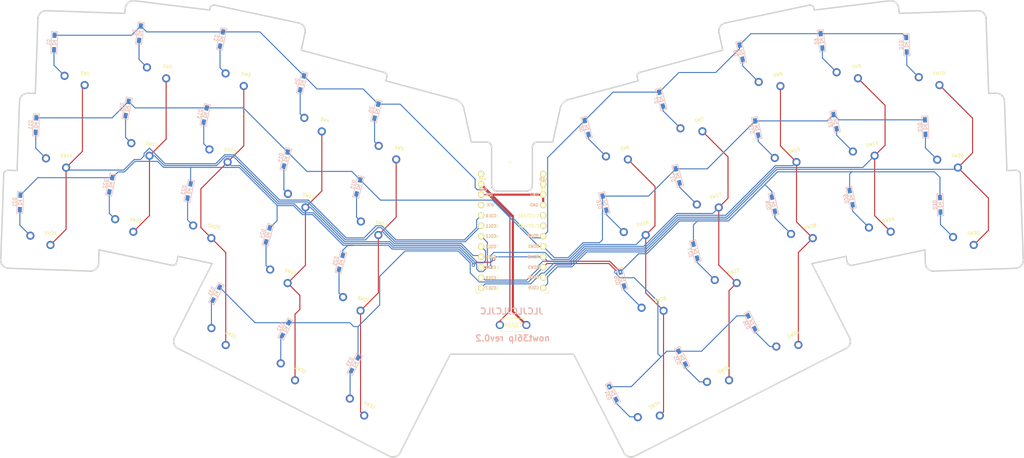
<source format=kicad_pcb>
(kicad_pcb (version 20211014) (generator pcbnew)
  (layers (0 "F.Cu" signal) (31 "B.Cu" signal) (34 "B.Paste" user) (35 "F.Paste" user) (36 "B.SilkS" user "B.Silkscreen") (37 "F.SilkS" user "F.Silkscreen") (38 "B.Mask" user) (39 "F.Mask" user) (44 "Edge.Cuts" user))
  (net 0 "")
  (net 1 "row0")
  (net 2 "Net-(D1-Pad2)")
  (net 3 "Net-(D2-Pad2)")
  (net 4 "Net-(D3-Pad2)")
  (net 5 "Net-(D4-Pad2)")
  (net 6 "Net-(D5-Pad2)")
  (net 7 "Net-(D6-Pad2)")
  (net 8 "Net-(D7-Pad2)")
  (net 9 "Net-(D8-Pad2)")
  (net 10 "Net-(D9-Pad2)")
  (net 11 "Net-(D10-Pad2)")
  (net 12 "row1")
  (net 13 "Net-(D11-Pad2)")
  (net 14 "Net-(D12-Pad2)")
  (net 15 "Net-(D13-Pad2)")
  (net 16 "Net-(D14-Pad2)")
  (net 17 "Net-(D15-Pad2)")
  (net 18 "Net-(D16-Pad2)")
  (net 19 "Net-(D17-Pad2)")
  (net 20 "Net-(D18-Pad2)")
  (net 21 "Net-(D19-Pad2)")
  (net 22 "Net-(D20-Pad2)")
  (net 23 "row2")
  (net 24 "Net-(D21-Pad2)")
  (net 25 "Net-(D22-Pad2)")
  (net 26 "Net-(D23-Pad2)")
  (net 27 "Net-(D24-Pad2)")
  (net 28 "Net-(D25-Pad2)")
  (net 29 "Net-(D26-Pad2)")
  (net 30 "Net-(D27-Pad2)")
  (net 31 "Net-(D28-Pad2)")
  (net 32 "Net-(D29-Pad2)")
  (net 33 "Net-(D30-Pad2)")
  (net 34 "row3")
  (net 35 "Net-(D31-Pad2)")
  (net 36 "Net-(D32-Pad2)")
  (net 37 "Net-(D33-Pad2)")
  (net 38 "Net-(D34-Pad2)")
  (net 39 "Net-(D35-Pad2)")
  (net 40 "Net-(D36-Pad2)")
  (net 41 "VCC")
  (net 42 "GND")
  (net 43 "col0")
  (net 44 "col1")
  (net 45 "col2")
  (net 46 "col3")
  (net 47 "col4")
  (net 48 "col5")
  (net 49 "col6")
  (net 50 "col7")
  (net 51 "col8")
  (net 52 "col9")
  (net 53 "reset")
  (footprint "nowt_parts:SW_Choc" (layer "F.Cu") (at 130.9624 65.659 -15)
    (fp_text reference "SW5")
    (fp_text value "SW_PUSH")
  )
  (footprint "nowt_parts:Diode_SMD" (layer "F.Cu") (at 124.59 59.54 -105)
    (fp_text reference "D5")
    (fp_text value "D" hide)
  )
  (footprint "nowt_parts:SW_Choc" (layer "F.Cu") (at 112.7252 58.801 -15)
    (fp_text reference "SW4")
    (fp_text value "SW_PUSH")
  )
  (footprint "nowt_parts:SW_Choc" (layer "F.Cu") (at 66.2178 83.3374 -12)
    (fp_text reference "SW22")
    (fp_text value "SW_PUSH")
  )
  (footprint "nowt_parts:SW_Choc" (layer "F.Cu") (at 249.428 83.312 12)
    (fp_text reference "SW29")
    (fp_text value "SW_PUSH")
  )
  (footprint "nowt_parts:Diode_SMD" (layer "F.Cu") (at 254.53 43.26 -88)
    (fp_text reference "D10")
    (fp_text value "D" hide)
  )
  (footprint "nowt_parts:SW_Choc" (layer "F.Cu") (at 193.4464 102.7684 15)
    (fp_text reference "SW26")
    (fp_text value "SW_PUSH")
  )
  (footprint "nowt_parts:SW_Choc" (layer "F.Cu") (at 126.5936 84.201 -15)
    (fp_text reference "SW15")
    (fp_text value "SW_PUSH")
  )
  (footprint "nowt_parts:Diode_SMD" (layer "F.Cu") (at 102.360596 71.274518 -105)
    (fp_text reference "D14")
    (fp_text value "D" hide)
  )
  (footprint "nowt_parts:Diode_SMD" (layer "F.Cu") (at 86.62 41.84 -102)
    (fp_text reference "D3")
    (fp_text value "D" hide)
  )
  (footprint "nowt_parts:SW_Choc" (layer "F.Cu") (at 191.389 128.905 27)
    (fp_text reference "SW34")
    (fp_text value "SW_PUSH")
  )
  (footprint "nowt_parts:Diode_SMD" (layer "F.Cu") (at 102.32 112.97 -117)
    (fp_text reference "D32")
    (fp_text value "D" hide)
  )
  (footprint "nowt_parts:Diode_SMD" (layer "F.Cu") (at 233.7 42.3 -83)
    (fp_text reference "D9")
    (fp_text value "D" hide)
  )
  (footprint "nowt_parts:Diode_SMD" (layer "F.Cu") (at 120.17 78.12 -105)
    (fp_text reference "D15")
    (fp_text value "D" hide)
  )
  (footprint "nowt_parts:SW_Choc" (layer "F.Cu") (at 122.2248 102.743 -15)
    (fp_text reference "SW25")
    (fp_text value "SW_PUSH")
  )
  (footprint "nowt_parts:spacer_m2_2.2mm" (layer "F.Cu") (at 135.37 110.89)
    (fp_text reference "Ref**" hide)
    (fp_text value "Val**" hide)
  )
  (footprint "nowt_parts:SW_Choc" (layer "F.Cu") (at 225.3488 111.5822 27)
    (fp_text reference "SW36")
    (fp_text value "SW_PUSH")
  )
  (footprint "nowt_parts:Diode_SMD" (layer "F.Cu") (at 106.36 52.61 -105)
    (fp_text reference "D4")
    (fp_text value "D" hide)
  )
  (footprint "nowt_parts:Diode_SMD" (layer "F.Cu") (at 45.61 42.7 -92)
    (fp_text reference "D1")
    (fp_text value "D" hide)
  )
  (footprint "nowt_parts:Diode_SMD" (layer "F.Cu") (at 216.52 111.29 -63)
    (fp_text reference "D36")
    (fp_text value "D" hide)
  )
  (footprint "nowt_parts:Diode_SMD" (layer "F.Cu") (at 202.76 93.85 -75)
    (fp_text reference "D27")
    (fp_text value "D" hide)
  )
  (footprint "nowt_parts:SW_Choc" (layer "F.Cu") (at 48.7172 67.4878 -2)
    (fp_text reference "SW11")
    (fp_text value "SW_PUSH")
  )
  (footprint "nowt_parts:Diode_SMD" (layer "F.Cu") (at 184.84 100.67 -75)
    (fp_text reference "D26")
    (fp_text value "D" hide)
  )
  (footprint "nowt_parts:Diode_SMD" (layer "F.Cu") (at 199.52 119.97 -63)
    (fp_text reference "D35")
    (fp_text value "D" hide)
  )
  (footprint "nowt_parts:SW_Choc" (layer "F.Cu") (at 70.1802 64.6938 -12)
    (fp_text reference "SW12")
    (fp_text value "SW_PUSH")
  )
  (footprint "nowt_parts:SW_Choc" (layer "F.Cu") (at 89.3318 66.2432 -12)
    (fp_text reference "SW13")
    (fp_text value "SW_PUSH")
  )
  (footprint "nowt_parts:SW_Choc" (layer "F.Cu") (at 184.7088 65.659 15)
    (fp_text reference "SW6")
    (fp_text value "SW_PUSH")
  )
  (footprint "nowt_parts:SW_Choc" (layer "F.Cu") (at 266.9286 67.4624 2)
    (fp_text reference "SW20")
    (fp_text value "SW_PUSH")
  )
  (footprint "nowt_parts:Diode_SMD" (layer "F.Cu") (at 85.33 104.29 -117)
    (fp_text reference "D31")
    (fp_text value "D" hide)
  )
  (footprint "nowt_parts:SW_Choc" (layer "F.Cu") (at 208.3562 120.2436 27)
    (fp_text reference "SW35")
    (fp_text value "SW_PUSH")
  )
  (footprint "nowt_parts:SW_Choc" (layer "F.Cu") (at 211.3831 95.9629 15)
    (fp_text reference "SW27")
    (fp_text value "SW_PUSH")
  )
  (footprint "nowt_parts:Diode_SMD" (layer "F.Cu") (at 176.11 63.54 -75)
    (fp_text reference "D6")
    (fp_text value "D" hide)
  )
  (footprint "nowt_parts:Diode_SMD" (layer "F.Cu") (at 259.12 63.43 -88)
    (fp_text reference "D20")
    (fp_text value "D" hide)
  )
  (footprint "nowt_parts:SW_Choc" (layer "F.Cu") (at 85.344 84.8868 -12)
    (fp_text reference "SW23")
    (fp_text value "SW_PUSH")
  )
  (footprint "nowt_parts:Diode_SMD" (layer "F.Cu") (at 198.43 75.39 -75)
    (fp_text reference "D17")
    (fp_text value "D" hide)
  )
  (footprint "nowt_parts:Diode_SMD" (layer "F.Cu") (at 240.96 80.74 -78)
    (fp_text reference "D29")
    (fp_text value "D" hide)
  )
  (footprint "nowt_parts:Diode_SMD" (layer "F.Cu") (at 97.980596 89.874518 -105)
    (fp_text reference "D24")
    (fp_text value "D" hide)
  )
  (footprint "nowt_parts:SW_Choc" (layer "F.Cu") (at 53.2638 47.244 -2)
    (fp_text reference "SW1")
    (fp_text value "SW_PUSH")
  )
  (footprint "nowt_parts:Diode_SMD" (layer "F.Cu") (at 41.13 62.94 -92)
    (fp_text reference "D11")
    (fp_text value "D" hide)
  )
  (footprint "nowt_parts:SW_Choc" (layer "F.Cu") (at 222.4024 47.625 12)
    (fp_text reference "SW8")
    (fp_text value "SW_PUSH")
  )
  (footprint "nowt_parts:SW_Choc" (layer "F.Cu") (at 104.3432 95.9866 -15)
    (fp_text reference "SW24")
    (fp_text value "SW_PUSH")
  )
  (footprint "nowt_parts:spacer_m2_2.2mm" (layer "F.Cu") (at 141.97 86.2)
    (fp_text reference "Ref**" hide)
    (fp_text value "Val**" hide)
  )
  (footprint "nowt_parts:SW_Choc" (layer "F.Cu") (at 73.7616 45.6438 -7)
    (fp_text reference "SW2")
    (fp_text value "SW_PUSH")
  )
  (footprint "nowt_parts:Diode_SMD" (layer "F.Cu") (at 37.238053 81.893919 -92)
    (fp_text reference "D21")
    (fp_text value "D" hide)
  )
  (footprint "nowt_parts:SW_Choc" (layer "F.Cu") (at 93.2942 47.5996 -12)
    (fp_text reference "SW3")
    (fp_text value "SW_PUSH")
  )
  (footprint "nowt_parts:Diode_SMD" (layer "F.Cu") (at 237.03 62.11 -78)
    (fp_text reference "D19")
    (fp_text value "D" hide)
  )
  (footprint "nowt_parts:SW_Choc" (layer "F.Cu") (at 241.9096 45.6184 7)
    (fp_text reference "SW9")
    (fp_text value "SW_PUSH")
  )
  (footprint "nowt_parts:SW_Choc" (layer "F.Cu") (at 245.491 64.6684 12)
    (fp_text reference "SW19")
    (fp_text value "SW_PUSH")
  )
  (footprint "nowt_parts:SW_Choc" (layer "F.Cu") (at 270.8148 86.4362 2)
    (fp_text reference "SW30")
    (fp_text value "SW_PUSH")
  )
  (footprint "nowt_parts:SW_Choc" (layer "F.Cu") (at 226.3394 66.2432 12)
    (fp_text reference "SW18")
    (fp_text value "SW_PUSH")
  )
  (footprint "nowt_parts:Diode_SMD" (layer "F.Cu") (at 119.28 121.57 -117)
    (fp_text reference "D33")
    (fp_text value "D" hide)
  )
  (footprint "nowt_parts:SW_Choc" (layer "F.Cu") (at 90.3224 111.6076 -27)
    (fp_text reference "SW31")
    (fp_text value "SW_PUSH")
  )
  (footprint "nowt_parts:Diode_SMD" (layer "F.Cu") (at 82.62 60.47 -102)
    (fp_text reference "D13")
    (fp_text value "D" hide)
  )
  (footprint "nowt_parts:Diode_SMD" (layer "F.Cu") (at 217.81 63.66 -78)
    (fp_text reference "D18")
    (fp_text value "D" hide)
  )
  (footprint "nowt_parts:spacer_m2_2.2mm" (layer "F.Cu") (at 173.69 86.2)
    (fp_text reference "Ref**" hide)
    (fp_text value "Val**" hide)
  )
  (footprint "nowt_parts:Diode_SMD" (layer "F.Cu") (at 180.49 82.07 -75)
    (fp_text reference "D16")
    (fp_text value "D" hide)
  )
  (footprint "nowt_parts:SW_Choc" (layer "F.Cu") (at 44.8818 86.4362 -2)
    (fp_text reference "SW21")
    (fp_text value "SW_PUSH")
  )
  (footprint "nowt_parts:ProMicro_v3.5_mods" (layer "F.Cu") (at 157.861 89.405)
    (fp_text reference "U1" hide)
    (fp_text value "ProMicro" hide)
  )
  (footprint "nowt_parts:SW_Choc" (layer "F.Cu") (at 262.4074 47.244 2)
    (fp_text reference "SW10")
    (fp_text value "SW_PUSH")
  )
  (footprint "nowt_parts:Diode_SMD" (layer "F.Cu") (at 221.91 82.35 -78)
    (fp_text reference "D28")
    (fp_text value "D" hide)
  )
  (footprint "nowt_parts:Diode_SMD" (layer "F.Cu") (at 66.61 40.42 -97)
    (fp_text reference "D2")
    (fp_text value "D" hide)
  )
  (footprint "nowt_parts:ResetSW_1side" (layer "F.Cu") (at 158.1 111.95 180)
    (fp_text reference "SW37" hide)
    (fp_text value "RESET_SWITCH")
  )
  (footprint "nowt_parts:Diode_SMD" (layer "F.Cu") (at 182.525833 128.651537 -63)
    (fp_text reference "D34")
    (fp_text value "D" hide)
  )
  (footprint "nowt_parts:Diode_SMD" (layer "F.Cu") (at 213.98 45.07 -78)
    (fp_text reference "D8")
    (fp_text value "D" hide)
  )
  (footprint "nowt_parts:Diode_SMD" (layer "F.Cu") (at 63.460957 58.876212 -102)
    (fp_text reference "D12")
    (fp_text value "D" hide)
  )
  (footprint "nowt_parts:SW_Choc" (layer "F.Cu") (at 202.9714 58.7756 15)
    (fp_text reference "SW7")
    (fp_text value "SW_PUSH")
  )
  (footprint "nowt_parts:Diode_SMD" (layer "F.Cu") (at 78.67 79.09 -102)
    (fp_text reference "D23")
    (fp_text value "D" hide)
  )
  (footprint "nowt_parts:Diode_SMD" (layer "F.Cu") (at 194.39 56.59 -75)
    (fp_text reference "D7")
    (fp_text value "D" hide)
  )
  (footprint "nowt_parts:SW_Choc" (layer "F.Cu") (at 107.315 120.2436 -27)
    (fp_text reference "SW32")
    (fp_text value "SW_PUSH")
  )
  (footprint "nowt_parts:SW_Choc" (layer "F.Cu") (at 206.9846 77.4446 15)
    (fp_text reference "SW17")
    (fp_text value "SW_PUSH")
  )
  (footprint "nowt_parts:Diode_SMD" (layer "F.Cu") (at 59.480957 77.576212 -102)
    (fp_text reference "D22")
    (fp_text value "D" hide)
  )
  (footprint "nowt_parts:Diode_SMD" (layer "F.Cu") (at 115.88 96.6 -105)
    (fp_text reference "D25")
    (fp_text value "D" hide)
  )
  (footprint "nowt_parts:SW_Choc" (layer "F.Cu") (at 124.2632 128.8847 -27)
    (fp_text reference "SW33")
    (fp_text value "SW_PUSH")
  )
  (footprint "nowt_parts:SW_Choc" (layer "F.Cu") (at 230.3272 84.8868 12)
    (fp_text reference "SW28")
    (fp_text value "SW_PUSH")
  )
  (footprint "nowt_parts:SW_Choc" (layer "F.Cu") (at 189.0776 84.201 15)
    (fp_text reference "SW16")
    (fp_text value "SW_PUSH")
  )
  (footprint "nowt_parts:Diode_SMD" (layer "F.Cu") (at 262.8 82.49 -88)
    (fp_text reference "D30")
    (fp_text value "D" hide)
  )
  (footprint "nowt_parts:spacer_m2_2.2mm" (layer "F.Cu") (at 180.28 110.85)
    (fp_text reference "Ref**" hide)
    (fp_text value "Val**" hide)
  )
  (footprint "nowt_parts:SW_Choc" (layer "F.Cu") (at 108.712 77.4192 -15)
    (fp_text reference "SW14")
    (fp_text value "SW_PUSH")
  )
  (gr_line (start 231.234357 33.601038) (end 231.189263 33.584031) (layer "Edge.Cuts") (width 0.349999))
  (gr_line (start 162.965635 67.745991) (end 162.939532 67.797881) (layer "Edge.Cuts") (width 0.349999))
  (gr_line (start 74.939909 115.390959) (end 74.915741 115.485825) (layer "Edge.Cuts") (width 0.349999))
  (gr_line (start 62.893799 35.573194) (end 62.893799 35.573194) (layer "Edge.Cuts") (width 0.349999))
  (gr_line (start 272.551723 34.968424) (end 272.456697 34.945597) (layer "Edge.Cuts") (width 0.349999))
  (gr_line (start 273.249963 35.310735) (end 273.170259 35.253001) (layer "Edge.Cuts") (width 0.349999))
  (gr_line (start 240.322181 97.099864) (end 240.359833 97.131549) (layer "Edge.Cuts") (width 0.349999))
  (gr_line (start 74.892805 116.262433) (end 74.911448 116.359066) (layer "Edge.Cuts") (width 0.349999))
  (gr_line (start 63.415421 33.305833) (end 63.361074 33.386043) (layer "Edge.Cuts") (width 0.349999))
  (gr_line (start 74.896274 115.581594) (end 74.881522 115.678091) (layer "Edge.Cuts") (width 0.349999))
  (gr_line (start 240.899177 97.347156) (end 240.947952 97.350146) (layer "Edge.Cuts") (width 0.349999))
  (gr_line (start 162.994273 67.695381) (end 162.965635 67.745991) (layer "Edge.Cuts") (width 0.349999))
  (gr_line (start 250.362275 32.481264) (end 231.928178 34.744685) (layer "Edge.Cuts") (width 0.349999))
  (gr_line (start 38.771067 55.165734) (end 38.674865 55.183912) (layer "Edge.Cuts") (width 0.349999))
  (gr_line (start 152.55574 67.552186) (end 152.517364 67.507667) (layer "Edge.Cuts") (width 0.349999))
  (gr_line (start 163.058992 67.598388) (end 163.025405 67.646147) (layer "Edge.Cuts") (width 0.349999))
  (gr_line (start 32.507888 96.278571) (end 32.521371 96.375768) (layer "Edge.Cuts") (width 0.349999))
  (gr_line (start 161.480439 79.116764) (end 157.825364 79.116787) (layer "Edge.Cuts") (width 0.349999))
  (gr_line (start 209.019959 38.554463) (end 208.958401 38.628248) (layer "Edge.Cuts") (width 0.349999))
  (gr_line (start 283.154359 95.982654) (end 282.42154 74.995426) (layer "Edge.Cuts") (width 0.349999))
  (gr_line (start 252.591096 34.222617) (end 252.591096 34.222617) (layer "Edge.Cuts") (width 0.349999))
  (gr_line (start 240.006562 96.558681) (end 240.006562 96.558681) (layer "Edge.Cuts") (width 0.349999))
  (gr_line (start 128.683749 144.308759) (end 128.780234 144.303889) (layer "Edge.Cuts") (width 0.349999))
  (gr_line (start 277.347157 55.302448) (end 277.256627 55.266065) (layer "Edge.Cuts") (width 0.349999))
  (gr_line (start 152.825364 68.306404) (end 152.825364 68.306404) (layer "Edge.Cuts") (width 0.349999))
  (gr_line (start 282.742351 97.269969) (end 282.799049 97.192391) (layer "Edge.Cuts") (width 0.349999))
  (gr_line (start 153.174768 78.676162) (end 153.132495 78.627362) (layer "Edge.Cuts") (width 0.349999))
  (gr_line (start 163.133366 67.507685) (end 163.094992 67.552201) (layer "Edge.Cuts") (width 0.349999))
  (gr_line (start 278.180524 55.972426) (end 278.121326 55.894162) (layer "Edge.Cuts") (width 0.349999))
  (gr_line (start 42.04818 35.655759) (end 41.988977 35.734023) (layer "Edge.Cuts") (width 0.349999))
  (gr_line (start 75.080841 97.26067) (end 75.125099 97.239161) (layer "Edge.Cuts") (width 0.349999))
  (gr_line (start 152.83231 77.909374) (end 152.827115 77.841072) (layer "Edge.Cuts") (width 0.349999))
  (gr_line (start 241.143897 97.33807) (end 241.192658 97.32896) (layer "Edge.Cuts") (width 0.349999))
  (gr_line (start 63.361074 33.386043) (end 63.310524 33.469093) (layer "Edge.Cuts") (width 0.349999))
  (gr_line (start 42.480257 35.252908) (end 42.400542 35.310641) (layer "Edge.Cuts") (width 0.349999))
  (gr_line (start 33.328116 97.676741) (end 33.408998 97.731899) (layer "Edge.Cuts") (width 0.349999))
  (gr_line (start 208.559243 39.494983) (end 208.543098 39.591267) (layer "Edge.Cuts") (width 0.349999))
  (gr_line (start 129.158799 144.238691) (end 129.250752 144.211236) (layer "Edge.Cuts") (width 0.349999))
  (gr_line (start 75.364475 97.066419) (end 75.398657 97.031383) (layer "Edge.Cuts") (width 0.349999))
  (gr_line (start 171.204047 56.879943) (end 171.024936 56.97846) (layer "Edge.Cuts") (width 0.349999))
  (gr_line (start 106.169495 44.588617) (end 106.169495 44.588617) (layer "Edge.Cuts") (width 0.349999))
  (gr_line (start 41.691671 36.346175) (end 41.666814 36.440874) (layer "Edge.Cuts") (width 0.349999))
  (gr_line (start 63.667986 33.015585) (end 63.599848 33.083339) (layer "Edge.Cuts") (width 0.349999))
  (gr_line (start 126.420869 50.014765) (end 126.420869 50.014765) (layer "Edge.Cuts") (width 0.349999))
  (gr_line (start 153.132495 78.627362) (end 153.092568 78.576555) (layer "Edge.Cuts") (width 0.349999))
  (gr_line (start 84.747788 33.529075) (end 84.698572 33.532391) (layer "Edge.Cuts") (width 0.349999))
  (gr_line (start 33.229363 74.995464) (end 32.496293 95.982632) (layer "Edge.Cuts") (width 0.349999))
  (gr_line (start 273.71663 35.814987) (end 273.66147 35.734108) (layer "Edge.Cuts") (width 0.349999))
  (gr_line (start 126.880089 50.284681) (end 126.845231 50.250437) (layer "Edge.Cuts") (width 0.349999))
  (gr_line (start 240.754754 97.32402) (end 240.802491 97.334077) (layer "Edge.Cuts") (width 0.349999))
  (gr_line (start 260.840195 98.724348) (end 260.937402 98.737818) (layer "Edge.Cuts") (width 0.349999))
  (gr_line (start 84.20665 33.716811) (end 84.168363 33.745767) (layer "Edge.Cuts") (width 0.349999))
  (gr_line (start 147.836175 67.119224) (end 147.836175 67.119224) (layer "Edge.Cuts") (width 0.349999))
  (gr_line (start 162.783022 78.107946) (end 162.764899 78.171767) (layer "Edge.Cuts") (width 0.349999))
  (gr_line (start 56.37967 97.398681) (end 56.409073 97.305477) (layer "Edge.Cuts") (width 0.349999))
  (gr_line (start 40.973115 55.203873) (end 40.973115 55.203873) (layer "Edge.Cuts") (width 0.349999))
  (gr_line (start 282.852036 97.112082) (end 282.901192 97.029171) (layer "Edge.Cuts") (width 0.349999))
  (gr_line (start 240.611776 115.11695) (end 240.567368 115.024067) (layer "Edge.Cuts") (width 0.349999))
  (gr_line (start 33.408998 97.731899) (end 33.492338 97.782949) (layer "Edge.Cuts") (width 0.349999))
  (gr_line (start 170.690799 57.209422) (end 170.536761 57.340835) (layer "Edge.Cuts") (width 0.349999))
  (gr_line (start 41.646581 36.5369) (end 41.631046 36.634091) (layer "Edge.Cuts") (width 0.349999))
  (gr_line (start 157.825364 79.116787) (end 157.825364 79.116787) (layer "Edge.Cuts") (width 0.349999))
  (gr_line (start 42.912965 35.027686) (end 42.822427 35.064064) (layer "Edge.Cuts") (width 0.349999))
  (gr_line (start 259.305047 97.49031) (end 259.343337 97.580057) (layer "Edge.Cuts") (width 0.349999))
  (gr_line (start 281.626843 97.996525) (end 281.722763 97.970827) (layer "Edge.Cuts") (width 0.349999))
  (gr_line (start 281.997955 97.866951) (end 282.085093 97.823831) (layer "Edge.Cuts") (width 0.349999))
  (gr_line (start 55.278476 98.587565) (end 55.367173 98.546787) (layer "Edge.Cuts") (width 0.349999))
  (gr_line (start 83.81276 34.320466) (end 83.72255 34.744685) (layer "Edge.Cuts") (width 0.349999))
  (gr_line (start 37.730256 55.67667) (end 37.730256 55.67667) (layer "Edge.Cuts") (width 0.349999))
  (gr_line (start 278.376225 56.310055) (end 278.333611 56.222284) (layer "Edge.Cuts") (width 0.349999))
  (gr_line (start 152.433877 67.424235) (end 152.389333 67.385889) (layer "Edge.Cuts") (width 0.349999))
  (gr_line (start 283.108877 96.484365) (end 283.127818 96.386885) (layer "Edge.Cuts") (width 0.349999))
  (gr_line (start 240.047978 96.700856) (end 240.066274 96.746381) (layer "Edge.Cuts") (width 0.349999))
  (gr_line (start 208.523308 39.886428) (end 208.526582 39.986421) (layer "Edge.Cuts") (width 0.349999))
  (gr_line (start 276.782306 55.152244) (end 276.684271 55.143534) (layer "Edge.Cuts") (width 0.349999))
  (gr_line (start 282.169732 97.776681) (end 282.251751 97.72563) (layer "Edge.Cuts") (width 0.349999))
  (gr_line (start 39.065009 55.139685) (end 38.966305 55.143559) (layer "Edge.Cuts") (width 0.349999))
  (gr_line (start 37.101287 56.970629) (end 37.095368 57.069666) (layer "Edge.Cuts") (width 0.349999))
  (gr_line (start 75.171243 116.995091) (end 75.225197 117.076576) (layer "Edge.Cuts") (width 0.349999))
  (gr_line (start 55.70031 98.340973) (end 55.777351 98.279154) (layer "Edge.Cuts") (width 0.349999))
  (gr_line (start 37.112051 56.872436) (end 37.101287 56.970629) (layer "Edge.Cuts") (width 0.349999))
  (gr_line (start 63.739221 32.951218) (end 63.667986 33.015585) (layer "Edge.Cuts") (width 0.349999))
  (gr_line (start 127.073265 50.568746) (end 127.051813 50.524261) (layer "Edge.Cuts") (width 0.349999))
  (gr_line (start 75.282999 117.15524) (end 75.344535 117.23095) (layer "Edge.Cuts") (width 0.349999))
  (gr_line (start 241.192658 97.32896) (end 259.049653 93.533287) (layer "Edge.Cuts") (width 0.349999))
  (gr_line (start 282.231358 74.442666) (end 282.20213 74.404459) (layer "Edge.Cuts") (width 0.349999))
  (gr_line (start 127.051813 50.524261) (end 127.028084 50.480701) (layer "Edge.Cuts") (width 0.349999))
  (gr_line (start 240.1093 96.834194) (end 240.13393 96.876336) (layer "Edge.Cuts") (width 0.349999))
  (gr_line (start 42.822427 35.064064) (end 42.73372 35.104838) (layer "Edge.Cuts") (width 0.349999))
  (gr_line (start 129.766875 143.95703) (end 129.845385 143.900262) (layer "Edge.Cuts") (width 0.349999))
  (gr_line (start 230.753045 33.53402) (end 230.702568 33.540801) (layer "Edge.Cuts") (width 0.349999))
  (gr_line (start 273.401215 35.438393) (end 273.327004 35.372553) (layer "Edge.Cuts") (width 0.349999))
  (gr_line (start 130.25601 143.478241) (end 130.312797 143.394848) (layer "Edge.Cuts") (width 0.349999))
  (gr_line (start 171.583881 56.71942) (end 171.390526 56.793424) (layer "Edge.Cuts") (width 0.349999))
  (gr_line (start 43.193912 34.945545) (end 43.098874 34.968364) (layer "Edge.Cuts") (width 0.349999))
  (gr_line (start 144.26024 56.79345) (end 144.066893 56.719442) (layer "Edge.Cuts") (width 0.349999))
  (gr_line (start 129.845385 143.900262) (end 129.9213 143.839525) (layer "Edge.Cuts") (width 0.349999))
  (gr_line (start 75.94838 95.12746) (end 84.315011 96.905849) (layer "Edge.Cuts") (width 0.349999))
  (gr_line (start 33.619889 74.237023) (end 33.582536 74.26717) (layer "Edge.Cuts") (width 0.349999))
  (gr_line (start 74.881522 115.678091) (end 74.871499 115.775138) (layer "Edge.Cuts") (width 0.349999))
  (gr_line (start 153.587232 78.984165) (end 153.52924 78.954464) (layer "Edge.Cuts") (width 0.349999))
  (gr_line (start 37.127586 56.775246) (end 37.112051 56.872436) (layer "Edge.Cuts") (width 0.349999))
  (gr_line (start 145.25866 57.482215) (end 145.113973 57.340869) (layer "Edge.Cuts") (width 0.349999))
  (gr_line (start 33.546679 74.29905) (end 33.512383 74.332603) (layer "Edge.Cuts") (width 0.349999))
  (gr_line (start 37.202085 56.49132) (end 37.172677 56.584527) (layer "Edge.Cuts") (width 0.349999))
  (gr_line (start 250.667391 32.467018) (end 250.566496 32.466592) (layer "Edge.Cuts") (width 0.349999))
  (gr_line (start 276.486359 55.140665) (end 274.677613 55.203873) (layer "Edge.Cuts") (width 0.349999))
  (gr_line (start 208.534952 40.08697) (end 208.548515 40.187924) (layer "Edge.Cuts") (width 0.349999))
  (gr_line (start 107.048711 39.31894) (end 107.019338 39.225729) (layer "Edge.Cuts") (width 0.349999))
  (gr_line (start 153.707883 79.035179) (end 153.646807 79.011098) (layer "Edge.Cuts") (width 0.349999))
  (gr_line (start 129.994448 143.774875) (end 130.064663 143.706367) (layer "Edge.Cuts") (width 0.349999))
  (gr_line (start 63.263913 33.554874) (end 63.221379 33.643277) (layer "Edge.Cuts") (width 0.349999))
  (gr_line (start 107.1149 40.093746) (end 107.123339 39.995692) (layer "Edge.Cuts") (width 0.349999))
  (gr_line (start 189.002232 50.10701) (end 188.960133 50.131818) (layer "Edge.Cuts") (width 0.349999))
  (gr_line (start 64.136961 32.684023) (end 64.052338 32.729812) (layer "Edge.Cuts") (width 0.349999))
  (gr_line (start 189.090071 50.063597) (end 189.045569 50.084252) (layer "Edge.Cuts") (width 0.349999))
  (gr_line (start 162.809867 77.976648) (end 162.79804 78.042878) (layer "Edge.Cuts") (width 0.349999))
  (gr_line (start 32.966544 97.342282) (end 33.032387 97.416492) (layer "Edge.Cuts") (width 0.349999))
  (gr_line (start 32.499173 96.180538) (end 32.507888 96.278571) (layer "Edge.Cuts") (width 0.349999))
  (gr_line (start 259.385956 97.667831) (end 259.432833 97.75347) (layer "Edge.Cuts") (width 0.349999))
  (gr_line (start 240.802491 97.334077) (end 240.850661 97.341794) (layer "Edge.Cuts") (width 0.349999))
  (gr_line (start 187.652731 144.205891) (end 187.745267 144.172371) (layer "Edge.Cuts") (width 0.349999))
  (gr_line (start 239.783896 117.665017) (end 239.870887 117.612023) (layer "Edge.Cuts") (width 0.349999))
  (gr_line (start 75.344535 117.23095) (end 75.409687 117.30357) (layer "Edge.Cuts") (width 0.349999))
  (gr_line (start 151.634965 67.11676) (end 151.634965 67.11676) (layer "Edge.Cuts") (width 0.349999))
  (gr_line (start 260.555245 98.655952) (end 260.64895 98.683353) (layer "Edge.Cuts") (width 0.349999))
  (gr_line (start 187.925858 144.091366) (end 239.693375 117.714062) (layer "Edge.Cuts") (width 0.349999))
  (gr_line (start 189.229874 50.014791) (end 189.182295 50.028812) (layer "Edge.Cuts") (width 0.349999))
  (gr_line (start 281.992172 74.208657) (end 281.952021 74.182163) (layer "Edge.Cuts") (width 0.349999))
  (gr_line (start 106.804406 38.784022) (end 106.804406 38.784022) (layer "Edge.Cuts") (width 0.349999))
  (gr_line (start 37.414808 56.053271) (end 37.363751 56.136611) (layer "Edge.Cuts") (width 0.349999))
  (gr_line (start 33.69882 74.182173) (end 33.658672 74.208671) (layer "Edge.Cuts") (width 0.349999))
  (gr_line (start 84.28711 33.664558) (end 84.246257 33.689725) (layer "Edge.Cuts") (width 0.349999))
  (gr_line (start 251.3379 32.604675) (end 251.246924 32.571346) (layer "Edge.Cuts") (width 0.349999))
  (gr_line (start 38.393929 55.266057) (end 38.303394 55.302436) (layer "Edge.Cuts") (width 0.349999))
  (gr_line (start 240.315657 117.220587) (end 240.376409 117.14468) (layer "Edge.Cuts") (width 0.349999))
  (gr_line (start 231.143295 33.569185) (end 231.096528 33.556548) (layer "Edge.Cuts") (width 0.349999))
  (gr_line (start 63.059655 34.222617) (end 63.059655 34.222617) (layer "Edge.Cuts") (width 0.349999))
  (gr_line (start 33.343011 74.565663) (end 33.321457 74.609231) (layer "Edge.Cuts") (width 0.349999))
  (gr_line (start 145.734073 58.136595) (end 145.631708 57.960683) (layer "Edge.Cuts") (width 0.349999))
  (gr_line (start 106.415091 38.343276) (end 106.338897 38.282252) (layer "Edge.Cuts") (width 0.349999))
  (gr_line (start 55.851563 98.213314) (end 55.922422 98.143878) (layer "Edge.Cuts") (width 0.349999))
  (gr_line (start 107.10159 40.191619) (end 107.1149 40.093746) (layer "Edge.Cuts") (width 0.349999))
  (gr_line (start 273.857163 36.071725) (end 273.81455 35.983958) (layer "Edge.Cuts") (width 0.349999))
  (gr_line (start 240.219684 96.994822) (end 240.252057 97.031427) (layer "Edge.Cuts") (width 0.349999))
  (gr_line (start 64.496626 32.542399) (end 64.403814 32.571356) (layer "Edge.Cuts") (width 0.349999))
  (gr_line (start 153.314811 78.809675) (end 153.26601 78.767403) (layer "Edge.Cuts") (width 0.349999))
  (gr_line (start 106.259863 38.225049) (end 106.178133 38.171766) (layer "Edge.Cuts") (width 0.349999))
  (gr_line (start 33.74027 74.157591) (end 33.69882 74.182173) (layer "Edge.Cuts") (width 0.349999))
  (gr_line (start 272.360503 34.927412) (end 272.263308 34.913933) (layer "Edge.Cuts") (width 0.349999))
  (gr_line (start 209.722011 38.04057) (end 209.632009 38.082532) (layer "Edge.Cuts") (width 0.349999))
  (gr_line (start 187.925858 144.091366) (end 187.925858 144.091366) (layer "Edge.Cuts") (width 0.349999))
  (gr_line (start 75.431029 96.99478) (end 75.461542 96.956683) (layer "Edge.Cuts") (width 0.349999))
  (gr_line (start 186.784572 144.295574) (end 186.882053 144.30462) (layer "Edge.Cuts") (width 0.349999))
  (gr_line (start 185.794637 143.89138) (end 185.873296 143.949198) (layer "Edge.Cuts") (width 0.349999))
  (gr_line (start 241.192658 97.32896) (end 241.192658 97.32896) (layer "Edge.Cuts") (width 0.349999))
  (gr_line (start 252.177321 33.228563) (end 252.115798 33.154362) (layer "Edge.Cuts") (width 0.349999))
  (gr_line (start 56.454156 97.114767) (end 56.469688 97.017582) (layer "Edge.Cuts") (width 0.349999))
  (gr_line (start 273.895447 36.161466) (end 273.857163 36.071725) (layer "Edge.Cuts") (width 0.349999))
  (gr_line (start 43.387322 34.9139) (end 43.290117 34.927369) (layer "Edge.Cuts") (width 0.349999))
  (gr_line (start 230.853315 33.5282) (end 230.803319 33.529836) (layer "Edge.Cuts") (width 0.349999))
  (gr_line (start 41.793255 36.07166) (end 41.754965 36.161407) (layer "Edge.Cuts") (width 0.349999))
  (gr_line (start 281.539941 74.037179) (end 281.48971 74.032565) (layer "Edge.Cuts") (width 0.349999))
  (gr_line (start 145.113973 57.340869) (end 144.959941 57.209456) (layer "Edge.Cuts") (width 0.349999))
  (gr_line (start 281.38736 74.030964) (end 281.38736 74.030964) (layer "Edge.Cuts") (width 0.349999))
  (gr_line (start 231.049036 33.546169) (end 231.000895 33.538097) (layer "Edge.Cuts") (width 0.349999))
  (gr_line (start 56.601067 93.533287) (end 56.601067 93.533287) (layer "Edge.Cuts") (width 0.349999))
  (gr_line (start 282.799049 97.192391) (end 282.852036 97.112082) (layer "Edge.Cuts") (width 0.349999))
  (gr_line (start 152.036279 67.186216) (end 151.981122 67.167998) (layer "Edge.Cuts") (width 0.349999))
  (gr_line (start 144.625817 56.97849) (end 144.446713 56.879971) (layer "Edge.Cuts") (width 0.349999))
  (gr_line (start 187.368291 144.278351) (end 187.464067 144.258894) (layer "Edge.Cuts") (width 0.349999))
  (gr_line (start 32.846985 97.185538) (end 32.904723 97.265242) (layer "Edge.Cuts") (width 0.349999))
  (gr_line (start 282.068313 74.267151) (end 282.030957 74.237007) (layer "Edge.Cuts") (width 0.349999))
  (gr_line (start 56.486367 96.820362) (end 56.486367 96.820362) (layer "Edge.Cuts") (width 0.349999))
  (gr_line (start 272.737609 35.02776) (end 272.645416 34.995833) (layer "Edge.Cuts") (width 0.349999))
  (gr_line (start 106.338897 38.282252) (end 106.259863 38.225049) (layer "Edge.Cuts") (width 0.349999))
  (gr_line (start 33.419505 74.442695) (end 33.3921 74.482334) (layer "Edge.Cuts") (width 0.349999))
  (gr_line (start 240.525627 97.239217) (end 240.569887 97.260726) (layer "Edge.Cuts") (width 0.349999))
  (gr_line (start 252.42937 33.643271) (end 252.386836 33.554867) (layer "Edge.Cuts") (width 0.349999))
  (gr_line (start 106.748329 38.702186) (end 106.688533 38.623567) (layer "Edge.Cuts") (width 0.349999))
  (gr_line (start 188.80551 50.250462) (end 188.770651 50.284706) (layer "Edge.Cuts") (width 0.349999))
  (gr_line (start 162.595672 78.523788) (end 162.558175 78.576517) (layer "Edge.Cuts") (width 0.349999))
  (gr_line (start 162.825364 77.771831) (end 162.823614 77.84104) (layer "Edge.Cuts") (width 0.349999))
  (gr_line (start 74.989804 97.296898) (end 75.035714 97.279921) (layer "Edge.Cuts") (width 0.349999))
  (gr_line (start 74.915741 115.485825) (end 74.896274 115.581594) (layer "Edge.Cuts") (width 0.349999))
  (gr_line (start 145.968295 58.706368) (end 145.902861 58.509953) (layer "Edge.Cuts") (width 0.349999))
  (gr_line (start 152.476655 67.464916) (end 152.433877 67.424235) (layer "Edge.Cuts") (width 0.349999))
  (gr_line (start 107.109021 39.60517) (end 107.093585 39.508835) (layer "Edge.Cuts") (width 0.349999))
  (gr_line (start 126.605174 50.084226) (end 126.560671 50.063571) (layer "Edge.Cuts") (width 0.349999))
  (gr_line (start 231.680219 33.956068) (end 231.651421 33.916904) (layer "Edge.Cuts") (width 0.349999))
  (gr_line (start 74.996212 116.643651) (end 75.033621 116.735067) (layer "Edge.Cuts") (width 0.349999))
  (gr_line (start 271.967377 34.902346) (end 271.967377 34.902346) (layer "Edge.Cuts") (width 0.349999))
  (gr_line (start 240.440064 97.189487) (end 240.482323 97.215465) (layer "Edge.Cuts") (width 0.349999))
  (gr_line (start 163.307607 67.34994) (end 163.261395 67.38591) (layer "Edge.Cuts") (width 0.349999))
  (gr_line (start 209.632009 38.082532) (end 209.54478 38.128627) (layer "Edge.Cuts") (width 0.349999))
  (gr_line (start 163.560275 67.207119) (end 163.507186 67.230611) (layer "Edge.Cuts") (width 0.349999))
  (gr_line (start 34.212005 74.030447) (end 34.161123 74.032543) (layer "Edge.Cuts") (width 0.349999))
  (gr_line (start 33.269534 74.746822) (end 33.25669 74.79478) (layer "Edge.Cuts") (width 0.349999))
  (gr_line (start 33.366581 74.523344) (end 33.343011 74.565663) (layer "Edge.Cuts") (width 0.349999))
  (gr_line (start 64.983344 32.467023) (end 64.883446 32.472478) (layer "Edge.Cuts") (width 0.349999))
  (gr_line (start 126.69061 50.131793) (end 126.64851 50.106985) (layer "Edge.Cuts") (width 0.349999))
  (gr_line (start 186.214792 144.140836) (end 186.306206 144.178261) (layer "Edge.Cuts") (width 0.349999))
  (gr_line (start 186.399766 144.211262) (end 186.399766 144.211262) (layer "Edge.Cuts") (width 0.349999))
  (gr_line (start 153.52924 78.954464) (end 153.472918 78.92208) (layer "Edge.Cuts") (width 0.349999))
  (gr_line (start 188.70598 50.358317) (end 188.67631 50.397575) (layer "Edge.Cuts") (width 0.349999))
  (gr_line (start 33.665744 97.872427) (end 33.755488 97.910708) (layer "Edge.Cuts") (width 0.349999))
  (gr_line (start 231.189263 33.584031) (end 231.143295 33.569185) (layer "Edge.Cuts") (width 0.349999))
  (gr_line (start 188.91934 50.158621) (end 188.879925 50.187365) (layer "Edge.Cuts") (width 0.349999))
  (gr_line (start 55.989466 98.071339) (end 56.052622 97.995857) (layer "Edge.Cuts") (width 0.349999))
  (gr_line (start 126.468448 50.028786) (end 126.420869 50.014765) (layer "Edge.Cuts") (width 0.349999))
  (gr_line (start 105.734185 37.967685) (end 105.639359 37.940038) (layer "Edge.Cuts") (width 0.349999))
  (gr_line (start 75.704169 117.560454) (end 75.785681 117.615601) (layer "Edge.Cuts") (width 0.349999))
  (gr_line (start 151.981122 67.167998) (end 151.925078 67.152478) (layer "Edge.Cuts") (width 0.349999))
  (gr_line (start 83.918561 34.038952) (end 83.895515 34.082566) (layer "Edge.Cuts") (width 0.349999))
  (gr_line (start 152.867712 78.107981) (end 152.852693 78.042913) (layer "Edge.Cuts") (width 0.349999))
  (gr_line (start 240.567368 115.024067) (end 231.335725 96.905849) (layer "Edge.Cuts") (width 0.349999))
  (gr_line (start 55.187948 98.623949) (end 55.278476 98.587565) (layer "Edge.Cuts") (width 0.349999))
  (gr_line (start 278.41451 56.399798) (end 278.376225 56.310055) (layer "Edge.Cuts") (width 0.349999))
  (gr_line (start 37.469974 55.972389) (end 37.414808 56.053271) (layer "Edge.Cuts") (width 0.349999))
  (gr_line (start 259.164445 96.820385) (end 259.164445 96.820385) (layer "Edge.Cuts") (width 0.349999))
  (gr_line (start 153.05507 78.523825) (end 153.020086 78.469257) (layer "Edge.Cuts") (width 0.349999))
  (gr_line (start 151.868244 67.139697) (end 151.810718 67.129694) (layer "Edge.Cuts") (width 0.349999))
  (gr_line (start 84.948176 33.540807) (end 84.8977 33.534028) (layer "Edge.Cuts") (width 0.349999))
  (gr_line (start 75.870119 117.666848) (end 75.957368 117.714062) (layer "Edge.Cuts") (width 0.349999))
  (gr_line (start 130.131774 143.634055) (end 130.195613 143.557995) (layer "Edge.Cuts") (width 0.349999))
  (gr_line (start 161.880379 79.056294) (end 161.816557 79.074418) (layer "Edge.Cuts") (width 0.349999))
  (gr_line (start 152.656465 67.695372) (end 152.625331 67.646136) (layer "Edge.Cuts") (width 0.349999))
  (gr_line (start 151.693981 67.118185) (end 151.634965 67.11676) (layer "Edge.Cuts") (width 0.349999))
  (gr_line (start 187.174737 144.303102) (end 187.271788 144.293091) (layer "Edge.Cuts") (width 0.349999))
  (gr_line (start 240.947952 97.350146) (end 240.996899 97.350749) (layer "Edge.Cuts") (width 0.349999))
  (gr_line (start 188.489236 50.947446) (end 188.488803 50.996309) (layer "Edge.Cuts") (width 0.349999))
  (gr_line (start 185.576934 143.695993) (end 185.646321 143.764662) (layer "Edge.Cuts") (width 0.349999))
  (gr_line (start 277.435855 55.343226) (end 277.347157 55.302448) (layer "Edge.Cuts") (width 0.349999))
  (gr_line (start 54.713638 98.737776) (end 54.810835 98.724296) (layer "Edge.Cuts") (width 0.349999))
  (gr_line (start 33.940247 97.973988) (end 34.03494 97.998839) (layer "Edge.Cuts") (width 0.349999))
  (gr_line (start 74.943198 97.311585) (end 74.989804 97.296898) (layer "Edge.Cuts") (width 0.349999))
  (gr_line (start 188.526894 50.706906) (end 188.514668 50.754217) (layer "Edge.Cuts") (width 0.349999))
  (gr_line (start 170.132695 57.792605) (end 170.019004 57.960651) (layer "Edge.Cuts") (width 0.349999))
  (gr_line (start 208.900488 38.704823) (end 208.846316 38.78404) (layer "Edge.Cuts") (width 0.349999))
  (gr_line (start 153.418349 78.887098) (end 153.365619 78.849601) (layer "Edge.Cuts") (width 0.349999))
  (gr_line (start 33.3921 74.482334) (end 33.366581 74.523344) (layer "Edge.Cuts") (width 0.349999))
  (gr_line (start 126.770816 50.18734) (end 126.731402 50.158596) (layer "Edge.Cuts") (width 0.349999))
  (gr_line (start 56.052622 97.995857) (end 56.111817 97.917596) (layer "Edge.Cuts") (width 0.349999))
  (gr_line (start 147.836175 67.119224) (end 146.020432 58.908584) (layer "Edge.Cuts") (width 0.349999))
  (gr_line (start 127.028084 50.480701) (end 127.028084 50.480701) (layer "Edge.Cuts") (width 0.349999))
  (gr_line (start 161.94287 79.035149) (end 161.880379 79.056294) (layer "Edge.Cuts") (width 0.349999))
  (gr_line (start 281.328213 98.045016) (end 281.429447 98.033749) (layer "Edge.Cuts") (width 0.349999))
  (gr_line (start 282.171146 74.367743) (end 282.138472 74.33258) (layer "Edge.Cuts") (width 0.349999))
  (gr_line (start 84.329134 33.641358) (end 84.28711 33.664558) (layer "Edge.Cuts") (width 0.349999))
  (gr_line (start 33.284653 74.699871) (end 33.269534 74.746822) (layer "Edge.Cuts") (width 0.349999))
  (gr_line (start 38.303394 55.302436) (end 38.21469 55.34321) (layer "Edge.Cuts") (width 0.349999))
  (gr_line (start 106.903863 38.955138) (end 106.85636 38.868536) (layer "Edge.Cuts") (width 0.349999))
  (gr_line (start 55.851563 98.213314) (end 55.851563 98.213314) (layer "Edge.Cuts") (width 0.349999))
  (gr_line (start 185.646321 143.764662) (end 185.718934 143.82983) (layer "Edge.Cuts") (width 0.349999))
  (gr_line (start 186.038942 144.053174) (end 186.125659 144.099102) (layer "Edge.Cuts") (width 0.349999))
  (gr_line (start 64.687202 32.498038) (end 64.591135 32.517923) (layer "Edge.Cuts") (width 0.349999))
  (gr_line (start 251.911522 32.951207) (end 251.837329 32.890336) (layer "Edge.Cuts") (width 0.349999))
  (gr_line (start 189.229874 50.014791) (end 189.229874 50.014791) (layer "Edge.Cuts") (width 0.349999))
  (gr_line (start 252.555926 34.020912) (end 252.531104 33.923116) (layer "Edge.Cuts") (width 0.349999))
  (gr_line (start 84.554226 33.556563) (end 84.50746 33.5692) (layer "Edge.Cuts") (width 0.349999))
  (gr_line (start 208.531663 39.688701) (end 208.525034 39.787138) (layer "Edge.Cuts") (width 0.349999))
  (gr_line (start 272.263308 34.913933) (end 272.165278 34.90522) (layer "Edge.Cuts") (width 0.349999))
  (gr_line (start 56.601067 93.533287) (end 74.4581 97.328915) (layer "Edge.Cuts") (width 0.349999))
  (gr_line (start 153.472918 78.92208) (end 153.418349 78.887098) (layer "Edge.Cuts") (width 0.349999))
  (gr_line (start 278.333611 56.222284) (end 278.28674 56.136648) (layer "Edge.Cuts") (width 0.349999))
  (gr_line (start 74.895985 97.323964) (end 74.943198 97.311585) (layer "Edge.Cuts") (width 0.349999))
  (gr_line (start 38.48613 55.234136) (end 38.393929 55.266057) (layer "Edge.Cuts") (width 0.349999))
  (gr_line (start 162.003945 79.011067) (end 161.94287 79.035149) (layer "Edge.Cuts") (width 0.349999))
  (gr_line (start 74.848251 97.334021) (end 74.895985 97.323964) (layer "Edge.Cuts") (width 0.349999))
  (gr_line (start 37.881523 55.549014) (end 37.804475 55.610831) (layer "Edge.Cuts") (width 0.349999))
  (gr_line (start 37.316877 56.222247) (end 37.274258 56.310019) (layer "Edge.Cuts") (width 0.349999))
  (gr_line (start 186.687426 144.281729) (end 186.784572 144.295574) (layer "Edge.Cuts") (width 0.349999))
  (gr_line (start 142.703004 119.099964) (end 142.703004 119.099964) (layer "Edge.Cuts") (width 0.349999))
  (gr_line (start 54.417702 98.749363) (end 54.516906 98.750371) (layer "Edge.Cuts") (width 0.349999))
  (gr_line (start 75.121252 116.910921) (end 75.171243 116.995091) (layer "Edge.Cuts") (width 0.349999))
  (gr_line (start 75.516787 96.876301) (end 75.541418 96.834162) (layer "Edge.Cuts") (width 0.349999))
  (gr_line (start 145.393508 57.632977) (end 145.25866 57.482215) (layer "Edge.Cuts") (width 0.349999))
  (gr_line (start 152.34312 67.349917) (end 152.295337 67.31636) (layer "Edge.Cuts") (width 0.349999))
  (gr_line (start 231.838013 34.320467) (end 231.826042 34.270403) (layer "Edge.Cuts") (width 0.349999))
  (gr_line (start 240.11014 117.431035) (end 240.182467 117.363933) (layer "Edge.Cuts") (width 0.349999))
  (gr_line (start 272.91683 35.104922) (end 272.828135 35.064144) (layer "Edge.Cuts") (width 0.349999))
  (gr_line (start 281.438828 74.030474) (end 281.38736 74.030964) (layer "Edge.Cuts") (width 0.349999))
  (gr_line (start 152.625331 67.646136) (end 152.591743 67.598375) (layer "Edge.Cuts") (width 0.349999))
  (gr_line (start 55.002059 98.683284) (end 55.095753 98.655876) (layer "Edge.Cuts") (width 0.349999))
  (gr_line (start 128.006639 144.208691) (end 128.10237 144.237744) (layer "Edge.Cuts") (width 0.349999))
  (gr_line (start 259.799348 98.213421) (end 259.799348 98.213421) (layer "Edge.Cuts") (width 0.349999))
  (gr_line (start 231.776241 34.127561) (end 231.75526 34.08256) (layer "Edge.Cuts") (width 0.349999))
  (gr_line (start 172.947724 119.099964) (end 172.947724 119.099964) (layer "Edge.Cuts") (width 0.349999))
  (gr_line (start 41.933809 35.814907) (end 41.88275 35.898249) (layer "Edge.Cuts") (width 0.349999))
  (gr_line (start 64.784686 32.482853) (end 64.687202 32.498038) (layer "Edge.Cuts") (width 0.349999))
  (gr_line (start 282.331029 97.670808) (end 282.407445 97.612345) (layer "Edge.Cuts") (width 0.349999))
  (gr_line (start 33.964752 74.065532) (end 33.917774 74.079628) (layer "Edge.Cuts") (width 0.349999))
  (gr_line (start 41.614365 36.831327) (end 40.973115 55.203873) (layer "Edge.Cuts") (width 0.349999))
  (gr_line (start 240.399144 97.161448) (end 240.440064 97.189487) (layer "Edge.Cuts") (width 0.349999))
  (gr_line (start 276.585567 55.139653) (end 276.486359 55.140665) (layer "Edge.Cuts") (width 0.349999))
  (gr_line (start 162.848461 68.073107) (end 162.838419 68.130624) (layer "Edge.Cuts") (width 0.349999))
  (gr_line (start 164.015748 67.116787) (end 163.956734 67.118212) (layer "Edge.Cuts") (width 0.349999))
  (gr_line (start 152.19545 67.256653) (end 152.14354 67.230584) (layer "Edge.Cuts") (width 0.349999))
  (gr_line (start 153.834198 79.074447) (end 153.770375 79.056323) (layer "Edge.Cuts") (width 0.349999))
  (gr_line (start 152.825364 77.771862) (end 152.825364 68.306404) (layer "Edge.Cuts") (width 0.349999))
  (gr_line (start 39.164216 55.140703) (end 39.164216 55.140703) (layer "Edge.Cuts") (width 0.349999))
  (gr_line (start 281.952021 74.182163) (end 281.91057 74.157583) (layer "Edge.Cuts") (width 0.349999))
  (gr_line (start 83.855694 34.173905) (end 83.839068 34.221533) (layer "Edge.Cuts") (width 0.349999))
  (gr_line (start 240.485955 116.985243) (end 240.534638 116.902051) (layer "Edge.Cuts") (width 0.349999))
  (gr_line (start 169.916635 58.136564) (end 169.826083 58.319829) (layer "Edge.Cuts") (width 0.349999))
  (gr_line (start 74.555796 97.344679) (end 74.604823 97.348898) (layer "Edge.Cuts") (width 0.349999))
  (gr_line (start 157.825364 119.099964) (end 172.947724 119.099964) (layer "Edge.Cuts") (width 0.349999))
  (gr_line (start 37.23597 56.399763) (end 37.202085 56.49132) (layer "Edge.Cuts") (width 0.349999))
  (gr_line (start 162.876839 67.960252) (end 162.861282 68.016284) (layer "Edge.Cuts") (width 0.349999))
  (gr_line (start 153.646807 79.011098) (end 153.587232 78.984165) (layer "Edge.Cuts") (width 0.349999))
  (gr_line (start 187.077312 144.30837) (end 187.174737 144.303102) (layer "Edge.Cuts") (width 0.349999))
  (gr_line (start 252.57597 34.120782) (end 252.555926 34.020912) (layer "Edge.Cuts") (width 0.349999))
  (gr_line (start 63.119646 33.923119) (end 63.094824 34.020914) (layer "Edge.Cuts") (width 0.349999))
  (gr_line (start 55.777351 98.279154) (end 55.851563 98.213314) (layer "Edge.Cuts") (width 0.349999))
  (gr_line (start 152.987701 78.412936) (end 152.957999 78.354945) (layer "Edge.Cuts") (width 0.349999))
  (gr_line (start 208.707216 39.036049) (end 208.668977 39.124341) (layer "Edge.Cuts") (width 0.349999))
  (gr_line (start 208.525034 39.787138) (end 208.523308 39.886428) (layer "Edge.Cuts") (width 0.349999))
  (gr_line (start 259.164445 96.820385) (end 259.170362 96.919425) (layer "Edge.Cuts") (width 0.349999))
  (gr_line (start 231.404507 33.689709) (end 231.363653 33.664542) (layer "Edge.Cuts") (width 0.349999))
  (gr_line (start 106.985384 39.133909) (end 106.946881 39.043654) (layer "Edge.Cuts") (width 0.349999))
  (gr_line (start 127.127968 51.239538) (end 127.127968 51.239538) (layer "Edge.Cuts") (width 0.349999))
  (gr_line (start 75.251574 97.161396) (end 75.290883 97.131499) (layer "Edge.Cuts") (width 0.349999))
  (gr_line (start 281.824026 74.114414) (end 281.779063 74.095945) (layer "Edge.Cuts") (width 0.349999))
  (gr_line (start 106.85636 38.868536) (end 106.804406 38.784022) (layer "Edge.Cuts") (width 0.349999))
  (gr_line (start 127.817697 144.135331) (end 127.911691 144.174571) (layer "Edge.Cuts") (width 0.349999))
  (gr_line (start 75.461542 96.956683) (end 75.490144 96.917166) (layer "Edge.Cuts") (width 0.349999))
  (gr_line (start 185.283102 143.304146) (end 185.334338 143.388598) (layer "Edge.Cuts") (width 0.349999))
  (gr_line (start 74.4581 97.328915) (end 74.506859 97.338023) (layer "Edge.Cuts") (width 0.349999))
  (gr_line (start 185.334338 143.388598) (end 185.389474 143.470123) (layer "Edge.Cuts") (width 0.349999))
  (gr_line (start 33.512383 74.332603) (end 33.479712 74.367769) (layer "Edge.Cuts") (width 0.349999))
  (gr_line (start 55.095753 98.655876) (end 55.187948 98.623949) (layer "Edge.Cuts") (width 0.349999))
  (gr_line (start 260.937402 98.737818) (end 261.035444 98.74652) (layer "Edge.Cuts") (width 0.349999))
  (gr_line (start 154.101109 79.115037) (end 154.032807 79.109844) (layer "Edge.Cuts") (width 0.349999))
  (gr_line (start 83.81276 34.320466) (end 83.81276 34.320466) (layer "Edge.Cuts") (width 0.349999))
  (gr_line (start 152.755645 67.905114) (end 152.734734 67.850954) (layer "Edge.Cuts") (width 0.349999))
  (gr_line (start 37.730256 55.67667) (end 37.65939 55.746105) (layer "Edge.Cuts") (width 0.349999))
  (gr_line (start 42.1784 35.507735) (end 42.111346 35.580276) (layer "Edge.Cuts") (width 0.349999))
  (gr_line (start 43.584071 34.901327) (end 43.485362 34.905198) (layer "Edge.Cuts") (width 0.349999))
  (gr_line (start 32.62173 96.752883) (end 32.658116 96.843411) (layer "Edge.Cuts") (width 0.349999))
  (gr_line (start 252.340224 33.469085) (end 252.289674 33.386034) (layer "Edge.Cuts") (width 0.349999))
  (gr_line (start 273.539119 35.580367) (end 273.472074 35.507828) (layer "Edge.Cuts") (width 0.349999))
  (gr_line (start 43.098874 34.968364) (end 43.00517 34.995766) (layer "Edge.Cuts") (width 0.349999))
  (gr_line (start 56.409073 97.305477) (end 56.433927 97.210786) (layer "Edge.Cuts") (width 0.349999))
  (gr_line (start 281.529031 98.017543) (end 281.626843 97.996525) (layer "Edge.Cuts") (width 0.349999))
  (gr_line (start 209.481232 44.588617) (end 209.481232 44.588617) (layer "Edge.Cuts") (width 0.349999))
  (gr_line (start 63.890425 32.833084) (end 63.813414 32.890348) (layer "Edge.Cuts") (width 0.349999))
  (gr_line (start 281.816669 97.940579) (end 281.90844 97.905911) (layer "Edge.Cuts") (width 0.349999))
  (gr_line (start 33.101826 97.48735) (end 33.174368 97.554393) (layer "Edge.Cuts") (width 0.349999))
  (gr_line (start 240.687493 116.550073) (end 240.714963 116.45812) (layer "Edge.Cuts") (width 0.349999))
  (gr_line (start 127.724824 144.090916) (end 127.724824 144.090916) (layer "Edge.Cuts") (width 0.349999))
  (gr_line (start 43.485362 34.905198) (end 43.387322 34.9139) (layer "Edge.Cuts") (width 0.349999))
  (gr_line (start 84.649856 33.53811) (end 84.601716 33.546184) (layer "Edge.Cuts") (width 0.349999))
  (gr_line (start 240.182467 117.363933) (end 240.250991 117.293728) (layer "Edge.Cuts") (width 0.349999))
  (gr_line (start 37.147819 56.679223) (end 37.127586 56.775246) (layer "Edge.Cuts") (width 0.349999))
  (gr_line (start 261.233369 98.74937) (end 261.233369 98.74937) (layer "Edge.Cuts") (width 0.349999))
  (gr_line (start 208.846316 38.78404) (end 208.795982 38.865749) (layer "Edge.Cuts") (width 0.349999))
  (gr_line (start 240.160571 96.917203) (end 240.189172 96.956723) (layer "Edge.Cuts") (width 0.349999))
  (gr_line (start 281.91057 74.157583) (end 281.867883 74.13498) (layer "Edge.Cuts") (width 0.349999))
  (gr_line (start 37.529175 55.894126) (end 37.469974 55.972389) (layer "Edge.Cuts") (width 0.349999))
  (gr_line (start 54.615606 98.746488) (end 54.713638 98.737776) (layer "Edge.Cuts") (width 0.349999))
  (gr_line (start 38.579831 55.206733) (end 38.48613 55.234136) (layer "Edge.Cuts") (width 0.349999))
  (gr_line (start 187.836368 144.134191) (end 187.925858 144.091366) (layer "Edge.Cuts") (width 0.349999))
  (gr_line (start 152.711207 67.797879) (end 152.685104 67.745986) (layer "Edge.Cuts") (width 0.349999))
  (gr_line (start 75.083314 115.024074) (end 75.083314 115.024074) (layer "Edge.Cuts") (width 0.349999))
  (gr_line (start 74.4581 97.328915) (end 74.4581 97.328915) (layer "Edge.Cuts") (width 0.349999))
  (gr_line (start 231.732213 34.038945) (end 231.707174 33.996765) (layer "Edge.Cuts") (width 0.349999))
  (gr_line (start 126.420869 50.014765) (end 106.169495 44.588617) (layer "Edge.Cuts") (width 0.349999))
  (gr_line (start 277.16443 55.234138) (end 277.070734 55.206731) (layer "Edge.Cuts") (width 0.349999))
  (gr_line (start 128.295507 144.280874) (end 128.392575 144.29506) (layer "Edge.Cuts") (width 0.349999))
  (gr_line (start 240.359833 97.131549) (end 240.399144 97.161448) (layer "Edge.Cuts") (width 0.349999))
  (gr_line (start 107.083375 40.289139) (end 107.10159 40.191619) (layer "Edge.Cuts") (width 0.349999))
  (gr_line (start 63.599848 33.083339) (end 63.534948 33.154372) (layer "Edge.Cuts") (width 0.349999))
  (gr_line (start 33.032387 97.416492) (end 33.101826 97.48735) (layer "Edge.Cuts") (width 0.349999))
  (gr_line (start 188.770651 50.284706) (end 188.737451 50.320676) (layer "Edge.Cuts") (width 0.349999))
  (gr_line (start 240.619551 116.729566) (end 240.655671 116.640611) (layer "Edge.Cuts") (width 0.349999))
  (gr_line (start 41.88275 35.898249) (end 41.835874 35.983887) (layer "Edge.Cuts") (width 0.349999))
  (gr_line (start 64.591135 32.517923) (end 64.496626 32.542399) (layer "Edge.Cuts") (width 0.349999))
  (gr_line (start 259.196661 97.114814) (end 259.216894 97.210841) (layer "Edge.Cuts") (width 0.349999))
  (gr_line (start 38.043445 55.437695) (end 37.961236 55.491281) (layer "Edge.Cuts") (width 0.349999))
  (gr_line (start 281.722763 97.970827) (end 281.816669 97.940579) (layer "Edge.Cuts") (width 0.349999))
  (gr_line (start 152.789456 68.016298) (end 152.773899 67.960261) (layer "Edge.Cuts") (width 0.349999))
  (gr_line (start 240.655671 116.640611) (end 240.687493 116.550073) (layer "Edge.Cuts") (width 0.349999))
  (gr_line (start 128.586865 144.308947) (end 128.683749 144.308759) (layer "Edge.Cuts") (width 0.349999))
  (gr_line (start 127.127968 51.239538) (end 127.139617 51.191322) (layer "Edge.Cuts") (width 0.349999))
  (gr_line (start 278.54917 56.970653) (end 278.53841 56.872462) (layer "Edge.Cuts") (width 0.349999))
  (gr_line (start 74.878974 116.165289) (end 74.892805 116.262433) (layer "Edge.Cuts") (width 0.349999))
  (gr_line (start 126.515073 50.045073) (end 126.468448 50.028786) (layer "Edge.Cuts") (width 0.349999))
  (gr_line (start 107.123339 39.995692) (end 107.126938 39.897634) (layer "Edge.Cuts") (width 0.349999))
  (gr_line (start 241.045931 97.348948) (end 241.094959 97.344727) (layer "Edge.Cuts") (width 0.349999))
  (gr_line (start 252.115798 33.154362) (end 252.050897 33.083329) (layer "Edge.Cuts") (width 0.349999))
  (gr_line (start 84.315011 96.905849) (end 84.315011 96.905849) (layer "Edge.Cuts") (width 0.349999))
  (gr_line (start 75.632654 96.606914) (end 75.644166 96.558666) (layer "Edge.Cuts") (width 0.349999))
  (gr_line (start 239.954295 117.555248) (end 240.034065 117.494863) (layer "Edge.Cuts") (width 0.349999))
  (gr_line (start 261.233369 98.74937) (end 281.225449 98.051212) (layer "Edge.Cuts") (width 0.349999))
  (gr_line (start 152.840864 77.976682) (end 152.83231 77.909374) (layer "Edge.Cuts") (width 0.349999))
  (gr_line (start 170.019004 57.960651) (end 169.916635 58.136564) (layer "Edge.Cuts") (width 0.349999))
  (gr_line (start 163.025405 67.646147) (end 162.994273 67.695381) (layer "Edge.Cuts") (width 0.349999))
  (gr_line (start 56.111817 97.917596) (end 56.166976 97.836715) (layer "Edge.Cuts") (width 0.349999))
  (gr_line (start 185.389474 143.470123) (end 185.448375 143.548608) (layer "Edge.Cuts") (width 0.349999))
  (gr_line (start 282.030957 74.237007) (end 281.992172 74.208657) (layer "Edge.Cuts") (width 0.349999))
  (gr_line (start 259.799348 98.213421) (end 259.873568 98.279261) (layer "Edge.Cuts") (width 0.349999))
  (gr_line (start 231.335725 96.905849) (end 231.335725 96.905849) (layer "Edge.Cuts") (width 0.349999))
  (gr_line (start 127.158682 50.898691) (end 127.153497 50.850185) (layer "Edge.Cuts") (width 0.349999))
  (gr_line (start 75.644166 96.558666) (end 75.94838 95.12746) (layer "Edge.Cuts") (width 0.349999))
  (gr_line (start 127.148825 51.1428) (end 127.155606 51.094061) (layer "Edge.Cuts") (width 0.349999))
  (gr_line (start 240.785102 115.983061) (end 240.785304 115.886173) (layer "Edge.Cuts") (width 0.349999))
  (gr_line (start 208.605272 39.306466) (end 208.58 39.4) (layer "Edge.Cuts") (width 0.349999))
  (gr_line (start 39.164216 55.140703) (end 39.065009 55.139685) (layer "Edge.Cuts") (width 0.349999))
  (gr_line (start 277.99112 55.746139) (end 277.920258 55.676702) (layer "Edge.Cuts") (width 0.349999))
  (gr_line (start 41.614365 36.831327) (end 41.614365 36.831327) (layer "Edge.Cuts") (width 0.349999))
  (gr_line (start 188.879925 50.187365) (end 188.841959 50.217997) (layer "Edge.Cuts") (width 0.349999))
  (gr_line (start 273.472074 35.507828) (end 273.401215 35.438393) (layer "Edge.Cuts") (width 0.349999))
  (gr_line (start 33.229363 74.995464) (end 33.229363 74.995464) (layer "Edge.Cuts") (width 0.349999))
  (gr_line (start 127.139617 51.191322) (end 127.148825 51.1428) (layer "Edge.Cuts") (width 0.349999))
  (gr_line (start 188.490763 51.045219) (end 188.495128 51.094087) (layer "Edge.Cuts") (width 0.349999))
  (gr_line (start 75.785681 117.615601) (end 75.870119 117.666848) (layer "Edge.Cuts") (width 0.349999))
  (gr_line (start 240.567368 115.024067) (end 240.567368 115.024067) (layer "Edge.Cuts") (width 0.349999))
  (gr_line (start 42.249268 35.438299) (end 42.249268 35.438299) (layer "Edge.Cuts") (width 0.349999))
  (gr_line (start 84.315011 96.905849) (end 75.083314 115.024074) (layer "Edge.Cuts") (width 0.349999))
  (gr_line (start 84.372256 33.620174) (end 84.329134 33.641358) (layer "Edge.Cuts") (width 0.349999))
  (gr_line (start 84.168363 33.745767) (end 84.131472 33.776546) (layer "Edge.Cuts") (width 0.349999))
  (gr_line (start 271.967377 34.902346) (end 252.756928 35.573194) (layer "Edge.Cuts") (width 0.349999))
  (gr_line (start 54.417702 98.749363) (end 54.417702 98.749363) (layer "Edge.Cuts") (width 0.349999))
  (gr_line (start 56.469688 97.017582) (end 56.48045 96.919393) (layer "Edge.Cuts") (width 0.349999))
  (gr_line (start 274.036027 36.831331) (end 274.036027 36.831331) (layer "Edge.Cuts") (width 0.349999))
  (gr_line (start 154.170319 79.116787) (end 154.170319 79.116787) (layer "Edge.Cuts") (width 0.349999))
  (gr_line (start 186.125659 144.099102) (end 186.214792 144.140836) (layer "Edge.Cuts") (width 0.349999))
  (gr_line (start 54.810835 98.724296) (end 54.907031 98.706112) (layer "Edge.Cuts") (width 0.349999))
  (gr_line (start 230.651963 33.550227) (end 210.107819 37.91702) (layer "Edge.Cuts") (width 0.349999))
  (gr_line (start 83.72255 34.744685) (end 83.72255 34.744685) (layer "Edge.Cuts") (width 0.349999))
  (gr_line (start 170.257214 57.632943) (end 170.132695 57.792605) (layer "Edge.Cuts") (width 0.349999))
  (gr_line (start 162.82683 68.247349) (end 162.825364 68.306362) (layer "Edge.Cuts") (width 0.349999))
  (gr_line (start 188.50191 51.142827) (end 188.511119 51.191348) (layer "Edge.Cuts") (width 0.349999))
  (gr_line (start 162.12151 78.954432) (end 162.06352 78.984133) (layer "Edge.Cuts") (width 0.349999))
  (gr_line (start 32.496293 95.982632) (end 32.495287 96.081836) (layer "Edge.Cuts") (width 0.349999))
  (gr_line (start 169.826083 58.319829) (end 169.747841 58.509928) (layer "Edge.Cuts") (width 0.349999))
  (gr_line (start 106.488298 38.40802) (end 106.415091 38.343276) (layer "Edge.Cuts") (width 0.349999))
  (gr_line (start 33.25669 74.79478) (end 33.246186 74.843684) (layer "Edge.Cuts") (width 0.349999))
  (gr_line (start 239.702347 95.12746) (end 239.702347 95.12746) (layer "Edge.Cuts") (width 0.349999))
  (gr_line (start 129.341292 144.179429) (end 129.430249 144.143324) (layer "Edge.Cuts") (width 0.349999))
  (gr_line (start 281.867883 74.13498) (end 281.824026 74.114414) (layer "Edge.Cuts") (width 0.349999))
  (gr_line (start 272.645416 34.995833) (end 272.551723 34.968424) (layer "Edge.Cuts") (width 0.349999))
  (gr_line (start 74.800083 97.34174) (end 74.848251 97.334021) (layer "Edge.Cuts") (width 0.349999))
  (gr_line (start 33.782955 74.134985) (end 33.74027 74.157591) (layer "Edge.Cuts") (width 0.349999))
  (gr_line (start 185.954776 144.003167) (end 186.038942 144.053174) (layer "Edge.Cuts") (width 0.349999))
  (gr_line (start 188.522767 51.239565) (end 188.522767 51.239565) (layer "Edge.Cuts") (width 0.349999))
  (gr_line (start 240.738192 115.498001) (end 240.71416 115.401648) (layer "Edge.Cuts") (width 0.349999))
  (gr_line (start 55.620605 98.398708) (end 55.70031 98.340973) (layer "Edge.Cuts") (width 0.349999))
  (gr_line (start 75.07534 116.824202) (end 75.121252 116.910921) (layer "Edge.Cuts") (width 0.349999))
  (gr_line (start 240.579188 116.816769) (end 240.619551 116.729566) (layer "Edge.Cuts") (width 0.349999))
  (gr_line (start 188.541444 50.66017) (end 188.526894 50.706906) (layer "Edge.Cuts") (width 0.349999))
  (gr_line (start 151.810718 67.129694) (end 151.752598 67.122509) (layer "Edge.Cuts") (width 0.349999))
  (gr_line (start 84.8977 33.534028) (end 84.847427 33.529845) (layer "Edge.Cuts") (width 0.349999))
  (gr_line (start 163.89812 67.122537) (end 163.840001 67.129722) (layer "Edge.Cuts") (width 0.349999))
  (gr_line (start 282.946395 96.94379) (end 282.987524 96.856067) (layer "Edge.Cuts") (width 0.349999))
  (gr_line (start 75.94838 95.12746) (end 75.94838 95.12746) (layer "Edge.Cuts") (width 0.349999))
  (gr_line (start 144.797057 57.08849) (end 144.625817 56.97849) (layer "Edge.Cuts") (width 0.349999))
  (gr_line (start 208.634963 39.21453) (end 208.605272 39.306466) (layer "Edge.Cuts") (width 0.349999))
  (gr_line (start 56.166976 97.836715) (end 56.218027 97.753377) (layer "Edge.Cuts") (width 0.349999))
  (gr_line (start 240.850661 97.341794) (end 240.899177 97.347156) (layer "Edge.Cuts") (width 0.349999))
  (gr_line (start 130.195613 143.557995) (end 130.25601 143.478241) (layer "Edge.Cuts") (width 0.349999))
  (gr_line (start 281.48971 74.032565) (end 281.438828 74.030474) (layer "Edge.Cuts") (width 0.349999))
  (gr_line (start 63.473425 33.228573) (end 63.415421 33.305833) (layer "Edge.Cuts") (width 0.349999))
  (gr_line (start 231.278503 33.620158) (end 231.234357 33.601038) (layer "Edge.Cuts") (width 0.349999))
  (gr_line (start 250.362275 32.481264) (end 250.362275 32.481264) (layer "Edge.Cuts") (width 0.349999))
  (gr_line (start 240.250991 117.293728) (end 240.315657 117.220587) (layer "Edge.Cuts") (width 0.349999))
  (gr_line (start 240.482323 97.215465) (end 240.525627 97.239217) (layer "Edge.Cuts") (width 0.349999))
  (gr_line (start 34.061375 74.044237) (end 34.01264 74.053715) (layer "Edge.Cuts") (width 0.349999))
  (gr_line (start 188.841959 50.217997) (end 188.80551 50.250462) (layer "Edge.Cuts") (width 0.349999))
  (gr_line (start 153.365619 78.849601) (end 153.314811 78.809675) (layer "Edge.Cuts") (width 0.349999))
  (gr_line (start 231.75526 34.08256) (end 231.732213 34.038945) (layer "Edge.Cuts") (width 0.349999))
  (gr_line (start 282.394201 74.794742) (end 282.381353 74.746785) (layer "Edge.Cuts") (width 0.349999))
  (gr_line (start 282.901192 97.029171) (end 282.946395 96.94379) (layer "Edge.Cuts") (width 0.349999))
  (gr_line (start 162.431445 78.722834) (end 162.384736 78.767367) (layer "Edge.Cuts") (width 0.349999))
  (gr_line (start 171.024936 56.97846) (end 170.853689 57.088458) (layer "Edge.Cuts") (width 0.349999))
  (gr_line (start 32.562389 96.566993) (end 32.5898 96.660688) (layer "Edge.Cuts") (width 0.349999))
  (gr_line (start 151.634965 67.11676) (end 147.836175 67.119224) (layer "Edge.Cuts") (width 0.349999))
  (gr_line (start 281.429447 98.033749) (end 281.529031 98.017543) (layer "Edge.Cuts") (width 0.349999))
  (gr_line (start 84.99878 33.550232) (end 84.948176 33.540807) (layer "Edge.Cuts") (width 0.349999))
  (gr_line (start 240.189172 96.956723) (end 240.219684 96.994822) (layer "Edge.Cuts") (width 0.349999))
  (gr_line (start 161.61795 79.109819) (end 161.549649 79.115013) (layer "Edge.Cuts") (width 0.349999))
  (gr_line (start 208.548515 40.187924) (end 208.567368 40.289136) (layer "Edge.Cuts") (width 0.349999))
  (gr_line (start 240.006562 96.558681) (end 240.018072 96.606933) (layer "Edge.Cuts") (width 0.349999))
  (gr_line (start 34.326337 98.045352) (end 34.42537 98.051266) (layer "Edge.Cuts") (width 0.349999))
  (gr_line (start 129.517455 144.102977) (end 129.602741 144.058443) (layer "Edge.Cuts") (width 0.349999))
  (gr_line (start 33.448731 74.404486) (end 33.419505 74.442695) (layer "Edge.Cuts") (width 0.349999))
  (gr_line (start 259.181126 97.017622) (end 259.196661 97.114814) (layer "Edge.Cuts") (width 0.349999))
  (gr_line (start 75.584447 96.746354) (end 75.602745 96.700832) (layer "Edge.Cuts") (width 0.349999))
  (gr_line (start 151.925078 67.152478) (end 151.868244 67.139697) (layer "Edge.Cuts") (width 0.349999))
  (gr_line (start 283.085256 96.580152) (end 283.108877 96.484365) (layer "Edge.Cuts") (width 0.349999))
  (gr_line (start 162.630655 78.46922) (end 162.595672 78.523788) (layer "Edge.Cuts") (width 0.349999))
  (gr_line (start 208.958401 38.628248) (end 208.900488 38.704823) (layer "Edge.Cuts") (width 0.349999))
  (gr_line (start 282.480877 97.550372) (end 282.551205 97.485017) (layer "Edge.Cuts") (width 0.349999))
  (gr_line (start 106.946881 39.043654) (end 106.903863 38.955138) (layer "Edge.Cuts") (width 0.349999))
  (gr_line (start 172.947724 119.099964) (end 185.235902 143.216884) (layer "Edge.Cuts") (width 0.349999))
  (gr_line (start 63.149106 33.827509) (end 63.119646 33.923119) (layer "Edge.Cuts") (width 0.349999))
  (gr_line (start 209.46042 38.178704) (end 209.379028 38.232615) (layer "Edge.Cuts") (width 0.349999))
  (gr_line (start 281.225449 98.051212) (end 281.225449 98.051212) (layer "Edge.Cuts") (width 0.349999))
  (gr_line (start 162.861282 68.016284) (end 162.848461 68.073107) (layer "Edge.Cuts") (width 0.349999))
  (gr_line (start 34.263474 74.030933) (end 36.500611 74.109058) (layer "Edge.Cuts") (width 0.349999))
  (gr_line (start 127.028084 50.480701) (end 127.002227 50.438371) (layer "Edge.Cuts") (width 0.349999))
  (gr_line (start 250.963535 32.49803) (end 250.866051 32.482847) (layer "Edge.Cuts") (width 0.349999))
  (gr_line (start 151.752598 67.122509) (end 151.693981 67.118185) (layer "Edge.Cuts") (width 0.349999))
  (gr_line (start 74.751569 97.347102) (end 74.800083 97.34174) (layer "Edge.Cuts") (width 0.349999))
  (gr_line (start 75.550384 117.439001) (end 75.625698 117.501542) (layer "Edge.Cuts") (width 0.349999))
  (gr_line (start 153.092568 78.576555) (end 153.05507 78.523825) (layer "Edge.Cuts") (width 0.349999))
  (gr_line (start 186.979692 144.308881) (end 187.077312 144.30837) (layer "Edge.Cuts") (width 0.349999))
  (gr_line (start 54.516906 98.750371) (end 54.615606 98.746488) (layer "Edge.Cuts") (width 0.349999))
  (gr_line (start 42.32349 35.372459) (end 42.249268 35.438299) (layer "Edge.Cuts") (width 0.349999))
  (gr_line (start 231.096528 33.556548) (end 231.049036 33.546169) (layer "Edge.Cuts") (width 0.349999))
  (gr_line (start 260.372501 98.587654) (end 260.46304 98.624032) (layer "Edge.Cuts") (width 0.349999))
  (gr_line (start 188.49205 50.898717) (end 188.489236 50.947446) (layer "Edge.Cuts") (width 0.349999))
  (gr_line (start 157.825364 119.099964) (end 157.825364 119.099964) (layer "Edge.Cuts") (width 0.349999))
  (gr_line (start 152.957999 78.354945) (end 152.931065 78.29537) (layer "Edge.Cuts") (width 0.349999))
  (gr_line (start 64.403814 32.571356) (end 64.312839 32.604685) (layer "Edge.Cuts") (width 0.349999))
  (gr_line (start 283.151175 96.187373) (end 283.155349 96.085599) (layer "Edge.Cuts") (width 0.349999))
  (gr_line (start 33.238087 74.893473) (end 33.232458 74.944086) (layer "Edge.Cuts") (width 0.349999))
  (gr_line (start 259.598262 97.99596) (end 259.661427 98.071444) (layer "Edge.Cuts") (width 0.349999))
  (gr_line (start 282.28429 74.523312) (end 282.258767 74.482304) (layer "Edge.Cuts") (width 0.349999))
  (gr_line (start 106.804406 38.784022) (end 106.748329 38.702186) (layer "Edge.Cuts") (width 0.349999))
  (gr_line (start 75.625698 117.501542) (end 75.704169 117.560454) (layer "Edge.Cuts") (width 0.349999))
  (gr_line (start 163.956734 67.118212) (end 163.89812 67.122537) (layer "Edge.Cuts") (width 0.349999))
  (gr_line (start 128.392575 144.29506) (end 128.489751 144.304399) (layer "Edge.Cuts") (width 0.349999))
  (gr_line (start 153.965498 79.101291) (end 153.899267 79.089464) (layer "Edge.Cuts") (width 0.349999))
  (gr_line (start 167.814545 67.119224) (end 164.015748 67.116787) (layer "Edge.Cuts") (width 0.349999))
  (gr_line (start 75.125099 97.239161) (end 75.168399 97.21541) (layer "Edge.Cuts") (width 0.349999))
  (gr_line (start 126.560671 50.063571) (end 126.515073 50.045073) (layer "Edge.Cuts") (width 0.349999))
  (gr_line (start 74.963227 116.550091) (end 74.963227 116.550091) (layer "Edge.Cuts") (width 0.349999))
  (gr_line (start 32.793394 97.103337) (end 32.846985 97.185538) (layer "Edge.Cuts") (width 0.349999))
  (gr_line (start 188.64851 50.438396) (end 188.622651 50.480726) (layer "Edge.Cuts") (width 0.349999))
  (gr_line (start 41.754965 36.161407) (end 41.72108 36.252966) (layer "Edge.Cuts") (width 0.349999))
  (gr_line (start 279.150117 74.109058) (end 278.555085 57.069687) (layer "Edge.Cuts") (width 0.349999))
  (gr_line (start 62.893799 35.573194) (end 43.683282 34.902348) (layer "Edge.Cuts") (width 0.349999))
  (gr_line (start 105.918239 38.036449) (end 105.827194 37.999855) (layer "Edge.Cuts") (width 0.349999))
  (gr_line (start 74.934917 116.455011) (end 74.963227 116.550091) (layer "Edge.Cuts") (width 0.349999))
  (gr_line (start 34.228147 98.034595) (end 34.326337 98.045352) (layer "Edge.Cuts") (width 0.349999))
  (gr_line (start 278.235686 56.053308) (end 278.180524 55.972426) (layer "Edge.Cuts") (width 0.349999))
  (gr_line (start 187.271788 144.293091) (end 187.368291 144.278351) (layer "Edge.Cuts") (width 0.349999))
  (gr_line (start 41.631046 36.634091) (end 41.620283 36.732288) (layer "Edge.Cuts") (width 0.349999))
  (gr_line (start 186.590791 144.263071) (end 186.687426 144.281729) (layer "Edge.Cuts") (width 0.349999))
  (gr_line (start 130.064663 143.706367) (end 130.131774 143.634055) (layer "Edge.Cuts") (width 0.349999))
  (gr_line (start 84.698572 33.532391) (end 84.649856 33.53811) (layer "Edge.Cuts") (width 0.349999))
  (gr_line (start 75.618831 96.654327) (end 75.632654 96.606914) (layer "Edge.Cuts") (width 0.349999))
  (gr_line (start 32.539558 96.471965) (end 32.562389 96.566993) (layer "Edge.Cuts") (width 0.349999))
  (gr_line (start 210.107819 37.91702) (end 210.107819 37.91702) (layer "Edge.Cuts") (width 0.349999))
  (gr_line (start 282.418443 74.944048) (end 282.41281 74.893434) (layer "Edge.Cuts") (width 0.349999))
  (gr_line (start 209.3007 38.290212) (end 209.225532 38.351343) (layer "Edge.Cuts") (width 0.349999))
  (gr_line (start 55.538403 98.452296) (end 55.620605 98.398708) (layer "Edge.Cuts") (width 0.349999))
  (gr_line (start 154.170319 79.116787) (end 154.101109 79.115037) (layer "Edge.Cuts") (width 0.349999))
  (gr_line (start 105.542863 37.917016) (end 84.99878 33.550232) (layer "Edge.Cuts") (width 0.349999))
  (gr_line (start 231.321626 33.641342) (end 231.278503 33.620158) (layer "Edge.Cuts") (width 0.349999))
  (gr_line (start 273.327004 35.372553) (end 273.249963 35.310735) (layer "Edge.Cuts") (width 0.349999))
  (gr_line (start 41.666814 36.440874) (end 41.646581 36.5369) (layer "Edge.Cuts") (width 0.349999))
  (gr_line (start 231.519295 33.776532) (end 231.482403 33.745753) (layer "Edge.Cuts") (width 0.349999))
  (gr_line (start 259.049653 93.533287) (end 259.049653 93.533287) (layer "Edge.Cuts") (width 0.349999))
  (gr_line (start 130.365805 143.307871) (end 130.414864 143.217365) (layer "Edge.Cuts") (width 0.349999))
  (gr_line (start 281.225449 98.051212) (end 281.328213 98.045016) (layer "Edge.Cuts") (width 0.349999))
  (gr_line (start 282.329421 74.609196) (end 282.307863 74.565629) (layer "Edge.Cuts") (width 0.349999))
  (gr_line (start 208.526582 39.986421) (end 208.534952 40.08697) (layer "Edge.Cuts") (width 0.349999))
  (gr_line (start 127.145954 50.801989) (end 127.136064 50.754192) (layer "Edge.Cuts") (width 0.349999))
  (gr_line (start 75.478342 117.372965) (end 75.550384 117.439001) (layer "Edge.Cuts") (width 0.349999))
  (gr_line (start 260.64895 98.683353) (end 260.743989 98.706173) (layer "Edge.Cuts") (width 0.349999))
  (gr_line (start 34.01264 74.053715) (end 33.964752 74.065532) (layer "Edge.Cuts") (width 0.349999))
  (gr_line (start 127.724824 144.090916) (end 127.817697 144.135331) (layer "Edge.Cuts") (width 0.349999))
  (gr_line (start 128.87615 144.294392) (end 128.971329 144.280324) (layer "Edge.Cuts") (width 0.349999))
  (gr_line (start 145.902861 58.509953) (end 145.824622 58.319857) (layer "Edge.Cuts") (width 0.349999))
  (gr_line (start 278.555085 57.069687) (end 278.555085 57.069687) (layer "Edge.Cuts") (width 0.349999))
  (gr_line (start 188.737451 50.320676) (end 188.70598 50.358317) (layer "Edge.Cuts") (width 0.349999))
  (gr_line (start 64.312839 32.604685) (end 64.223841 32.642277) (layer "Edge.Cuts") (width 0.349999))
  (gr_line (start 56.218027 97.753377) (end 56.264895 97.667743) (layer "Edge.Cuts") (width 0.349999))
  (gr_line (start 128.971329 144.280324) (end 129.065602 144.261738) (layer "Edge.Cuts") (width 0.349999))
  (gr_line (start 145.824622 58.319857) (end 145.734073 58.136595) (layer "Edge.Cuts") (width 0.349999))
  (gr_line (start 74.865695 115.970174) (end 74.869942 116.06781) (layer "Edge.Cuts") (width 0.349999))
  (gr_line (start 126.974428 50.39755) (end 126.944759 50.358292) (layer "Edge.Cuts") (width 0.349999))
  (gr_line (start 83.72255 34.744685) (end 65.28846 32.481264) (layer "Edge.Cuts") (width 0.349999))
  (gr_line (start 283.057076 96.674119) (end 283.085256 96.580152) (layer "Edge.Cuts") (width 0.349999))
  (gr_line (start 145.631708 57.960683) (end 145.518022 57.792638) (layer "Edge.Cuts") (width 0.349999))
  (gr_line (start 145.518022 57.792638) (end 145.393508 57.632977) (layer "Edge.Cuts") (width 0.349999))
  (gr_line (start 129.685937 144.009775) (end 129.766875 143.95703) (layer "Edge.Cuts") (width 0.349999))
  (gr_line (start 126.808783 50.217972) (end 126.770816 50.18734) (layer "Edge.Cuts") (width 0.349999))
  (gr_line (start 272.828135 35.064144) (end 272.737609 35.02776) (layer "Edge.Cuts") (width 0.349999))
  (gr_line (start 74.866219 115.872558) (end 74.865695 115.970174) (layer "Edge.Cuts") (width 0.349999))
  (gr_line (start 273.81455 35.983958) (end 273.767681 35.898324) (layer "Edge.Cuts") (width 0.349999))
  (gr_line (start 127.136064 50.754192) (end 127.123838 50.706881) (layer "Edge.Cuts") (width 0.349999))
  (gr_line (start 162.518249 78.627325) (end 162.475977 78.676125) (layer "Edge.Cuts") (width 0.349999))
  (gr_line (start 38.127985 55.388317) (end 38.043445 55.437695) (layer "Edge.Cuts") (width 0.349999))
  (gr_line (start 164.015748 67.116787) (end 164.015748 67.116787) (layer "Edge.Cuts") (width 0.349999))
  (gr_line (start 126.731402 50.158596) (end 126.69061 50.131793) (layer "Edge.Cuts") (width 0.349999))
  (gr_line (start 277.256627 55.266065) (end 277.16443 55.234138) (layer "Edge.Cuts") (width 0.349999))
  (gr_line (start 209.909949 37.969637) (end 209.814691 38.002888) (layer "Edge.Cuts") (width 0.349999))
  (gr_line (start 74.604823 97.348898) (end 74.653852 97.350698) (layer "Edge.Cuts") (width 0.349999))
  (gr_line (start 185.235902 143.216884) (end 185.283102 143.304146) (layer "Edge.Cuts") (width 0.349999))
  (gr_line (start 282.104172 74.299029) (end 282.068313 74.267151) (layer "Edge.Cuts") (width 0.349999))
  (gr_line (start 239.693375 117.714062) (end 239.693375 117.714062) (layer "Edge.Cuts") (width 0.349999))
  (gr_line (start 162.06352 78.984133) (end 162.003945 79.011067) (layer "Edge.Cuts") (width 0.349999))
  (gr_line (start 152.823901 68.247385) (end 152.819538 68.188767) (layer "Edge.Cuts") (width 0.349999))
  (gr_line (start 239.702347 95.12746) (end 240.006562 96.558681) (layer "Edge.Cuts") (width 0.349999))
  (gr_line (start 240.738025 116.364922) (end 240.756625 116.270649) (layer "Edge.Cuts") (width 0.349999))
  (gr_line (start 163.614446 67.186244) (end 163.560275 67.207119) (layer "Edge.Cuts") (width 0.349999))
  (gr_line (start 162.825364 77.771831) (end 162.825364 77.771831) (layer "Edge.Cuts") (width 0.349999))
  (gr_line (start 208.795982 38.865749) (end 208.749583 38.949802) (layer "Edge.Cuts") (width 0.349999))
  (gr_line (start 34.263474 74.030933) (end 34.212005 74.030447) (layer "Edge.Cuts") (width 0.349999))
  (gr_line (start 34.263474 74.030933) (end 34.263474 74.030933) (layer "Edge.Cuts") (width 0.349999))
  (gr_line (start 84.029916 33.879331) (end 83.999351 33.916914) (layer "Edge.Cuts") (width 0.349999))
  (gr_line (start 169.682403 58.706346) (end 169.630265 58.908565) (layer "Edge.Cuts") (width 0.349999))
  (gr_line (start 277.689293 55.491307) (end 277.607089 55.437717) (layer "Edge.Cuts") (width 0.349999))
  (gr_line (start 38.674865 55.183912) (end 38.579831 55.206733) (layer "Edge.Cuts") (width 0.349999))
  (gr_line (start 282.307863 74.565629) (end 282.28429 74.523312) (layer "Edge.Cuts") (width 0.349999))
  (gr_line (start 157.825364 79.116787) (end 154.170319 79.116787) (layer "Edge.Cuts") (width 0.349999))
  (gr_line (start 43.00517 34.995766) (end 42.912965 35.027686) (layer "Edge.Cuts") (width 0.349999))
  (gr_line (start 250.866051 32.482847) (end 250.767289 32.472473) (layer "Edge.Cuts") (width 0.349999))
  (gr_line (start 143.867165 56.658464) (end 126.8937 52.113829) (layer "Edge.Cuts") (width 0.349999))
  (gr_line (start 75.957368 117.714062) (end 75.957368 117.714062) (layer "Edge.Cuts") (width 0.349999))
  (gr_line (start 129.602741 144.058443) (end 129.685937 144.009775) (layer "Edge.Cuts") (width 0.349999))
  (gr_line (start 163.094992 67.552201) (end 163.058992 67.598388) (layer "Edge.Cuts") (width 0.349999))
  (gr_line (start 252.467686 33.734186) (end 252.42937 33.643271) (layer "Edge.Cuts") (width 0.349999))
  (gr_line (start 32.698897 96.932107) (end 32.74401 97.018804) (layer "Edge.Cuts") (width 0.349999))
  (gr_line (start 162.823614 77.84104) (end 162.81842 77.90934) (layer "Edge.Cuts") (width 0.349999))
  (gr_line (start 37.095368 57.069666) (end 37.095368 57.069666) (layer "Edge.Cuts") (width 0.349999))
  (gr_line (start 37.961236 55.491281) (end 37.881523 55.549014) (layer "Edge.Cuts") (width 0.349999))
  (gr_line (start 231.444116 33.716796) (end 231.404507 33.689709) (layer "Edge.Cuts") (width 0.349999))
  (gr_line (start 56.34579 97.490234) (end 56.37967 97.398681) (layer "Edge.Cuts") (width 0.349999))
  (gr_line (start 127.161931 50.996283) (end 127.161497 50.94742) (layer "Edge.Cuts") (width 0.349999))
  (gr_line (start 75.409687 117.30357) (end 75.478342 117.372965) (layer "Edge.Cuts") (width 0.349999))
  (gr_line (start 84.601716 33.546184) (end 84.554226 33.556563) (layer "Edge.Cuts") (width 0.349999))
  (gr_line (start 188.522767 51.239565) (end 188.75702 52.113829) (layer "Edge.Cuts") (width 0.349999))
  (gr_line (start 106.558372 38.476384) (end 106.488298 38.40802) (layer "Edge.Cuts") (width 0.349999))
  (gr_line (start 153.26601 78.767403) (end 153.219301 78.722871) (layer "Edge.Cuts") (width 0.349999))
  (gr_line (start 282.085093 97.823831) (end 282.169732 97.776681) (layer "Edge.Cuts") (width 0.349999))
  (gr_line (start 128.10237 144.237744) (end 128.198715 144.261787) (layer "Edge.Cuts") (width 0.349999))
  (gr_line (start 209.153621 38.415862) (end 209.085065 38.483618) (layer "Edge.Cuts") (width 0.349999))
  (gr_line (start 152.812316 68.130648) (end 152.802275 68.073126) (layer "Edge.Cuts") (width 0.349999))
  (gr_line (start 260.743989 98.706173) (end 260.840195 98.724348) (layer "Edge.Cuts") (width 0.349999))
  (gr_line (start 240.376409 117.14468) (end 240.433193 117.066175) (layer "Edge.Cuts") (width 0.349999))
  (gr_line (start 152.819538 68.188767) (end 152.812316 68.130648) (layer "Edge.Cuts") (width 0.349999))
  (gr_line (start 33.492338 97.782949) (end 33.577974 97.829816) (layer "Edge.Cuts") (width 0.349999))
  (gr_line (start 161.816557 79.074418) (end 161.751488 79.089437) (layer "Edge.Cuts") (width 0.349999))
  (gr_line (start 105.827194 37.999855) (end 105.734185 37.967685) (layer "Edge.Cuts") (width 0.349999))
  (gr_line (start 146.020432 58.908584) (end 145.968295 58.706368) (layer "Edge.Cuts") (width 0.349999))
  (gr_line (start 33.032387 97.416492) (end 33.032387 97.416492) (layer "Edge.Cuts") (width 0.349999))
  (gr_line (start 41.620283 36.732288) (end 41.614365 36.831327) (layer "Edge.Cuts") (width 0.349999))
  (gr_line (start 276.975703 55.183904) (end 276.879505 55.165721) (layer "Edge.Cuts") (width 0.349999))
  (gr_line (start 33.577974 97.829816) (end 33.665744 97.872427) (layer "Edge.Cuts") (width 0.349999))
  (gr_line (start 126.944759 50.358292) (end 126.913289 50.320651) (layer "Edge.Cuts") (width 0.349999))
  (gr_line (start 161.685258 79.101265) (end 161.61795 79.109819) (layer "Edge.Cuts") (width 0.349999))
  (gr_line (start 188.75702 52.113829) (end 188.75702 52.113829) (layer "Edge.Cuts") (width 0.349999))
  (gr_line (start 230.952178 33.532379) (end 230.902959 33.529064) (layer "Edge.Cuts") (width 0.349999))
  (gr_line (start 240.780219 116.079549) (end 240.785102 115.983061) (layer "Edge.Cuts") (width 0.349999))
  (gr_line (start 127.109289 50.660144) (end 127.092427 50.61407) (layer "Edge.Cuts") (width 0.349999))
  (gr_line (start 75.210656 97.189434) (end 75.251574 97.161396) (layer "Edge.Cuts") (width 0.349999))
  (gr_line (start 34.110891 74.037159) (end 34.061375 74.044237) (layer "Edge.Cuts") (width 0.349999))
  (gr_line (start 163.261395 67.38591) (end 163.216851 67.424256) (layer "Edge.Cuts") (width 0.349999))
  (gr_line (start 107.073471 39.413367) (end 107.048711 39.31894) (layer "Edge.Cuts") (width 0.349999))
  (gr_line (start 33.847042 97.944586) (end 33.940247 97.973988) (layer "Edge.Cuts") (width 0.349999))
  (gr_line (start 74.963227 116.550091) (end 74.996212 116.643651) (layer "Edge.Cuts") (width 0.349999))
  (gr_line (start 152.827115 77.841072) (end 152.825364 77.771862) (layer "Edge.Cuts") (width 0.349999))
  (gr_line (start 208.567368 40.289136) (end 208.567368 40.289136) (layer "Edge.Cuts") (width 0.349999))
  (gr_line (start 162.831195 68.188737) (end 162.82683 68.247349) (layer "Edge.Cuts") (width 0.349999))
  (gr_line (start 56.307507 97.579975) (end 56.34579 97.490234) (layer "Edge.Cuts") (width 0.349999))
  (gr_line (start 163.216851 67.424256) (end 163.174073 67.464935) (layer "Edge.Cuts") (width 0.349999))
  (gr_line (start 240.066274 96.746381) (end 240.086731 96.790852) (layer "Edge.Cuts") (width 0.349999))
  (gr_line (start 274.677613 55.203873) (end 274.677613 55.203873) (layer "Edge.Cuts") (width 0.349999))
  (gr_line (start 75.644166 96.558666) (end 75.644166 96.558666) (layer "Edge.Cuts") (width 0.349999))
  (gr_line (start 209.481232 44.588617) (end 189.229874 50.014791) (layer "Edge.Cuts") (width 0.349999))
  (gr_line (start 251.154112 32.542389) (end 251.059602 32.517914) (layer "Edge.Cuts") (width 0.349999))
  (gr_line (start 161.751488 79.089437) (end 161.685258 79.101265) (layer "Edge.Cuts") (width 0.349999))
  (gr_line (start 277.522554 55.388336) (end 277.435855 55.343226) (layer "Edge.Cuts") (width 0.349999))
  (gr_line (start 259.432833 97.75347) (end 259.483891 97.836812) (layer "Edge.Cuts") (width 0.349999))
  (gr_line (start 152.852693 78.042913) (end 152.840864 77.976682) (layer "Edge.Cuts") (width 0.349999))
  (gr_line (start 185.510907 143.623936) (end 185.576934 143.695993) (layer "Edge.Cuts") (width 0.349999))
  (gr_line (start 152.389333 67.385889) (end 152.34312 67.349917) (layer "Edge.Cuts") (width 0.349999))
  (gr_line (start 163.669602 67.168026) (end 163.614446 67.186244) (layer "Edge.Cuts") (width 0.349999))
  (gr_line (start 240.770708 116.175468) (end 240.780219 116.079549) (layer "Edge.Cuts") (width 0.349999))
  (gr_line (start 163.725645 67.152507) (end 163.669602 67.168026) (layer "Edge.Cuts") (width 0.349999))
  (gr_line (start 171.783616 56.658447) (end 171.783616 56.658447) (layer "Edge.Cuts") (width 0.349999))
  (gr_line (start 83.943599 33.996773) (end 83.918561 34.038952) (layer "Edge.Cuts") (width 0.349999))
  (gr_line (start 75.002293 115.204647) (end 74.968764 115.297174) (layer "Edge.Cuts") (width 0.349999))
  (gr_line (start 162.939532 67.797881) (end 162.916005 67.850953) (layer "Edge.Cuts") (width 0.349999))
  (gr_line (start 230.902959 33.529064) (end 230.853315 33.5282) (layer "Edge.Cuts") (width 0.349999))
  (gr_line (start 42.111346 35.580276) (end 42.04818 35.655759) (layer "Edge.Cuts") (width 0.349999))
  (gr_line (start 260.112544 98.452397) (end 260.197087 98.501775) (layer "Edge.Cuts") (width 0.349999))
  (gr_line (start 163.455277 67.256679) (end 163.404646 67.285284) (layer "Edge.Cuts") (width 0.349999))
  (gr_line (start 107.083375 40.289139) (end 107.083375 40.289139) (layer "Edge.Cuts") (width 0.349999))
  (gr_line (start 129.430249 144.143324) (end 129.517455 144.102977) (layer "Edge.Cuts") (width 0.349999))
  (gr_line (start 278.477796 56.584559) (end 278.448391 56.491354) (layer "Edge.Cuts") (width 0.349999))
  (gr_line (start 187.558939 144.234736) (end 187.652731 144.205891) (layer "Edge.Cuts") (width 0.349999))
  (gr_line (start 240.757268 115.594799) (end 240.738192 115.498001) (layer "Edge.Cuts") (width 0.349999))
  (gr_line (start 162.177832 78.922047) (end 162.12151 78.954432) (layer "Edge.Cuts") (width 0.349999))
  (gr_line (start 231.335725 96.905849) (end 239.702347 95.12746) (layer "Edge.Cuts") (width 0.349999))
  (gr_line (start 130.312797 143.394848) (end 130.365805 143.307871) (layer "Edge.Cuts") (width 0.349999))
  (gr_line (start 162.475977 78.676125) (end 162.431445 78.722834) (layer "Edge.Cuts") (width 0.349999))
  (gr_line (start 33.246186 74.843684) (end 33.238087 74.893473) (layer "Edge.Cuts") (width 0.349999))
  (gr_line (start 41.835874 35.983887) (end 41.793255 36.07166) (layer "Edge.Cuts") (width 0.349999))
  (gr_line (start 282.348898 74.653951) (end 282.329421 74.609196) (layer "Edge.Cuts") (width 0.349999))
  (gr_line (start 277.920258 55.676702) (end 277.846044 55.610861) (layer "Edge.Cuts") (width 0.349999))
  (gr_line (start 259.539059 97.917696) (end 259.598262 97.99596) (layer "Edge.Cuts") (width 0.349999))
  (gr_line (start 32.74401 97.018804) (end 32.793394 97.103337) (layer "Edge.Cuts") (width 0.349999))
  (gr_line (start 152.802275 68.073126) (end 152.789456 68.016298) (layer "Edge.Cuts") (width 0.349999))
  (gr_line (start 41.988977 35.734023) (end 41.933809 35.814907) (layer "Edge.Cuts") (width 0.349999))
  (gr_line (start 129.250752 144.211236) (end 129.341292 144.179429) (layer "Edge.Cuts") (width 0.349999))
  (gr_line (start 75.490144 96.917166) (end 75.516787 96.876301) (layer "Edge.Cuts") (width 0.349999))
  (gr_line (start 32.5898 96.660688) (end 32.62173 96.752883) (layer "Edge.Cuts") (width 0.349999))
  (gr_line (start 171.783616 56.658447) (end 171.583881 56.71942) (layer "Edge.Cuts") (width 0.349999))
  (gr_line (start 55.45387 98.501677) (end 55.538403 98.452296) (layer "Edge.Cuts") (width 0.349999))
  (gr_line (start 277.846044 55.610861) (end 277.769 55.549042) (layer "Edge.Cuts") (width 0.349999))
  (gr_line (start 251.598403 32.7298) (end 251.513779 32.684011) (layer "Edge.Cuts") (width 0.349999))
  (gr_line (start 75.04048 115.113555) (end 75.002293 115.204647) (layer "Edge.Cuts") (width 0.349999))
  (gr_line (start 74.702797 97.350094) (end 74.751569 97.347102) (layer "Edge.Cuts") (width 0.349999))
  (gr_line (start 32.904723 97.265242) (end 32.966544 97.342282) (layer "Edge.Cuts") (width 0.349999))
  (gr_line (start 188.511119 51.191348) (end 188.522767 51.239565) (layer "Edge.Cuts") (width 0.349999))
  (gr_line (start 162.69274 78.354908) (end 162.663039 78.412898) (layer "Edge.Cuts") (width 0.349999))
  (gr_line (start 185.873296 143.949198) (end 185.954776 144.003167) (layer "Edge.Cuts") (width 0.349999))
  (gr_line (start 259.950618 98.341078) (end 260.030333 98.398811) (layer "Edge.Cuts") (width 0.349999))
  (gr_line (start 282.682063 97.344686) (end 282.742351 97.269969) (layer "Edge.Cuts") (width 0.349999))
  (gr_line (start 162.335936 78.809639) (end 162.285129 78.849566) (layer "Edge.Cuts") (width 0.349999))
  (gr_line (start 230.702568 33.540801) (end 230.651963 33.550227) (layer "Edge.Cuts") (width 0.349999))
  (gr_line (start 75.541418 96.834162) (end 75.563988 96.790822) (layer "Edge.Cuts") (width 0.349999))
  (gr_line (start 36.500611 74.109058) (end 36.500611 74.109058) (layer "Edge.Cuts") (width 0.349999))
  (gr_line (start 65.084239 32.466595) (end 64.983344 32.467023) (layer "Edge.Cuts") (width 0.349999))
  (gr_line (start 231.651421 33.916904) (end 231.620855 33.879319) (layer "Edge.Cuts") (width 0.349999))
  (gr_line (start 170.392068 57.48218) (end 170.257214 57.632943) (layer "Edge.Cuts") (width 0.349999))
  (gr_line (start 259.170362 96.919425) (end 259.181126 97.017622) (layer "Edge.Cuts") (width 0.349999))
  (gr_line (start 126.8937 52.113829) (end 127.127968 51.239538) (layer "Edge.Cuts") (width 0.349999))
  (gr_line (start 84.797432 33.52821) (end 84.747788 33.529075) (layer "Edge.Cuts") (width 0.349999))
  (gr_line (start 282.381353 74.746785) (end 282.366231 74.699834) (layer "Edge.Cuts") (width 0.349999))
  (gr_line (start 128.489751 144.304399) (end 128.586865 144.308947) (layer "Edge.Cuts") (width 0.349999))
  (gr_line (start 105.542863 37.917016) (end 105.542863 37.917016) (layer "Edge.Cuts") (width 0.349999))
  (gr_line (start 162.825364 68.306362) (end 162.825364 77.771831) (layer "Edge.Cuts") (width 0.349999))
  (gr_line (start 260.46304 98.624032) (end 260.555245 98.655952) (layer "Edge.Cuts") (width 0.349999))
  (gr_line (start 128.198715 144.261787) (end 128.295507 144.280874) (layer "Edge.Cuts") (width 0.349999))
  (gr_line (start 127.161497 50.94742) (end 127.158682 50.898691) (layer "Edge.Cuts") (width 0.349999))
  (gr_line (start 37.095368 57.069666) (end 36.500611 74.109058) (layer "Edge.Cuts") (width 0.349999))
  (gr_line (start 259.216894 97.210841) (end 259.241752 97.30554) (layer "Edge.Cuts") (width 0.349999))
  (gr_line (start 240.707538 97.311641) (end 240.754754 97.32402) (layer "Edge.Cuts") (width 0.349999))
  (gr_line (start 251.982758 33.015574) (end 251.911522 32.951207) (layer "Edge.Cuts") (width 0.349999))
  (gr_line (start 276.684271 55.143534) (end 276.585567 55.139653) (layer "Edge.Cuts") (width 0.349999))
  (gr_line (start 126.8937 52.113829) (end 126.8937 52.113829) (layer "Edge.Cuts") (width 0.349999))
  (gr_line (start 75.210656 97.189434) (end 75.210656 97.189434) (layer "Edge.Cuts") (width 0.349999))
  (gr_line (start 161.480439 79.116764) (end 161.480439 79.116764) (layer "Edge.Cuts") (width 0.349999))
  (gr_line (start 281.686081 74.06554) (end 281.638191 74.053727) (layer "Edge.Cuts") (width 0.349999))
  (gr_line (start 126.845231 50.250437) (end 126.808783 50.217972) (layer "Edge.Cuts") (width 0.349999))
  (gr_line (start 188.598921 50.524286) (end 188.577468 50.568771) (layer "Edge.Cuts") (width 0.349999))
  (gr_line (start 64.883446 32.472478) (end 64.784686 32.482853) (layer "Edge.Cuts") (width 0.349999))
  (gr_line (start 63.970113 32.779535) (end 63.890425 32.833084) (layer "Edge.Cuts") (width 0.349999))
  (gr_line (start 282.987524 96.856067) (end 283.024458 96.766134) (layer "Edge.Cuts") (width 0.349999))
  (gr_line (start 188.488803 50.996309) (end 188.490763 51.045219) (layer "Edge.Cuts") (width 0.349999))
  (gr_line (start 282.551205 97.485017) (end 282.618308 97.416412) (layer "Edge.Cuts") (width 0.349999))
  (gr_line (start 74.911448 116.359066) (end 74.934917 116.455011) (layer "Edge.Cuts") (width 0.349999))
  (gr_line (start 84.416401 33.601054) (end 84.372256 33.620174) (layer "Edge.Cuts") (width 0.349999))
  (gr_line (start 37.274258 56.310019) (end 37.23597 56.399763) (layer "Edge.Cuts") (width 0.349999))
  (gr_line (start 84.131472 33.776546) (end 84.096051 33.809098) (layer "Edge.Cuts") (width 0.349999))
  (gr_line (start 283.141958 96.287845) (end 283.151175 96.187373) (layer "Edge.Cuts") (width 0.349999))
  (gr_line (start 32.658116 96.843411) (end 32.698897 96.932107) (layer "Edge.Cuts") (width 0.349999))
  (gr_line (start 209.54478 38.128627) (end 209.46042 38.178704) (layer "Edge.Cuts") (width 0.349999))
  (gr_line (start 153.899267 79.089464) (end 153.834198 79.074447) (layer "Edge.Cuts") (width 0.349999))
  (gr_line (start 37.804475 55.610831) (end 37.730256 55.67667) (layer "Edge.Cuts") (width 0.349999))
  (gr_line (start 32.496293 95.982632) (end 32.496293 95.982632) (layer "Edge.Cuts") (width 0.349999))
  (gr_line (start 259.72848 98.143984) (end 259.799348 98.213421) (layer "Edge.Cuts") (width 0.349999))
  (gr_line (start 259.271161 97.39875) (end 259.305047 97.49031) (layer "Edge.Cuts") (width 0.349999))
  (gr_line (start 282.42154 74.995426) (end 282.418443 74.944048) (layer "Edge.Cuts") (width 0.349999))
  (gr_line (start 240.996899 97.350749) (end 241.045931 97.348948) (layer "Edge.Cuts") (width 0.349999))
  (gr_line (start 56.486367 96.820362) (end 56.601067 93.533287) (layer "Edge.Cuts") (width 0.349999))
  (gr_line (start 162.663039 78.412898) (end 162.630655 78.46922) (layer "Edge.Cuts") (width 0.349999))
  (gr_line (start 74.506859 97.338023) (end 74.555796 97.344679) (layer "Edge.Cuts") (width 0.349999))
  (gr_line (start 65.28846 32.481264) (end 65.185991 32.471306) (layer "Edge.Cuts") (width 0.349999))
  (gr_line (start 240.440064 97.189487) (end 240.440064 97.189487) (layer "Edge.Cuts") (width 0.349999))
  (gr_line (start 240.031894 96.654348) (end 240.047978 96.700856) (layer "Edge.Cuts") (width 0.349999))
  (gr_line (start 252.501644 33.827505) (end 252.467686 33.734186) (layer "Edge.Cuts") (width 0.349999))
  (gr_line (start 75.957368 117.714062) (end 127.724824 144.090916) (layer "Edge.Cuts") (width 0.349999))
  (gr_line (start 127.911691 144.174571) (end 128.006639 144.208691) (layer "Edge.Cuts") (width 0.349999))
  (gr_line (start 84.062174 33.843376) (end 84.029916 33.879331) (layer "Edge.Cuts") (width 0.349999))
  (gr_line (start 240.651007 115.210953) (end 240.611776 115.11695) (layer "Edge.Cuts") (width 0.349999))
  (gr_line (start 283.024458 96.766134) (end 283.057076 96.674119) (layer "Edge.Cuts") (width 0.349999))
  (gr_line (start 106.169495 44.588617) (end 107.083375 40.289139) (layer "Edge.Cuts") (width 0.349999))
  (gr_line (start 130.414864 143.217365) (end 142.703004 119.099964) (layer "Edge.Cuts") (width 0.349999))
  (gr_line (start 252.591096 34.222617) (end 252.57597 34.120782) (layer "Edge.Cuts") (width 0.349999))
  (gr_line (start 75.035714 97.279921) (end 75.080841 97.26067) (layer "Edge.Cuts") (width 0.349999))
  (gr_line (start 106.178133 38.171766) (end 106.093855 38.122505) (layer "Edge.Cuts") (width 0.349999))
  (gr_line (start 282.258767 74.482304) (end 282.231358 74.442666) (layer "Edge.Cuts") (width 0.349999))
  (gr_line (start 83.999351 33.916914) (end 83.970554 33.956078) (layer "Edge.Cuts") (width 0.349999))
  (gr_line (start 282.41281 74.893434) (end 282.404708 74.843645) (layer "Edge.Cuts") (width 0.349999))
  (gr_line (start 188.960133 50.131818) (end 188.91934 50.158621) (layer "Edge.Cuts") (width 0.349999))
  (gr_line (start 171.390526 56.793424) (end 171.204047 56.879943) (layer "Edge.Cuts") (width 0.349999))
  (gr_line (start 146.020432 58.908584) (end 146.020432 58.908584) (layer "Edge.Cuts") (width 0.349999))
  (gr_line (start 63.221379 33.643277) (end 63.183064 33.734191) (layer "Edge.Cuts") (width 0.349999))
  (gr_line (start 210.107819 37.91702) (end 210.007691 37.940964) (layer "Edge.Cuts") (width 0.349999))
  (gr_line (start 63.059655 34.222617) (end 62.893799 35.573194) (layer "Edge.Cuts") (width 0.349999))
  (gr_line (start 169.630265 58.908565) (end 169.630265 58.908565) (layer "Edge.Cuts") (width 0.349999))
  (gr_line (start 259.343337 97.580057) (end 259.385956 97.667831) (layer "Edge.Cuts") (width 0.349999))
  (gr_line (start 240.756625 116.270649) (end 240.770708 116.175468) (layer "Edge.Cuts") (width 0.349999))
  (gr_line (start 153.020086 78.469257) (end 152.987701 78.412936) (layer "Edge.Cuts") (width 0.349999))
  (gr_line (start 188.495128 51.094087) (end 188.50191 51.142827) (layer "Edge.Cuts") (width 0.349999))
  (gr_line (start 261.134155 98.750391) (end 261.233369 98.74937) (layer "Edge.Cuts") (width 0.349999))
  (gr_line (start 231.000895 33.538097) (end 230.952178 33.532379) (layer "Edge.Cuts") (width 0.349999))
  (gr_line (start 107.119747 39.702198) (end 107.109021 39.60517) (layer "Edge.Cuts") (width 0.349999))
  (gr_line (start 281.90844 97.905911) (end 281.997955 97.866951) (layer "Edge.Cuts") (width 0.349999))
  (gr_line (start 240.685117 115.305909) (end 240.651007 115.210953) (layer "Edge.Cuts") (width 0.349999))
  (gr_line (start 282.366231 74.699834) (end 282.348898 74.653951) (layer "Edge.Cuts") (width 0.349999))
  (gr_line (start 83.824732 34.270403) (end 83.81276 34.320466) (layer "Edge.Cuts") (width 0.349999))
  (gr_line (start 106.007175 38.077366) (end 105.918239 38.036449) (layer "Edge.Cuts") (width 0.349999))
  (gr_line (start 250.767289 32.472473) (end 250.667391 32.467018) (layer "Edge.Cuts") (width 0.349999))
  (gr_line (start 34.42537 98.051266) (end 54.417702 98.749363) (layer "Edge.Cuts") (width 0.349999))
  (gr_line (start 282.618308 97.416412) (end 282.682063 97.344686) (layer "Edge.Cuts") (width 0.349999))
  (gr_line (start 240.615018 97.279978) (end 240.66093 97.296955) (layer "Edge.Cuts") (width 0.349999))
  (gr_line (start 40.973115 55.203873) (end 39.164216 55.140703) (layer "Edge.Cuts") (width 0.349999))
  (gr_line (start 33.582536 74.26717) (end 33.546679 74.29905) (layer "Edge.Cuts") (width 0.349999))
  (gr_line (start 240.534638 116.902051) (end 240.579188 116.816769) (layer "Edge.Cuts") (width 0.349999))
  (gr_line (start 208.749583 38.949802) (end 208.707216 39.036049) (layer "Edge.Cuts") (width 0.349999))
  (gr_line (start 259.873568 98.279261) (end 259.950618 98.341078) (layer "Edge.Cuts") (width 0.349999))
  (gr_line (start 251.680629 32.779524) (end 251.598403 32.7298) (layer "Edge.Cuts") (width 0.349999))
  (gr_line (start 277.920258 55.676702) (end 277.920258 55.676702) (layer "Edge.Cuts") (width 0.349999))
  (gr_line (start 128.780234 144.303889) (end 128.87615 144.294392) (layer "Edge.Cuts") (width 0.349999))
  (gr_line (start 162.285129 78.849566) (end 162.2324 78.887063) (layer "Edge.Cuts") (width 0.349999))
  (gr_line (start 34.42537 98.051266) (end 34.42537 98.051266) (layer "Edge.Cuts") (width 0.349999))
  (gr_line (start 240.034065 117.494863) (end 240.11014 117.431035) (layer "Edge.Cuts") (width 0.349999))
  (gr_line (start 283.154359 95.982654) (end 283.154359 95.982654) (layer "Edge.Cuts") (width 0.349999))
  (gr_line (start 231.707174 33.996765) (end 231.680219 33.956068) (layer "Edge.Cuts") (width 0.349999))
  (gr_line (start 273.088058 35.199413) (end 273.003526 35.150032) (layer "Edge.Cuts") (width 0.349999))
  (gr_line (start 240.714963 116.45812) (end 240.738025 116.364922) (layer "Edge.Cuts") (width 0.349999))
  (gr_line (start 127.159971 51.045193) (end 127.161931 50.996283) (layer "Edge.Cuts") (width 0.349999))
  (gr_line (start 273.602275 35.655847) (end 273.539119 35.580367) (layer "Edge.Cuts") (width 0.349999))
  (gr_line (start 43.683282 34.902348) (end 43.683282 34.902348) (layer "Edge.Cuts") (width 0.349999))
  (gr_line (start 272.066579 34.901337) (end 271.967377 34.902346) (layer "Edge.Cuts") (width 0.349999))
  (gr_line (start 240.66093 97.296955) (end 240.707538 97.311641) (layer "Edge.Cuts") (width 0.349999))
  (gr_line (start 56.264895 97.667743) (end 56.307507 97.579975) (layer "Edge.Cuts") (width 0.349999))
  (gr_line (start 231.482403 33.745753) (end 231.444116 33.716796) (layer "Edge.Cuts") (width 0.349999))
  (gr_line (start 152.591743 67.598375) (end 152.55574 67.552186) (layer "Edge.Cuts") (width 0.349999))
  (gr_line (start 127.002227 50.438371) (end 126.974428 50.39755) (layer "Edge.Cuts") (width 0.349999))
  (gr_line (start 189.045569 50.084252) (end 189.002232 50.10701) (layer "Edge.Cuts") (width 0.349999))
  (gr_line (start 83.874534 34.127566) (end 83.855694 34.173905) (layer "Edge.Cuts") (width 0.349999))
  (gr_line (start 188.67631 50.397575) (end 188.64851 50.438396) (layer "Edge.Cuts") (width 0.349999))
  (gr_line (start 153.219301 78.722871) (end 153.174768 78.676162) (layer "Edge.Cuts") (width 0.349999))
  (gr_line (start 33.917774 74.079628) (end 33.871772 74.095943) (layer "Edge.Cuts") (width 0.349999))
  (gr_line (start 163.507186 67.230611) (end 163.455277 67.256679) (layer "Edge.Cuts") (width 0.349999))
  (gr_line (start 281.73306 74.079633) (end 281.686081 74.06554) (layer "Edge.Cuts") (width 0.349999))
  (gr_line (start 55.367173 98.546787) (end 55.45387 98.501677) (layer "Edge.Cuts") (width 0.349999))
  (gr_line (start 169.747841 58.509928) (end 169.682403 58.706346) (layer "Edge.Cuts") (width 0.349999))
  (gr_line (start 188.622651 50.480726) (end 188.622651 50.480726) (layer "Edge.Cuts") (width 0.349999))
  (gr_line (start 106.093855 38.122505) (end 106.007175 38.077366) (layer "Edge.Cuts") (width 0.349999))
  (gr_line (start 251.760317 32.833072) (end 251.680629 32.779524) (layer "Edge.Cuts") (width 0.349999))
  (gr_line (start 240.780769 115.789054) (end 240.771441 115.691873) (layer "Edge.Cuts") (width 0.349999))
  (gr_line (start 33.479712 74.367769) (end 33.448731 74.404486) (layer "Edge.Cuts") (width 0.349999))
  (gr_line (start 208.58 39.4) (end 208.559243 39.494983) (layer "Edge.Cuts") (width 0.349999))
  (gr_line (start 278.502649 56.679254) (end 278.477796 56.584559) (layer "Edge.Cuts") (width 0.349999))
  (gr_line (start 281.638191 74.053727) (end 281.589456 74.044252) (layer "Edge.Cuts") (width 0.349999))
  (gr_line (start 282.251751 97.72563) (end 282.331029 97.670808) (layer "Edge.Cuts") (width 0.349999))
  (gr_line (start 161.549649 79.115013) (end 161.480439 79.116764) (layer "Edge.Cuts") (width 0.349999))
  (gr_line (start 240.433193 117.066175) (end 240.485955 116.985243) (layer "Edge.Cuts") (width 0.349999))
  (gr_line (start 162.825364 68.306362) (end 162.825364 68.306362) (layer "Edge.Cuts") (width 0.349999))
  (gr_line (start 272.456697 34.945597) (end 272.360503 34.927412) (layer "Edge.Cuts") (width 0.349999))
  (gr_line (start 42.647012 35.149944) (end 42.562469 35.199322) (layer "Edge.Cuts") (width 0.349999))
  (gr_line (start 107.093585 39.508835) (end 107.073471 39.413367) (layer "Edge.Cuts") (width 0.349999))
  (gr_line (start 42.562469 35.199322) (end 42.480257 35.252908) (layer "Edge.Cuts") (width 0.349999))
  (gr_line (start 250.464744 32.471304) (end 250.362275 32.481264) (layer "Edge.Cuts") (width 0.349999))
  (gr_line (start 144.446713 56.879971) (end 144.26024 56.79345) (layer "Edge.Cuts") (width 0.349999))
  (gr_line (start 84.50746 33.5692) (end 84.461494 33.584047) (layer "Edge.Cuts") (width 0.349999))
  (gr_line (start 278.522879 56.775275) (end 278.502649 56.679254) (layer "Edge.Cuts") (width 0.349999))
  (gr_line (start 283.155349 96.085599) (end 283.154359 95.982654) (layer "Edge.Cuts") (width 0.349999))
  (gr_line (start 273.767681 35.898324) (end 273.71663 35.814987) (layer "Edge.Cuts") (width 0.349999))
  (gr_line (start 209.814691 38.002888) (end 209.722011 38.04057) (layer "Edge.Cuts") (width 0.349999))
  (gr_line (start 42.73372 35.104838) (end 42.647012 35.149944) (layer "Edge.Cuts") (width 0.349999))
  (gr_line (start 106.688533 38.623567) (end 106.625165 38.548266) (layer "Edge.Cuts") (width 0.349999))
  (gr_line (start 33.321457 74.609231) (end 33.301982 74.653987) (layer "Edge.Cuts") (width 0.349999))
  (gr_line (start 75.083314 115.024074) (end 75.04048 115.113555) (layer "Edge.Cuts") (width 0.349999))
  (gr_line (start 163.840001 67.129722) (end 163.782477 67.139725) (layer "Edge.Cuts") (width 0.349999))
  (gr_line (start 170.536761 57.340835) (end 170.392068 57.48218) (layer "Edge.Cuts") (width 0.349999))
  (gr_line (start 231.811706 34.221531) (end 231.795081 34.173901) (layer "Edge.Cuts") (width 0.349999))
  (gr_line (start 74.869942 116.06781) (end 74.878974 116.165289) (layer "Edge.Cuts") (width 0.349999))
  (gr_line (start 162.743754 78.234258) (end 162.719673 78.295333) (layer "Edge.Cuts") (width 0.349999))
  (gr_line (start 152.885837 78.171804) (end 152.867712 78.107981) (layer "Edge.Cuts") (width 0.349999))
  (gr_line (start 188.622651 50.480726) (end 188.598921 50.524286) (layer "Edge.Cuts") (width 0.349999))
  (gr_line (start 163.174073 67.464935) (end 163.133366 67.507685) (layer "Edge.Cuts") (width 0.349999))
  (gr_line (start 278.121326 55.894162) (end 278.058167 55.81868) (layer "Edge.Cuts") (width 0.349999))
  (gr_line (start 152.476655 67.464916) (end 152.476655 67.464916) (layer "Edge.Cuts") (width 0.349999))
  (gr_line (start 43.683282 34.902348) (end 43.584071 34.901327) (layer "Edge.Cuts") (width 0.349999))
  (gr_line (start 107.019338 39.225729) (end 106.985384 39.133909) (layer "Edge.Cuts") (width 0.349999))
  (gr_line (start 240.771441 115.691873) (end 240.757268 115.594799) (layer "Edge.Cuts") (width 0.349999))
  (gr_line (start 38.966305 55.143559) (end 38.868268 55.152263) (layer "Edge.Cuts") (width 0.349999))
  (gr_line (start 241.094959 97.344727) (end 241.143897 97.33807) (layer "Edge.Cuts") (width 0.349999))
  (gr_line (start 162.916005 67.850953) (end 162.895094 67.905109) (layer "Edge.Cuts") (width 0.349999))
  (gr_line (start 142.703004 119.099964) (end 157.825364 119.099964) (layer "Edge.Cuts") (width 0.349999))
  (gr_line (start 282.404708 74.843645) (end 282.394201 74.794742) (layer "Edge.Cuts") (width 0.349999))
  (gr_line (start 209.225532 38.351343) (end 209.153621 38.415862) (layer "Edge.Cuts") (width 0.349999))
  (gr_line (start 252.531104 33.923116) (end 252.501644 33.827505) (layer "Edge.Cuts") (width 0.349999))
  (gr_line (start 163.174073 67.464935) (end 163.174073 67.464935) (layer "Edge.Cuts") (width 0.349999))
  (gr_line (start 65.185991 32.471306) (end 65.084239 32.466595) (layer "Edge.Cuts") (width 0.349999))
  (gr_line (start 152.825364 77.771862) (end 152.825364 77.771862) (layer "Edge.Cuts") (width 0.349999))
  (gr_line (start 276.486359 55.140665) (end 276.486359 55.140665) (layer "Edge.Cuts") (width 0.349999))
  (gr_line (start 152.734734 67.850954) (end 152.711207 67.797879) (layer "Edge.Cuts") (width 0.349999))
  (gr_line (start 129.9213 143.839525) (end 129.994448 143.774875) (layer "Edge.Cuts") (width 0.349999))
  (gr_line (start 240.252057 97.031427) (end 240.286239 97.066465) (layer "Edge.Cuts") (width 0.349999))
  (gr_line (start 208.668977 39.124341) (end 208.634963 39.21453) (layer "Edge.Cuts") (width 0.349999))
  (gr_line (start 188.577468 50.568771) (end 188.558306 50.614095) (layer "Edge.Cuts") (width 0.349999))
  (gr_line (start 210.007691 37.940964) (end 209.909949 37.969637) (layer "Edge.Cuts") (width 0.349999))
  (gr_line (start 240.018072 96.606933) (end 240.031894 96.654348) (layer "Edge.Cuts") (width 0.349999))
  (gr_line (start 231.363653 33.664542) (end 231.321626 33.641342) (layer "Edge.Cuts") (width 0.349999))
  (gr_line (start 162.719673 78.295333) (end 162.69274 78.354908) (layer "Edge.Cuts") (width 0.349999))
  (gr_line (start 189.182295 50.028812) (end 189.13567 50.045099) (layer "Edge.Cuts") (width 0.349999))
  (gr_line (start 33.658672 74.208671) (end 33.619889 74.237023) (layer "Edge.Cuts") (width 0.349999))
  (gr_line (start 274.030109 36.7323) (end 274.019348 36.634113) (layer "Edge.Cuts") (width 0.349999))
  (gr_line (start 185.718934 143.82983) (end 185.794637 143.89138) (layer "Edge.Cuts") (width 0.349999))
  (gr_line (start 250.566496 32.466592) (end 250.464744 32.471304) (layer "Edge.Cuts") (width 0.349999))
  (gr_line (start 162.558175 78.576517) (end 162.518249 78.627325) (layer "Edge.Cuts") (width 0.349999))
  (gr_line (start 33.232458 74.944086) (end 33.229363 74.995464) (layer "Edge.Cuts") (width 0.349999))
  (gr_line (start 251.837329 32.890336) (end 251.760317 32.833072) (layer "Edge.Cuts") (width 0.349999))
  (gr_line (start 208.543098 39.591267) (end 208.531663 39.688701) (layer "Edge.Cuts") (width 0.349999))
  (gr_line (start 55.922422 98.143878) (end 55.989466 98.071339) (layer "Edge.Cuts") (width 0.349999))
  (gr_line (start 162.2324 78.887063) (end 162.177832 78.922047) (layer "Edge.Cuts") (width 0.349999))
  (gr_line (start 259.049653 93.533287) (end 259.164445 96.820385) (layer "Edge.Cuts") (width 0.349999))
  (gr_line (start 54.907031 98.706112) (end 55.002059 98.683284) (layer "Edge.Cuts") (width 0.349999))
  (gr_line (start 42.249268 35.438299) (end 42.1784 35.507735) (layer "Edge.Cuts") (width 0.349999))
  (gr_line (start 42.400542 35.310641) (end 42.32349 35.372459) (layer "Edge.Cuts") (width 0.349999))
  (gr_line (start 64.223841 32.642277) (end 64.136961 32.684023) (layer "Edge.Cuts") (width 0.349999))
  (gr_line (start 186.494846 144.239587) (end 186.590791 144.263071) (layer "Edge.Cuts") (width 0.349999))
  (gr_line (start 75.225197 117.076576) (end 75.282999 117.15524) (layer "Edge.Cuts") (width 0.349999))
  (gr_line (start 107.12573 39.799744) (end 107.119747 39.702198) (layer "Edge.Cuts") (width 0.349999))
  (gr_line (start 231.554718 33.809085) (end 231.519295 33.776532) (layer "Edge.Cuts") (width 0.349999))
  (gr_line (start 163.782477 67.139725) (end 163.725645 67.152507) (layer "Edge.Cuts") (width 0.349999))
  (gr_line (start 240.13393 96.876336) (end 240.160571 96.917203) (layer "Edge.Cuts") (width 0.349999))
  (gr_line (start 278.555085 57.069687) (end 278.54917 56.970653) (layer "Edge.Cuts") (width 0.349999))
  (gr_line (start 185.235902 143.216884) (end 185.235902 143.216884) (layer "Edge.Cuts") (width 0.349999))
  (gr_line (start 34.03494 97.998839) (end 34.130961 98.019065) (layer "Edge.Cuts") (width 0.349999))
  (gr_line (start 251.513779 32.684011) (end 251.426898 32.642266) (layer "Edge.Cuts") (width 0.349999))
  (gr_line (start 277.607089 55.437717) (end 277.522554 55.388336) (layer "Edge.Cuts") (width 0.349999))
  (gr_line (start 84.847427 33.529845) (end 84.797432 33.52821) (layer "Edge.Cuts") (width 0.349999))
  (gr_line (start 231.588596 33.843364) (end 231.554718 33.809085) (layer "Edge.Cuts") (width 0.349999))
  (gr_line (start 84.096051 33.809098) (end 84.062174 33.843376) (layer "Edge.Cuts") (width 0.349999))
  (gr_line (start 64.052338 32.729812) (end 63.970113 32.779535) (layer "Edge.Cuts") (width 0.349999))
  (gr_line (start 63.534948 33.154372) (end 63.473425 33.228573) (layer "Edge.Cuts") (width 0.349999))
  (gr_line (start 282.138472 74.33258) (end 282.104172 74.299029) (layer "Edge.Cuts") (width 0.349999))
  (gr_line (start 63.094824 34.020914) (end 63.074781 34.120783) (layer "Edge.Cuts") (width 0.349999))
  (gr_line (start 63.813414 32.890348) (end 63.739221 32.951218) (layer "Edge.Cuts") (width 0.349999))
  (gr_line (start 152.773899 67.960261) (end 152.755645 67.905114) (layer "Edge.Cuts") (width 0.349999))
  (gr_line (start 188.75702 52.113829) (end 171.783616 56.658447) (layer "Edge.Cuts") (width 0.349999))
  (gr_line (start 38.21469 55.34321) (end 38.127985 55.388317) (layer "Edge.Cuts") (width 0.349999))
  (gr_line (start 272.165278 34.90522) (end 272.066579 34.901337) (layer "Edge.Cuts") (width 0.349999))
  (gr_line (start 186.882053 144.30462) (end 186.979692 144.308881) (layer "Edge.Cuts") (width 0.349999))
  (gr_line (start 162.79804 78.042878) (end 162.783022 78.107946) (layer "Edge.Cuts") (width 0.349999))
  (gr_line (start 251.426898 32.642266) (end 251.3379 32.604675) (layer "Edge.Cuts") (width 0.349999))
  (gr_line (start 37.65939 55.746105) (end 37.592339 55.818644) (layer "Edge.Cuts") (width 0.349999))
  (gr_line (start 152.931065 78.29537) (end 152.906982 78.234295) (layer "Edge.Cuts") (width 0.349999))
  (gr_line (start 33.301982 74.653987) (end 33.284653 74.699871) (layer "Edge.Cuts") (width 0.349999))
  (gr_line (start 84.99878 33.550232) (end 84.99878 33.550232) (layer "Edge.Cuts") (width 0.349999))
  (gr_line (start 162.81842 77.90934) (end 162.809867 77.976648) (layer "Edge.Cuts") (width 0.349999))
  (gr_line (start 188.558306 50.614095) (end 188.541444 50.66017) (layer "Edge.Cuts") (width 0.349999))
  (gr_line (start 281.589456 74.044252) (end 281.539941 74.037179) (layer "Edge.Cuts") (width 0.349999))
  (gr_line (start 208.567368 40.289136) (end 209.481232 44.588617) (layer "Edge.Cuts") (width 0.349999))
  (gr_line (start 127.155606 51.094061) (end 127.159971 51.045193) (layer "Edge.Cuts") (width 0.349999))
  (gr_line (start 75.033621 116.735067) (end 75.07534 116.824202) (layer "Edge.Cuts") (width 0.349999))
  (gr_line (start 282.42154 74.995426) (end 282.42154 74.995426) (layer "Edge.Cuts") (width 0.349999))
  (gr_line (start 56.48045 96.919393) (end 56.486367 96.820362) (layer "Edge.Cuts") (width 0.349999))
  (gr_line (start 37.172677 56.584527) (end 37.147819 56.679223) (layer "Edge.Cuts") (width 0.349999))
  (gr_line (start 259.483891 97.836812) (end 259.539059 97.917696) (layer "Edge.Cuts") (width 0.349999))
  (gr_line (start 84.461494 33.584047) (end 84.416401 33.601054) (layer "Edge.Cuts") (width 0.349999))
  (gr_line (start 230.803319 33.529836) (end 230.753045 33.53402) (layer "Edge.Cuts") (width 0.349999))
  (gr_line (start 106.625165 38.548266) (end 106.558372 38.476384) (layer "Edge.Cuts") (width 0.349999))
  (gr_line (start 231.838013 34.320467) (end 231.838013 34.320467) (layer "Edge.Cuts") (width 0.349999))
  (gr_line (start 252.756928 35.573194) (end 252.591096 34.222617) (layer "Edge.Cuts") (width 0.349999))
  (gr_line (start 261.035444 98.74652) (end 261.134155 98.750391) (layer "Edge.Cuts") (width 0.349999))
  (gr_line (start 188.514668 50.754217) (end 188.504778 50.802015) (layer "Edge.Cuts") (width 0.349999))
  (gr_line (start 154.032807 79.109844) (end 153.965498 79.101291) (layer "Edge.Cuts") (width 0.349999))
  (gr_line (start 162.764899 78.171767) (end 162.743754 78.234258) (layer "Edge.Cuts") (width 0.349999))
  (gr_line (start 239.693375 117.714062) (end 239.783896 117.665017) (layer "Edge.Cuts") (width 0.349999))
  (gr_line (start 231.620855 33.879319) (end 231.588596 33.843364) (layer "Edge.Cuts") (width 0.349999))
  (gr_line (start 83.895515 34.082566) (end 83.874534 34.127566) (layer "Edge.Cuts") (width 0.349999))
  (gr_line (start 33.249852 97.617548) (end 33.328116 97.676741) (layer "Edge.Cuts") (width 0.349999))
  (gr_line (start 282.20213 74.404459) (end 282.171146 74.367743) (layer "Edge.Cuts") (width 0.349999))
  (gr_line (start 75.290883 97.131499) (end 75.328533 97.099815) (layer "Edge.Cuts") (width 0.349999))
  (gr_line (start 152.295337 67.31636) (end 152.246081 67.285259) (layer "Edge.Cuts") (width 0.349999))
  (gr_line (start 273.66147 35.734108) (end 273.602275 35.655847) (layer "Edge.Cuts") (width 0.349999))
  (gr_line (start 282.407445 97.612345) (end 282.480877 97.550372) (layer "Edge.Cuts") (width 0.349999))
  (gr_line (start 63.074781 34.120783) (end 63.059655 34.222617) (layer "Edge.Cuts") (width 0.349999))
  (gr_line (start 277.070734 55.206731) (end 276.975703 55.183904) (layer "Edge.Cuts") (width 0.349999))
  (gr_line (start 252.235326 33.305824) (end 252.177321 33.228563) (layer "Edge.Cuts") (width 0.349999))
  (gr_line (start 274.677613 55.203873) (end 274.036027 36.831331) (layer "Edge.Cuts") (width 0.349999))
  (gr_line (start 260.197087 98.501775) (end 260.283795 98.546881) (layer "Edge.Cuts") (width 0.349999))
  (gr_line (start 34.130961 98.019065) (end 34.228147 98.034595) (layer "Edge.Cuts") (width 0.349999))
  (gr_line (start 273.401215 35.438393) (end 273.401215 35.438393) (layer "Edge.Cuts") (width 0.349999))
  (gr_line (start 37.363751 56.136611) (end 37.316877 56.222247) (layer "Edge.Cuts") (width 0.349999))
  (gr_line (start 259.661427 98.071444) (end 259.72848 98.143984) (layer "Edge.Cuts") (width 0.349999))
  (gr_line (start 33.174368 97.554393) (end 33.249852 97.617548) (layer "Edge.Cuts") (width 0.349999))
  (gr_line (start 152.825364 68.306404) (end 152.823901 68.247385) (layer "Edge.Cuts") (width 0.349999))
  (gr_line (start 278.28674 56.136648) (end 278.235686 56.053308) (layer "Edge.Cuts") (width 0.349999))
  (gr_line (start 185.448375 143.548608) (end 185.510907 143.623936) (layer "Edge.Cuts") (width 0.349999))
  (gr_line (start 231.826042 34.270403) (end 231.811706 34.221531) (layer "Edge.Cuts") (width 0.349999))
  (gr_line (start 251.246924 32.571346) (end 251.154112 32.542389) (layer "Edge.Cuts") (width 0.349999))
  (gr_line (start 84.246257 33.689725) (end 84.20665 33.716811) (layer "Edge.Cuts") (width 0.349999))
  (gr_line (start 274.036027 36.831331) (end 274.030109 36.7323) (layer "Edge.Cuts") (width 0.349999))
  (gr_line (start 273.958731 36.34622) (end 273.929327 36.253018) (layer "Edge.Cuts") (width 0.349999))
  (gr_line (start 277.769 55.549042) (end 277.689293 55.491307) (layer "Edge.Cuts") (width 0.349999))
  (gr_line (start 240.71416 115.401648) (end 240.685117 115.305909) (layer "Edge.Cuts") (width 0.349999))
  (gr_line (start 129.065602 144.261738) (end 129.158799 144.238691) (layer "Edge.Cuts") (width 0.349999))
  (gr_line (start 126.913289 50.320651) (end 126.880089 50.284681) (layer "Edge.Cuts") (width 0.349999))
  (gr_line (start 33.755488 97.910708) (end 33.847042 97.944586) (layer "Edge.Cuts") (width 0.349999))
  (gr_line (start 126.64851 50.106985) (end 126.605174 50.084226) (layer "Edge.Cuts") (width 0.349999))
  (gr_line (start 105.639359 37.940038) (end 105.542863 37.917016) (layer "Edge.Cuts") (width 0.349999))
  (gr_line (start 152.906982 78.234295) (end 152.885837 78.171804) (layer "Edge.Cuts") (width 0.349999))
  (gr_line (start 43.290117 34.927369) (end 43.193912 34.945545) (layer "Edge.Cuts") (width 0.349999))
  (gr_line (start 144.066893 56.719442) (end 143.867165 56.658464) (layer "Edge.Cuts") (width 0.349999))
  (gr_line (start 283.127818 96.386885) (end 283.141958 96.287845) (layer "Edge.Cuts") (width 0.349999))
  (gr_line (start 74.871499 115.775138) (end 74.866219 115.872558) (layer "Edge.Cuts") (width 0.349999))
  (gr_line (start 152.14354 67.230584) (end 152.090451 67.207092) (layer "Edge.Cuts") (width 0.349999))
  (gr_line (start 231.795081 34.173901) (end 231.776241 34.127561) (layer "Edge.Cuts") (width 0.349999))
  (gr_line (start 107.126938 39.897634) (end 107.12573 39.799744) (layer "Edge.Cuts") (width 0.349999))
  (gr_line (start 274.003815 36.536929) (end 273.983585 36.440911) (layer "Edge.Cuts") (width 0.349999))
  (gr_line (start 41.72108 36.252966) (end 41.691671 36.346175) (layer "Edge.Cuts") (width 0.349999))
  (gr_line (start 33.871772 74.095943) (end 33.82681 74.114415) (layer "Edge.Cuts") (width 0.349999))
  (gr_line (start 75.602745 96.700832) (end 75.618831 96.654327) (layer "Edge.Cuts") (width 0.349999))
  (gr_line (start 260.030333 98.398811) (end 260.112544 98.452397) (layer "Edge.Cuts") (width 0.349999))
  (gr_line (start 273.003526 35.150032) (end 272.91683 35.104922) (layer "Edge.Cuts") (width 0.349999))
  (gr_line (start 252.289674 33.386034) (end 252.235326 33.305824) (layer "Edge.Cuts") (width 0.349999))
  (gr_line (start 74.653852 97.350698) (end 74.702797 97.350094) (layer "Edge.Cuts") (width 0.349999))
  (gr_line (start 281.779063 74.095945) (end 281.73306 74.079633) (layer "Edge.Cuts") (width 0.349999))
  (gr_line (start 187.745267 144.172371) (end 187.836368 144.134191) (layer "Edge.Cuts") (width 0.349999))
  (gr_line (start 127.092427 50.61407) (end 127.073265 50.568746) (layer "Edge.Cuts") (width 0.349999))
  (gr_line (start 152.685104 67.745986) (end 152.656465 67.695372) (layer "Edge.Cuts") (width 0.349999))
  (gr_line (start 278.448391 56.491354) (end 278.41451 56.399798) (layer "Edge.Cuts") (width 0.349999))
  (gr_line (start 273.170259 35.253001) (end 273.088058 35.199413) (layer "Edge.Cuts") (width 0.349999))
  (gr_line (start 74.968764 115.297174) (end 74.939909 115.390959) (layer "Edge.Cuts") (width 0.349999))
  (gr_line (start 38.868268 55.152263) (end 38.771067 55.165734) (layer "Edge.Cuts") (width 0.349999))
  (gr_line (start 130.414864 143.217365) (end 130.414864 143.217365) (layer "Edge.Cuts") (width 0.349999))
  (gr_line (start 240.785304 115.886173) (end 240.780769 115.789054) (layer "Edge.Cuts") (width 0.349999))
  (gr_line (start 127.123838 50.706881) (end 127.109289 50.660144) (layer "Edge.Cuts") (width 0.349999))
  (gr_line (start 167.814545 67.119224) (end 167.814545 67.119224) (layer "Edge.Cuts") (width 0.349999))
  (gr_line (start 34.161123 74.032543) (end 34.110891 74.037159) (layer "Edge.Cuts") (width 0.349999))
  (gr_line (start 163.404646 67.285284) (end 163.35539 67.316384) (layer "Edge.Cuts") (width 0.349999))
  (gr_line (start 276.879505 55.165721) (end 276.782306 55.152244) (layer "Edge.Cuts") (width 0.349999))
  (gr_line (start 75.168399 97.21541) (end 75.210656 97.189434) (layer "Edge.Cuts") (width 0.349999))
  (gr_line (start 143.867165 56.658464) (end 143.867165 56.658464) (layer "Edge.Cuts") (width 0.349999))
  (gr_line (start 162.895094 67.905109) (end 162.876839 67.960252) (layer "Edge.Cuts") (width 0.349999))
  (gr_line (start 273.929327 36.253018) (end 273.895447 36.161466) (layer "Edge.Cuts") (width 0.349999))
  (gr_line (start 163.35539 67.316384) (end 163.307607 67.34994) (layer "Edge.Cuts") (width 0.349999))
  (gr_line (start 240.286239 97.066465) (end 240.322181 97.099864) (layer "Edge.Cuts") (width 0.349999))
  (gr_line (start 83.839068 34.221533) (end 83.824732 34.270403) (layer "Edge.Cuts") (width 0.349999))
  (gr_line (start 273.983585 36.440911) (end 273.958731 36.34622) (layer "Edge.Cuts") (width 0.349999))
  (gr_line (start 231.928178 34.744685) (end 231.928178 34.744685) (layer "Edge.Cuts") (width 0.349999))
  (gr_line (start 186.399766 144.211262) (end 186.494846 144.239587) (layer "Edge.Cuts") (width 0.349999))
  (gr_line (start 37.592339 55.818644) (end 37.529175 55.894126) (layer "Edge.Cuts") (width 0.349999))
  (gr_line (start 63.310524 33.469093) (end 63.263913 33.554874) (layer "Edge.Cuts") (width 0.349999))
  (gr_line (start 152.517364 67.507667) (end 152.476655 67.464916) (layer "Edge.Cuts") (width 0.349999))
  (gr_line (start 152.246081 67.285259) (end 152.19545 67.256653) (layer "Edge.Cuts") (width 0.349999))
  (gr_line (start 188.504778 50.802015) (end 188.497235 50.850211) (layer "Edge.Cuts") (width 0.349999))
  (gr_line (start 32.495287 96.081836) (end 32.499173 96.180538) (layer "Edge.Cuts") (width 0.349999))
  (gr_line (start 169.630265 58.908565) (end 167.814545 67.119224) (layer "Edge.Cuts") (width 0.349999))
  (gr_line (start 63.183064 33.734191) (end 63.149106 33.827509) (layer "Edge.Cuts") (width 0.349999))
  (gr_line (start 251.059602 32.517914) (end 250.963535 32.49803) (layer "Edge.Cuts") (width 0.349999))
  (gr_line (start 278.058167 55.81868) (end 277.99112 55.746139) (layer "Edge.Cuts") (width 0.349999))
  (gr_line (start 252.756928 35.573194) (end 252.756928 35.573194) (layer "Edge.Cuts") (width 0.349999))
  (gr_line (start 144.959941 57.209456) (end 144.797057 57.08849) (layer "Edge.Cuts") (width 0.349999))
  (gr_line (start 260.283795 98.546881) (end 260.372501 98.587654) (layer "Edge.Cuts") (width 0.349999))
  (gr_line (start 252.050897 33.083329) (end 251.982758 33.015574) (layer "Edge.Cuts") (width 0.349999))
  (gr_line (start 162.838419 68.130624) (end 162.831195 68.188737) (layer "Edge.Cuts") (width 0.349999))
  (gr_line (start 189.13567 50.045099) (end 189.090071 50.063597) (layer "Edge.Cuts") (width 0.349999))
  (gr_line (start 65.28846 32.481264) (end 65.28846 32.481264) (layer "Edge.Cuts") (width 0.349999))
  (gr_line (start 240.086731 96.790852) (end 240.1093 96.834194) (layer "Edge.Cuts") (width 0.349999))
  (gr_line (start 75.563988 96.790822) (end 75.584447 96.746354) (layer "Edge.Cuts") (width 0.349999))
  (gr_line (start 209.085065 38.483618) (end 209.019959 38.554463) (layer "Edge.Cuts") (width 0.349999))
  (gr_line (start 188.497235 50.850211) (end 188.49205 50.898717) (layer "Edge.Cuts") (width 0.349999))
  (gr_line (start 32.521371 96.375768) (end 32.539558 96.471965) (layer "Edge.Cuts") (width 0.349999))
  (gr_line (start 33.82681 74.114415) (end 33.782955 74.134985) (layer "Edge.Cuts") (width 0.349999))
  (gr_line (start 186.306206 144.178261) (end 186.399766 144.211262) (layer "Edge.Cuts") (width 0.349999))
  (gr_line (start 281.387253 74.030933) (end 279.150117 74.109058) (layer "Edge.Cuts") (width 0.349999))
  (gr_line (start 152.090451 67.207092) (end 152.036279 67.186216) (layer "Edge.Cuts") (width 0.349999))
  (gr_line (start 239.870887 117.612023) (end 239.954295 117.555248) (layer "Edge.Cuts") (width 0.349999))
  (gr_line (start 279.150117 74.109058) (end 279.150117 74.109058) (layer "Edge.Cuts") (width 0.349999))
  (gr_line (start 170.853689 57.088458) (end 170.690799 57.209422) (layer "Edge.Cuts") (width 0.349999))
  (gr_line (start 274.019348 36.634113) (end 274.003815 36.536929) (layer "Edge.Cuts") (width 0.349999))
  (gr_line (start 252.386836 33.554867) (end 252.340224 33.469085) (layer "Edge.Cuts") (width 0.349999))
  (gr_line (start 259.241752 97.30554) (end 259.271161 97.39875) (layer "Edge.Cuts") (width 0.349999))
  (gr_line (start 56.433927 97.210786) (end 56.454156 97.114767) (layer "Edge.Cuts") (width 0.349999))
  (gr_line (start 75.328533 97.099815) (end 75.364475 97.066419) (layer "Edge.Cuts") (width 0.349999))
  (gr_line (start 83.970554 33.956078) (end 83.943599 33.996773) (layer "Edge.Cuts") (width 0.349999))
  (gr_line (start 278.53841 56.872462) (end 278.522879 56.775275) (layer "Edge.Cuts") (width 0.349999))
  (gr_line (start 231.928178 34.744685) (end 231.838013 34.320467) (layer "Edge.Cuts") (width 0.349999))
  (gr_line (start 162.384736 78.767367) (end 162.335936 78.809639) (layer "Edge.Cuts") (width 0.349999))
  (gr_line (start 153.770375 79.056323) (end 153.707883 79.035179) (layer "Edge.Cuts") (width 0.349999))
  (gr_line (start 187.464067 144.258894) (end 187.558939 144.234736) (layer "Edge.Cuts") (width 0.349999))
  (gr_line (start 209.379028 38.232615) (end 209.3007 38.290212) (layer "Edge.Cuts") (width 0.349999))
  (gr_line (start 127.153497 50.850185) (end 127.145954 50.801989) (layer "Edge.Cuts") (width 0.349999))
  (gr_line (start 240.569887 97.260726) (end 240.615018 97.279978) (layer "Edge.Cuts") (width 0.349999))
  (gr_line (start 230.651963 33.550227) (end 230.651963 33.550227) (layer "Edge.Cuts") (width 0.349999))
  (gr_line (start 75.398657 97.031383) (end 75.431029 96.99478) (layer "Edge.Cuts") (width 0.349999))
  (gr_text "JLCJLCJLCJLC" (at 157.734 108.585) (layer "B.SilkS") (effects (font (size 1.5 1.5) (thickness 0.3)) (justify mirror)))
  (gr_text "nowt36lp rev0.2" (at 157.988 115.189) (layer "B.SilkS") (effects (font (size 1.5 1.5) (thickness 0.3)) (justify mirror)))
  (segment (start 45.671947 40.926081) (end 64.558468 40.926081) (width 0.25) (layer "B.Cu") (net 1))
  (segment (start 213.610957 43.333788) (end 216.406514 40.538231) (width 0.25) (layer "B.Cu") (net 1))
  (segment (start 165.0494 90.59) (end 165.4724 90.167) (width 0.25) (layer "B.Cu") (net 1))
  (segment (start 106.819404 50.895482) (end 110.003922 54.08) (width 0.25) (layer "B.Cu") (net 1))
  (segment (start 165.4724 90.167) (end 166.5594 89.08) (width 0.25) (layer "B.Cu") (net 1))
  (segment (start 166.5594 70.916678) (end 175.650596 61.825482) (width 0.25) (layer "B.Cu") (net 1))
  (segment (start 148.787098 76.207098) (end 148.787098 78.268401) (width 0.25) (layer "B.Cu") (net 1))
  (segment (start 162.91 90.59) (end 165.0494 90.59) (width 0.25) (layer "B.Cu") (net 1))
  (segment (start 66.826318 38.658231) (end 68.271875 40.103788) (width 0.25) (layer "B.Cu") (net 1))
  (segment (start 64.558468 40.926081) (end 66.826318 38.658231) (width 0.25) (layer "B.Cu") (net 1))
  (segment (start 207.77 50.06) (end 198.746078 50.06) (width 0.25) (layer "B.Cu") (net 1))
  (segment (start 213.610957 44.219043) (end 207.77 50.06) (width 0.25) (layer "B.Cu") (net 1))
  (segment (start 96.02771 40.103788) (end 106.819404 50.895482) (width 0.25) (layer "B.Cu") (net 1))
  (segment (start 110.003922 54.08) (end 121.303922 54.08) (width 0.25) (layer "B.Cu") (net 1))
  (segment (start 125.049404 57.825482) (end 130.405482 57.825482) (width 0.25) (layer "B.Cu") (net 1))
  (segment (start 121.303922 54.08) (end 125.049404 57.825482) (width 0.25) (layer "B.Cu") (net 1))
  (segment (start 166.5594 89.08) (end 166.5594 70.916678) (width 0.25) (layer "B.Cu") (net 1))
  (segment (start 175.650596 61.825482) (end 182.600596 54.875482) (width 0.25) (layer "B.Cu") (net 1))
  (segment (start 68.271875 40.103788) (end 86.989043 40.103788) (width 0.25) (layer "B.Cu") (net 1))
  (segment (start 198.746078 50.06) (end 193.930596 54.875482) (width 0.25) (layer "B.Cu") (net 1))
  (segment (start 151.12 78.8) (end 162.91 90.59) (width 0.25) (layer "B.Cu") (net 1))
  (segment (start 149.318697 78.8) (end 151.12 78.8) (width 0.25) (layer "B.Cu") (net 1))
  (segment (start 148.787098 78.268401) (end 149.318697 78.8) (width 0.25) (layer "B.Cu") (net 1))
  (segment (start 216.406514 40.538231) (end 233.483682 40.538231) (width 0.25) (layer "B.Cu") (net 1))
  (segment (start 253.520203 40.538231) (end 254.468053 41.486081) (width 0.25) (layer "B.Cu") (net 1))
  (segment (start 130.405482 57.825482) (end 148.787098 76.207098) (width 0.25) (layer "B.Cu") (net 1))
  (segment (start 86.989043 40.103788) (end 96.02771 40.103788) (width 0.25) (layer "B.Cu") (net 1))
  (segment (start 213.610957 43.333788) (end 213.610957 44.219043) (width 0.25) (layer "B.Cu") (net 1))
  (segment (start 182.600596 54.875482) (end 193.930596 54.875482) (width 0.25) (layer "B.Cu") (net 1))
  (segment (start 233.483682 40.538231) (end 253.520203 40.538231) (width 0.25) (layer "B.Cu") (net 1))
  (segment (start 45.548053 44.473919) (end 45.548053 48.281013) (width 0.25) (layer "B.Cu") (net 2))
  (segment (start 45.548053 48.281013) (end 48.134228 50.867188) (width 0.25) (layer "B.Cu") (net 2))
  (segment (start 66.393682 46.864045) (end 68.335766 48.806129) (width 0.25) (layer "B.Cu") (net 3))
  (segment (start 66.393682 42.181769) (end 66.393682 46.864045) (width 0.25) (layer "B.Cu") (net 3))
  (segment (start 86.250957 43.576212) (end 86.250957 48.914561) (width 0.25) (layer "B.Cu") (net 4))
  (segment (start 86.250957 48.914561) (end 87.613398 50.277002) (width 0.25) (layer "B.Cu") (net 4))
  (segment (start 105.900596 60.165961) (end 106.912058 61.177423) (width 0.25) (layer "B.Cu") (net 5))
  (segment (start 105.900596 54.324518) (end 105.900596 60.165961) (width 0.25) (layer "B.Cu") (net 5))
  (segment (start 124.130596 61.254518) (end 124.130596 67.016761) (width 0.25) (layer "B.Cu") (net 6))
  (segment (start 124.130596 67.016761) (end 125.149258 68.035423) (width 0.25) (layer "B.Cu") (net 6))
  (segment (start 176.569404 66.330334) (end 180.862683 70.623613) (width 0.25) (layer "B.Cu") (net 7))
  (segment (start 176.569404 65.254518) (end 176.569404 66.330334) (width 0.25) (layer "B.Cu") (net 7))
  (segment (start 194.849404 59.464334) (end 199.125283 63.740213) (width 0.25) (layer "B.Cu") (net 8))
  (segment (start 194.849404 58.304518) (end 194.849404 59.464334) (width 0.25) (layer "B.Cu") (net 8))
  (segment (start 214.349043 48.428836) (end 218.301726 52.381519) (width 0.25) (layer "B.Cu") (net 9))
  (segment (start 214.349043 46.806212) (end 214.349043 48.428836) (width 0.25) (layer "B.Cu") (net 9))
  (segment (start 233.916318 44.061769) (end 233.916318 46.505767) (width 0.25) (layer "B.Cu") (net 10))
  (segment (start 233.916318 46.505767) (end 237.409973 49.999422) (width 0.25) (layer "B.Cu") (net 10))
  (segment (start 254.591947 48.265066) (end 257.543064 51.216183) (width 0.25) (layer "B.Cu") (net 11))
  (segment (start 254.591947 45.033919) (end 254.591947 48.265066) (width 0.25) (layer "B.Cu") (net 11))
  (segment (start 259.058053 61.656081) (end 237.94325 61.656081) (width 0.25) (layer "B.Cu") (net 12))
  (segment (start 118.529812 74.30589) (end 120.629404 76.405482) (width 0.25) (layer "B.Cu") (net 12))
  (segment (start 175.25458 91.78) (end 179.29 91.78) (width 0.25) (layer "B.Cu") (net 12))
  (segment (start 235.110957 61.923788) (end 217.440957 61.923788) (width 0.25) (layer "B.Cu") (net 12))
  (segment (start 168.1994 95.434) (end 171.60058 95.434) (width 0.25) (layer "B.Cu") (net 12))
  (segment (start 102.82 69.56) (end 107.56589 74.30589) (width 0.25) (layer "B.Cu") (net 12))
  (segment (start 179.997357 80.388721) (end 180.030596 80.355482) (width 0.25) (layer "B.Cu") (net 12))
  (segment (start 107.56589 74.30589) (end 118.529812 74.30589) (width 0.25) (layer "B.Cu") (net 12))
  (segment (start 65.423788 58.733788) (end 82.989043 58.733788) (width 0.25) (layer "B.Cu") (net 12))
  (segment (start 165.4724 92.707) (end 168.1994 95.434) (width 0.25) (layer "B.Cu") (net 12))
  (segment (start 91.993788 58.733788) (end 102.82 69.56) (width 0.25) (layer "B.Cu") (net 12))
  (segment (start 179.29 91.78) (end 179.997357 91.072643) (width 0.25) (layer "B.Cu") (net 12))
  (segment (start 59.803919 61.166081) (end 63.83 57.14) (width 0.25) (layer "B.Cu") (net 12))
  (segment (start 63.83 57.14) (end 65.423788 58.733788) (width 0.25) (layer "B.Cu") (net 12))
  (segment (start 236.660957 60.373788) (end 235.110957 61.923788) (width 0.25) (layer "B.Cu") (net 12))
  (segment (start 205.689263 73.675482) (end 197.970596 73.675482) (width 0.25) (layer "B.Cu") (net 12))
  (segment (start 82.989043 58.733788) (end 91.993788 58.733788) (width 0.25) (layer "B.Cu") (net 12))
  (segment (start 125.576974 81.353052) (end 153.036656 81.353052) (width 0.25) (layer "B.Cu") (net 12))
  (segment (start 171.60058 95.434) (end 175.25458 91.78) (width 0.25) (layer "B.Cu") (net 12))
  (segment (start 164.390604 92.707) (end 165.4724 92.707) (width 0.25) (layer "B.Cu") (net 12))
  (segment (start 217.440957 61.923788) (end 205.689263 73.675482) (width 0.25) (layer "B.Cu") (net 12))
  (segment (start 191.290596 80.355482) (end 180.030596 80.355482) (width 0.25) (layer "B.Cu") (net 12))
  (segment (start 41.191947 61.166081) (end 59.803919 61.166081) (width 0.25) (layer "B.Cu") (net 12))
  (segment (start 179.997357 91.072643) (end 179.997357 80.388721) (width 0.25) (layer "B.Cu") (net 12))
  (segment (start 237.94325 61.656081) (end 236.660957 60.373788) (width 0.25) (layer "B.Cu") (net 12))
  (segment (start 153.036656 81.353052) (end 164.390604 92.707) (width 0.25) (layer "B.Cu") (net 12))
  (segment (start 197.970596 73.675482) (end 191.290596 80.355482) (width 0.25) (layer "B.Cu") (net 12))
  (segment (start 120.629404 76.405482) (end 125.576974 81.353052) (width 0.25) (layer "B.Cu") (net 12))
  (segment (start 41.068053 68.591413) (end 41.068053 64.713919) (width 0.25) (layer "B.Cu") (net 13))
  (segment (start 43.587628 71.110988) (end 41.068053 68.591413) (width 0.25) (layer "B.Cu") (net 13))
  (segment (start 63.091914 60.612424) (end 63.091914 65.963718) (width 0.25) (layer "B.Cu") (net 14))
  (segment (start 63.091914 65.963718) (end 64.499398 67.371202) (width 0.25) (layer "B.Cu") (net 14))
  (segment (start 82.250957 67.520561) (end 83.650998 68.920602) (width 0.25) (layer "B.Cu") (net 15))
  (segment (start 82.250957 62.206212) (end 82.250957 67.520561) (width 0.25) (layer "B.Cu") (net 15))
  (segment (start 101.901192 78.797957) (end 102.898858 79.795623) (width 0.25) (layer "B.Cu") (net 16))
  (segment (start 101.901192 72.989036) (end 101.901192 78.797957) (width 0.25) (layer "B.Cu") (net 16))
  (segment (start 119.710596 85.507561) (end 120.780458 86.577423) (width 0.25) (layer "B.Cu") (net 17))
  (segment (start 119.710596 79.834518) (end 119.710596 85.507561) (width 0.25) (layer "B.Cu") (net 17))
  (segment (start 180.949404 83.784518) (end 180.949404 84.883534) (width 0.25) (layer "B.Cu") (net 18))
  (segment (start 180.949404 84.883534) (end 185.231483 89.165613) (width 0.25) (layer "B.Cu") (net 18))
  (segment (start 198.889404 78.160134) (end 203.138483 82.409213) (width 0.25) (layer "B.Cu") (net 19))
  (segment (start 198.889404 77.104518) (end 198.889404 78.160134) (width 0.25) (layer "B.Cu") (net 19))
  (segment (start 218.179043 65.396212) (end 218.179043 66.940036) (width 0.25) (layer "B.Cu") (net 20))
  (segment (start 218.179043 66.940036) (end 222.238726 70.999719) (width 0.25) (layer "B.Cu") (net 20))
  (segment (start 237.399043 65.433636) (end 241.390326 69.424919) (width 0.25) (layer "B.Cu") (net 21))
  (segment (start 237.399043 63.846212) (end 237.399043 65.433636) (width 0.25) (layer "B.Cu") (net 21))
  (segment (start 259.181947 68.552266) (end 262.064264 71.434583) (width 0.25) (layer "B.Cu") (net 22))
  (segment (start 259.181947 65.203919) (end 259.181947 68.552266) (width 0.25) (layer "B.Cu") (net 22))
  (segment (start 149.057106 96.59) (end 148.358906 97.2882) (width 0.25) (layer "F.Cu") (net 23))
  (segment (start 153.3184 95.87) (end 152.5984 96.59) (width 0.25) (layer "F.Cu") (net 23))
  (segment (start 152.5984 96.59) (end 149.057106 96.59) (width 0.25) (layer "F.Cu") (net 23))
  (segment (start 181.8 96.34) (end 184.41 98.95) (width 0.25) (layer "F.Cu") (net 23))
  (segment (start 165.4724 95.247) (end 166.5654 96.34) (width 0.25) (layer "F.Cu") (net 23))
  (segment (start 166.5654 96.34) (end 181.8 96.34) (width 0.25) (layer "F.Cu") (net 23))
  (via (at 184.41 98.95) (size 0.8) (drill 0.4) (layers "F.Cu" "B.Cu") (net 23))
  (via (at 148.358906 97.2882) (size 0.8) (drill 0.4) (layers "F.Cu" "B.Cu") (net 23))
  (via (at 153.3184 95.87) (size 0.8) (drill 0.4) (layers "F.Cu" "B.Cu") (net 23))
  (segment (start 106.449739 84.893162) (end 104.249739 82.693162) (width 0.25) (layer "B.Cu") (net 23))
  (segment (start 210.87 86.45) (end 222.92 74.4) (width 0.25) (layer "B.Cu") (net 23))
  (segment (start 117.56 92.42) (end 116.339404 93.640596) (width 0.25) (layer "B.Cu") (net 23))
  (segment (start 202.300596 87.439404) (end 203.29 86.45) (width 0.25) (layer "B.Cu") (net 23))
  (segment (start 100.325507 82.693162) (end 100.24 82.607655) (width 0.25) (layer "B.Cu") (net 23))
  (segment (start 118.95 92.42) (end 116.451451 92.42) (width 0.25) (layer "B.Cu") (net 23))
  (segment (start 118.95 92.42) (end 117.56 92.42) (width 0.25) (layer "B.Cu") (net 23))
  (segment (start 108.924613 84.893162) (end 106.449739 84.893162) (width 0.25) (layer "B.Cu") (net 23))
  (segment (start 90.971616 73.339271) (end 87.556288 73.339271) (width 0.25) (layer "B.Cu") (net 23))
  (segment (start 240.590957 79.003788) (end 240.590957 74.959043) (width 0.25) (layer "B.Cu") (net 23))
  (segment (start 190.855584 94.48) (end 195.455584 89.88) (width 0.25) (layer "B.Cu") (net 23))
  (segment (start 262.738053 75.748053) (end 261.39 74.4) (width 0.25) (layer "B.Cu") (net 23))
  (segment (start 70.929691 71.84) (end 65.400501 71.84) (width 0.25) (layer "B.Cu") (net 23))
  (segment (start 127.514416 92.42) (end 118.95 92.42) (width 0.25) (layer "B.Cu") (net 23))
  (segment (start 148.358906 96.899997) (end 144.808909 93.35) (width 0.25) (layer "B.Cu") (net 23))
  (segment (start 100.24 86.36) (end 100.24 82.607655) (width 0.25) (layer "B.Cu") (net 23))
  (segment (start 116.339404 93.640596) (end 116.339404 94.885482) (width 0.25) (layer "B.Cu") (net 23))
  (segment (start 87.556288 73.339271) (end 87.537017 73.32) (width 0.25) (layer "B.Cu") (net 23))
  (segment (start 104.249739 82.693162) (end 100.325507 82.693162) (width 0.25) (layer "B.Cu") (net 23))
  (segment (start 153.3184 95.87) (end 153.9414 95.247) (width 0.25) (layer "B.Cu") (net 23))
  (segment (start 128.444416 93.35) (end 127.514416 92.42) (width 0.25) (layer "B.Cu") (net 23))
  (segment (start 188.88 94.48) (end 190.855584 94.48) (width 0.25) (layer "B.Cu") (net 23))
  (segment (start 203.29 86.45) (end 210.37 86.45) (width 0.25) (layer "B.Cu") (net 23))
  (segment (start 79.039043 73.32) (end 72.409691 73.32) (width 0.25) (layer "B.Cu") (net 23))
  (segment (start 41.58 75.84) (end 37.3 80.12) (width 0.25) (layer "B.Cu") (net 23))
  (segment (start 153.9414 95.247) (end 165.4724 95.247) (width 0.25) (layer "B.Cu") (net 23))
  (segment (start 98.44 88.16) (end 100.24 86.36) (width 0.25) (layer "B.Cu") (net 23))
  (segment (start 222.92 74.4) (end 241.15 74.4) (width 0.25) (layer "B.Cu") (net 23))
  (segment (start 61.26 74.43) (end 59.85 75.84) (width 0.25) (layer "B.Cu") (net 23))
  (segment (start 221.540957 80.613788) (end 221.540957 79.240957) (width 0.25) (layer "B.Cu") (net 23))
  (segment (start 100.24 82.607655) (end 90.971616 73.339271) (width 0.25) (layer "B.Cu") (net 23))
  (segment (start 62.810501 74.43) (end 61.26 74.43) (width 0.25) (layer "B.Cu") (net 23))
  (segment (start 202.300596 92.135482) (end 202.300596 87.439404) (width 0.25) (layer "B.Cu") (net 23))
  (segment (start 195.455584 89.88) (end 198.885584 86.45) (width 0.25) (layer "B.Cu") (net 23))
  (segment (start 262.738053 80.716081) (end 262.738053 75.748053) (width 0.25) (layer "B.Cu") (net 23))
  (segment (start 116.451451 92.42) (end 108.924613 84.893162) (width 0.25) (layer "B.Cu") (net 23))
  (segment (start 72.409691 73.32) (end 70.929691 71.84) (width 0.25) (layer "B.Cu") (net 23))
  (segment (start 65.400501 71.84) (end 62.810501 74.43) (width 0.25) (layer "B.Cu") (net 23))
  (segment (start 79.039043 77.353788) (end 79.039043 73.32) (width 0.25) (layer "B.Cu") (net 23))
  (segment (start 184.41 98.95) (end 188.88 94.48) (width 0.25) (layer "B.Cu") (net 23))
  (segment (start 210.37 86.45) (end 210.87 86.45) (width 0.25) (layer "B.Cu") (net 23))
  (segment (start 59.85 75.84) (end 41.58 75.84) (width 0.25) (layer "B.Cu") (net 23))
  (segment (start 144.808909 93.35) (end 128.444416 93.35) (width 0.25) (layer "B.Cu") (net 23))
  (segment (start 221.540957 79.240957) (end 219.97 77.67) (width 0.25) (layer "B.Cu") (net 23))
  (segment (start 198.885584 86.45) (end 203.29 86.45) (width 0.25) (layer "B.Cu") (net 23))
  (segment (start 240.590957 74.959043) (end 241.15 74.4) (width 0.25) (layer "B.Cu") (net 23))
  (segment (start 87.537017 73.32) (end 79.039043 73.32) (width 0.25) (layer "B.Cu") (net 23))
  (segment (start 261.39 74.4) (end 241.15 74.4) (width 0.25) (layer "B.Cu") (net 23))
  (segment (start 148.358906 97.2882) (end 148.358906 96.899997) (width 0.25) (layer "B.Cu") (net 23))
  (segment (start 37.176106 83.667838) (end 37.176106 87.483266) (width 0.25) (layer "B.Cu") (net 24))
  (segment (start 37.176106 87.483266) (end 39.752228 90.059388) (width 0.25) (layer "B.Cu") (net 24))
  (segment (start 59.111914 79.312424) (end 59.111914 84.589718) (width 0.25) (layer "B.Cu") (net 25))
  (segment (start 59.111914 84.589718) (end 60.536998 86.014802) (width 0.25) (layer "B.Cu") (net 25))
  (segment (start 78.300957 86.201961) (end 79.663198 87.564202) (width 0.25) (layer "B.Cu") (net 26))
  (segment (start 78.300957 80.826212) (end 78.300957 86.201961) (width 0.25) (layer "B.Cu") (net 26))
  (segment (start 98.530058 98.363023) (end 97.521192 97.354157) (width 0.25) (layer "B.Cu") (net 27))
  (segment (start 97.521192 97.354157) (end 97.521192 91.589036) (width 0.25) (layer "B.Cu") (net 27))
  (segment (start 115.420596 104.128361) (end 116.411658 105.119423) (width 0.25) (layer "B.Cu") (net 28))
  (segment (start 115.420596 98.314518) (end 115.420596 104.128361) (width 0.25) (layer "B.Cu") (net 28))
  (segment (start 185.299404 103.432134) (end 189.600283 107.733013) (width 0.25) (layer "B.Cu") (net 29))
  (segment (start 185.299404 102.384518) (end 185.299404 103.432134) (width 0.25) (layer "B.Cu") (net 29))
  (segment (start 203.219404 95.564518) (end 203.219404 96.609934) (width 0.25) (layer "B.Cu") (net 30))
  (segment (start 203.219404 96.609934) (end 207.536983 100.927513) (width 0.25) (layer "B.Cu") (net 30))
  (segment (start 222.279043 85.695836) (end 226.226526 89.643319) (width 0.25) (layer "B.Cu") (net 31))
  (segment (start 222.279043 84.086212) (end 222.279043 85.695836) (width 0.25) (layer "B.Cu") (net 31))
  (segment (start 241.329043 82.476212) (end 241.329043 84.070236) (width 0.25) (layer "B.Cu") (net 32))
  (segment (start 241.329043 84.070236) (end 245.327326 88.068519) (width 0.25) (layer "B.Cu") (net 32))
  (segment (start 262.861947 84.263919) (end 262.861947 87.319866) (width 0.25) (layer "B.Cu") (net 33))
  (segment (start 262.861947 87.319866) (end 265.950464 90.408383) (width 0.25) (layer "B.Cu") (net 33))
  (segment (start 183.262722 98.935069) (end 183.262722 98.572722) (width 0.25) (layer "F.Cu") (net 34))
  (segment (start 181.58 96.89) (end 166.3694 96.89) (width 0.25) (layer "F.Cu") (net 34))
  (segment (start 166.3694 96.89) (end 165.4724 97.787) (width 0.25) (layer "F.Cu") (net 34))
  (segment (start 183.262722 98.572722) (end 181.58 96.89) (width 0.25) (layer "F.Cu") (net 34))
  (via (at 183.262722 98.935069) (size 0.8) (drill 0.4) (layers "F.Cu" "B.Cu") (net 34))
  (via (at 181.63 127.14) (size 0.8) (drill 0.4) (layers "F.Cu" "B.Cu") (net 34))
  (segment (start 183.428549 99.100896) (end 183.428549 99.504427) (width 0.25) (layer "B.Cu") (net 34))
  (segment (start 183.428549 99.504427) (end 184.294122 100.37) (width 0.25) (layer "B.Cu") (net 34))
  (segment (start 181.72 127.07) (end 187.06 127.07) (width 0.25) (layer "B.Cu") (net 34))
  (segment (start 147.59 96.767487) (end 144.622513 93.8) (width 0.25) (layer "B.Cu") (net 34))
  (segment (start 144.622513 93.8) (end 131.62 93.8) (width 0.25) (layer "B.Cu") (net 34))
  (segment (start 119.024167 112.344167) (end 118.068463 111.388463) (width 0.25) (layer "B.Cu") (net 34))
  (segment (start 165.4724 97.787) (end 161.8454 101.414) (width 0.25) (layer "B.Cu") (net 34))
  (segment (start 103.125833 111.388463) (end 94.815833 111.388463) (width 0.25) (layer "B.Cu") (net 34))
  (segment (start 204.301537 118.388463) (end 212.981537 109.708463) (width 0.25) (layer "B.Cu") (net 34))
  (segment (start 94.815833 111.388463) (end 86.135833 102.708463) (width 0.25) (layer "B.Cu") (net 34))
  (segment (start 187.06 127.07) (end 194.35 119.78) (width 0.25) (layer "B.Cu") (net 34))
  (segment (start 187.776728 100.37) (end 193.59 106.183272) (width 0.25) (layer "B.Cu") (net 34))
  (segment (start 195.741537 118.388463) (end 198.714167 118.388463) (width 0.25) (layer "B.Cu") (net 34))
  (segment (start 131.62 93.8) (end 125.385394 100.034606) (width 0.25) (layer "B.Cu") (net 34))
  (segment (start 125.385394 107.044606) (end 120.085833 112.344167) (width 0.25) (layer "B.Cu") (net 34))
  (segment (start 161.8454 101.414) (end 149.802149 101.414) (width 0.25) (layer "B.Cu") (net 34))
  (segment (start 193.59 106.183272) (end 193.59 119.02) (width 0.25) (layer "B.Cu") (net 34))
  (segment (start 212.981537 109.708463) (end 215.714167 109.708463) (width 0.25) (layer "B.Cu") (net 34))
  (segment (start 193.59 119.02) (end 194.35 119.78) (width 0.25) (layer "B.Cu") (net 34))
  (segment (start 198.714167 118.388463) (end 204.301537 118.388463) (width 0.25) (layer "B.Cu") (net 34))
  (segment (start 183.262722 98.935069) (end 183.428549 99.100896) (width 0.25) (layer "B.Cu") (net 34))
  (segment (start 118.068463 111.388463) (end 103.125833 111.388463) (width 0.25) (layer "B.Cu") (net 34))
  (segment (start 184.294122 100.37) (end 187.776728 100.37) (width 0.25) (layer "B.Cu") (net 34))
  (segment (start 194.35 119.78) (end 195.741537 118.388463) (width 0.25) (layer "B.Cu") (net 34))
  (segment (start 125.385394 100.034606) (end 125.385394 107.044606) (width 0.25) (layer "B.Cu") (net 34))
  (segment (start 147.59 99.201851) (end 147.59 96.767487) (width 0.25) (layer "B.Cu") (net 34))
  (segment (start 149.802149 101.414) (end 147.59 99.201851) (width 0.25) (layer "B.Cu") (net 34))
  (segment (start 120.085833 112.344167) (end 119.024167 112.344167) (width 0.25) (layer "B.Cu") (net 34))
  (segment (start 120.085833 112.344167) (end 120.085833 119.988463) (width 0.25) (layer "B.Cu") (net 34))
  (segment (start 84.142203 106.253501) (end 84.524167 105.871537) (width 0.25) (layer "B.Cu") (net 35))
  (segment (start 84.142203 112.723472) (end 84.142203 106.253501) (width 0.25) (layer "B.Cu") (net 35))
  (segment (start 101.134803 114.930901) (end 101.514167 114.551537) (width 0.25) (layer "B.Cu") (net 36))
  (segment (start 101.134803 121.359472) (end 101.134803 114.930901) (width 0.25) (layer "B.Cu") (net 36))
  (segment (start 118.137663 129.945912) (end 118.083003 130.000572) (width 0.25) (layer "B.Cu") (net 37))
  (segment (start 118.137663 123.488041) (end 118.137663 129.945912) (width 0.25) (layer "B.Cu") (net 37))
  (segment (start 118.474167 123.151537) (end 118.137663 123.488041) (width 0.25) (layer "B.Cu") (net 37))
  (segment (start 186.71 134.46) (end 188.558354 134.46) (width 0.25) (layer "B.Cu") (net 38))
  (segment (start 188.558354 134.46) (end 188.659131 134.560777) (width 0.25) (layer "B.Cu") (net 38))
  (segment (start 183.331666 130.233074) (end 183.331666 131.081666) (width 0.25) (layer "B.Cu") (net 38))
  (segment (start 183.331666 131.081666) (end 186.71 134.46) (width 0.25) (layer "B.Cu") (net 38))
  (segment (start 200.325833 121.551537) (end 200.325833 122.445833) (width 0.25) (layer "B.Cu") (net 39))
  (segment (start 200.325833 122.445833) (end 203.779377 125.899377) (width 0.25) (layer "B.Cu") (net 39))
  (segment (start 203.779377 125.899377) (end 205.626331 125.899377) (width 0.25) (layer "B.Cu") (net 39))
  (segment (start 217.325833 112.871537) (end 217.325833 113.565833) (width 0.25) (layer "B.Cu") (net 40))
  (segment (start 217.325833 113.565833) (end 220.997977 117.237977) (width 0.25) (layer "B.Cu") (net 40))
  (segment (start 220.997977 117.237977) (end 222.618931 117.237977) (width 0.25) (layer "B.Cu") (net 40))
  (segment (start 150.2524 77.467) (end 158.04 85.2546) (width 0.5) (layer "F.Cu") (net 42))
  (segment (start 158.04 108.64) (end 161.35 111.95) (width 0.5) (layer "F.Cu") (net 42))
  (segment (start 150.2524 77.467) (end 152.7924 80.007) (width 0.5) (layer "F.Cu") (net 42))
  (segment (start 152.7924 80.007) (end 165.4724 80.007) (width 0.5) (layer "F.Cu") (net 42))
  (segment (start 165.4724 80.007) (end 165.4724 82.547) (width 0.5) (layer "F.Cu") (net 42))
  (segment (start 158.04 85.2546) (end 158.04 108.64) (width 0.5) (layer "F.Cu") (net 42))
  (segment (start 48.511293 73.384206) (end 52.511187 69.384312) (width 0.25) (layer "F.Cu") (net 43))
  (segment (start 52.511187 69.384312) (end 52.511187 53.687112) (width 0.25) (layer "F.Cu") (net 43))
  (segment (start 48.511293 88.497206) (end 44.675893 92.332606) (width 0.25) (layer "F.Cu") (net 43))
  (segment (start 48.511293 73.384206) (end 48.511293 88.497206) (width 0.25) (layer "F.Cu") (net 43))
  (segment (start 52.511187 53.687112) (end 53.057893 53.140406) (width 0.25) (layer "F.Cu") (net 43))
  (segment (start 125.907072 87.630676) (end 124.529324 87.630676) (width 0.25) (layer "B.Cu") (net 43))
  (segment (start 85.189163 72.42) (end 87.369892 70.239271) (width 0.25) (layer "B.Cu") (net 43))
  (segment (start 107.920197 81.343162) (end 100.884694 81.343162) (width 0.25) (layer "B.Cu") (net 43))
  (segment (start 121.54 90.62) (end 117.197035 90.62) (width 0.25) (layer "B.Cu") (net 43))
  (segment (start 67.628521 70.501479) (end 67.628521 69.916038) (width 0.25) (layer "B.Cu") (net 43))
  (segment (start 72.782483 72.42) (end 85.189163 72.42) (width 0.25) (layer "B.Cu") (net 43))
  (segment (start 67.628521 69.916038) (end 68.898974 68.645585) (width 0.25) (layer "B.Cu") (net 43))
  (segment (start 87.369892 70.239271) (end 89.780804 70.239271) (width 0.25) (layer "B.Cu") (net 43))
  (segment (start 146.143004 91.1) (end 129.376396 91.1) (width 0.25) (layer "B.Cu") (net 43))
  (segment (start 129.376396 91.1) (end 125.907072 87.630676) (width 0.25) (layer "B.Cu") (net 43))
  (segment (start 68.898974 68.645585) (end 69.008068 68.645585) (width 0.25) (layer "B.Cu") (net 43))
  (segment (start 117.197035 90.62) (end 107.920197 81.343162) (width 0.25) (layer "B.Cu") (net 43))
  (segment (start 89.780804 70.239271) (end 100.851533 81.31) (width 0.25) (layer "B.Cu") (net 43))
  (segment (start 149.156501 88.086502) (end 146.143004 91.1) (width 0.25) (layer "B.Cu") (net 43))
  (segment (start 124.529324 87.630676) (end 121.54 90.62) (width 0.25) (layer "B.Cu") (net 43))
  (segment (start 62.624105 73.98) (end 65.214105 71.39) (width 0.25) (layer "B.Cu") (net 43))
  (segment (start 65.214105 71.39) (end 66.74 71.39) (width 0.25) (layer "B.Cu") (net 43))
  (segment (start 150.2524 85.087) (end 149.156501 86.182899) (width 0.25) (layer "B.Cu") (net 43))
  (segment (start 49.107087 73.98) (end 62.624105 73.98) (width 0.25) (layer "B.Cu") (net 43))
  (segment (start 66.74 71.39) (end 67.628521 70.501479) (width 0.25) (layer "B.Cu") (net 43))
  (segment (start 149.156501 86.182899) (end 149.156501 88.086502) (width 0.25) (layer "B.Cu") (net 43))
  (segment (start 100.884694 81.343162) (end 100.840766 81.299234) (width 0.25) (layer "B.Cu") (net 43))
  (segment (start 69.008068 68.645585) (end 72.782483 72.42) (width 0.25) (layer "B.Cu") (net 43))
  (segment (start 48.511293 73.384206) (end 49.107087 73.98) (width 0.25) (layer "B.Cu") (net 43))
  (segment (start 64.991121 89.108471) (end 68.953521 85.146071) (width 0.25) (layer "F.Cu") (net 44))
  (segment (start 73.042571 66.375821) (end 73.042571 51.499822) (width 0.25) (layer "F.Cu") (net 44))
  (segment (start 68.953521 85.146071) (end 68.953521 70.464871) (width 0.25) (layer "F.Cu") (net 44))
  (segment (start 68.953521 70.464871) (end 73.042571 66.375821) (width 0.25) (layer "F.Cu") (net 44))
  (segment (start 129.19 91.55) (end 125.720676 88.080676) (width 0.25) (layer "B.Cu") (net 44))
  (segment (start 150.2524 87.627) (end 146.3294 91.55) (width 0.25) (layer "B.Cu") (net 44))
  (segment (start 85.375559 72.87) (end 72.596087 72.87) (width 0.25) (layer "B.Cu") (net 44))
  (segment (start 89.594408 70.689271) (end 87.556288 70.689271) (width 0.25) (layer "B.Cu") (net 44))
  (segment (start 70.190958 70.464871) (end 68.953521 70.464871) (width 0.25) (layer "B.Cu") (net 44))
  (segment (start 107.733801 81.793162) (end 100.698299 81.793162) (width 0.25) (layer "B.Cu") (net 44))
  (segment (start 146.3294 91.55) (end 129.19 91.55) (width 0.25) (layer "B.Cu") (net 44))
  (segment (start 121.91 91.07) (end 117.010639 91.07) (width 0.25) (layer "B.Cu") (net 44))
  (segment (start 72.596087 72.87) (end 70.190958 70.464871) (width 0.25) (layer "B.Cu") (net 44))
  (segment (start 125.720676 88.080676) (end 124.899324 88.080676) (width 0.25) (layer "B.Cu") (net 44))
  (segment (start 124.899324 88.080676) (end 121.91 91.07) (width 0.25) (layer "B.Cu") (net 44))
  (segment (start 117.010639 91.07) (end 107.733801 81.793162) (width 0.25) (layer "B.Cu") (net 44))
  (segment (start 100.698299 81.793162) (end 89.594408 70.689271) (width 0.25) (layer "B.Cu") (net 44))
  (segment (start 87.556288 70.689271) (end 85.375559 72.87) (width 0.25) (layer "B.Cu") (net 44))
  (segment (start 87.643856 116.864538) (end 87.643856 94.184406) (width 0.25) (layer "F.Cu") (net 45))
  (segment (start 84.117321 90.657871) (end 81.550013 88.090563) (width 0.25) (layer "F.Cu") (net 45))
  (segment (start 81.550013 78.569379) (end 88.105121 72.014271) (width 0.25) (layer "F.Cu") (net 45))
  (segment (start 81.550013 88.090563) (end 81.550013 78.569379) (width 0.25) (layer "F.Cu") (net 45))
  (segment (start 87.643856 94.184406) (end 84.117321 90.657871) (width 0.25) (layer "F.Cu") (net 45))
  (segment (start 92.067521 68.051871) (end 92.067521 53.370671) (width 0.25) (layer "F.Cu") (net 45))
  (segment (start 88.105121 72.014271) (end 92.067521 68.051871) (width 0.25) (layer "F.Cu") (net 45))
  (segment (start 88.980121 72.889271) (end 88.105121 72.014271) (width 0.25) (layer "B.Cu") (net 45))
  (segment (start 91.158012 72.889271) (end 88.980121 72.889271) (width 0.25) (layer "B.Cu") (net 45))
  (segment (start 151.787725 97.788925) (end 150.702651 98.874) (width 0.25) (layer "B.Cu") (net 45))
  (segment (start 149.1654 97.070095) (end 144.995305 92.9) (width 0.25) (layer "B.Cu") (net 45))
  (segment (start 150.2524 90.167) (end 151.7894 91.704) (width 0.25) (layer "B.Cu") (net 45))
  (segment (start 127.700812 91.97) (end 116.637847 91.97) (width 0.25) (layer "B.Cu") (net 45))
  (segment (start 151.7894 91.704) (end 151.7894 97.7906) (width 0.25) (layer "B.Cu") (net 45))
  (segment (start 128.630812 92.9) (end 127.700812 91.97) (width 0.25) (layer "B.Cu") (net 45))
  (segment (start 149.802149 98.874) (end 149.1654 98.237251) (width 0.25) (layer "B.Cu") (net 45))
  (segment (start 104.436135 82.243162) (end 100.511903 82.243162) (width 0.25) (layer "B.Cu") (net 45))
  (segment (start 151.7894 97.7906) (end 151.787725 97.788925) (width 0.25) (layer "B.Cu") (net 45))
  (segment (start 109.111009 84.443162) (end 106.636135 84.443162) (width 0.25) (layer "B.Cu") (net 45))
  (segment (start 106.636135 84.443162) (end 104.436135 82.243162) (width 0.25) (layer "B.Cu") (net 45))
  (segment (start 116.637847 91.97) (end 109.111009 84.443162) (width 0.25) (layer "B.Cu") (net 45))
  (segment (start 150.702651 98.874) (end 149.802149 98.874) (width 0.25) (layer "B.Cu") (net 45))
  (segment (start 149.1654 98.237251) (end 149.1654 97.070095) (width 0.25) (layer "B.Cu") (net 45))
  (segment (start 144.995305 92.9) (end 128.630812 92.9) (width 0.25) (layer "B.Cu") (net 45))
  (segment (start 100.511903 82.243162) (end 91.158012 72.889271) (width 0.25) (layer "B.Cu") (net 45))
  (segment (start 105.816779 108.125557) (end 104.636456 109.30588) (width 0.25) (layer "F.Cu") (net 46))
  (segment (start 105.816779 104.686173) (end 105.816779 108.125557) (width 0.25) (layer "F.Cu") (net 46))
  (segment (start 111.198168 64.499962) (end 111.198168 79.104962) (width 0.25) (layer "F.Cu") (net 46))
  (segment (start 107.184968 97.316762) (end 102.816168 101.685562) (width 0.25) (layer "F.Cu") (net 46))
  (segment (start 104.636456 109.30588) (end 104.636456 125.500538) (width 0.25) (layer "F.Cu") (net 46))
  (segment (start 107.184968 83.118162) (end 107.184968 97.316762) (width 0.25) (layer "F.Cu") (net 46))
  (segment (start 111.198168 79.104962) (end 107.184968 83.118162) (width 0.25) (layer "F.Cu") (net 46))
  (segment (start 102.816168 101.685562) (end 105.816779 104.686173) (width 0.25) (layer "F.Cu") (net 46))
  (segment (start 151.3394 96.1606) (end 150.8 96.7) (width 0.25) (layer "B.Cu") (net 46))
  (segment (start 108.422405 83.118162) (end 107.184968 83.118162) (width 0.25) (layer "B.Cu") (net 46))
  (segment (start 116.824243 91.52) (end 108.422405 83.118162) (width 0.25) (layer "B.Cu") (net 46))
  (segment (start 149.431701 96.7) (end 145.181701 92.45) (width 0.25) (layer "B.Cu") (net 46))
  (segment (start 150.2524 92.707) (end 151.3394 93.794) (width 0.25) (layer "B.Cu") (net 46))
  (segment (start 127.887208 91.52) (end 116.824243 91.52) (width 0.25) (layer "B.Cu") (net 46))
  (segment (start 150.8 96.7) (end 149.431701 96.7) (width 0.25) (layer "B.Cu") (net 46))
  (segment (start 145.181701 92.45) (end 128.817208 92.45) (width 0.25) (layer "B.Cu") (net 46))
  (segment (start 151.3394 93.794) (end 151.3394 96.1606) (width 0.25) (layer "B.Cu") (net 46))
  (segment (start 128.817208 92.45) (end 127.887208 91.52) (width 0.25) (layer "B.Cu") (net 46))
  (segment (start 120.697768 133.25475) (end 121.584656 134.141638) (width 0.25) (layer "F.Cu") (net 47))
  (segment (start 120.697768 108.441962) (end 125.066568 104.073162) (width 0.25) (layer "F.Cu") (net 47))
  (segment (start 129.435368 85.531162) (end 129.435368 71.357962) (width 0.25) (layer "F.Cu") (net 47))
  (segment (start 125.066568 104.073162) (end 125.066568 89.899962) (width 0.25) (layer "F.Cu") (net 47))
  (segment (start 120.697768 108.441962) (end 120.697768 133.25475) (width 0.25) (layer "F.Cu") (net 47))
  (segment (start 125.066568 89.899962) (end 129.435368 85.531162) (width 0.25) (layer "F.Cu") (net 47))
  (segment (start 149.9404 94.935) (end 148.303097 94.935) (width 0.25) (layer "B.Cu") (net 47))
  (segment (start 129.003604 92) (end 125.985067 88.981463) (width 0.25) (layer "B.Cu") (net 47))
  (segment (start 125.985067 88.981463) (end 125.066568 89.899962) (width 0.25) (layer "B.Cu") (net 47))
  (segment (start 150.2524 95.247) (end 149.9404 94.935) (width 0.25) (layer "B.Cu") (net 47))
  (segment (start 145.368097 92) (end 129.003604 92) (width 0.25) (layer "B.Cu") (net 47))
  (segment (start 148.303097 94.935) (end 145.368097 92) (width 0.25) (layer "B.Cu") (net 47))
  (segment (start 152.5139 97.72) (end 152.4469 97.787) (width 0.25) (layer "F.Cu") (net 48))
  (segment (start 194.973432 108.467362) (end 194.973432 133.25605) (width 0.25) (layer "F.Cu") (net 48))
  (segment (start 194.973432 133.25605) (end 194.067544 134.161938) (width 0.25) (layer "F.Cu") (net 48))
  (segment (start 192.871587 87.633007) (end 192.871587 77.993717) (width 0.25) (layer "F.Cu") (net 48))
  (segment (start 190.604632 89.899962) (end 192.871587 87.633007) (width 0.25) (layer "F.Cu") (net 48))
  (segment (start 190.604632 89.899962) (end 190.604632 104.098562) (width 0.25) (layer "F.Cu") (net 48))
  (segment (start 152.4469 97.787) (end 150.2524 97.787) (width 0.25) (layer "F.Cu") (net 48))
  (segment (start 190.604632 104.098562) (end 194.973432 108.467362) (width 0.25) (layer "F.Cu") (net 48))
  (segment (start 192.871587 77.993717) (end 186.235832 71.357962) (width 0.25) (layer "F.Cu") (net 48))
  (via (at 152.5139 97.72) (size 0.8) (drill 0.4) (layers "F.Cu" "B.Cu") (net 48))
  (segment (start 165.922651 94.16) (end 167.646651 95.884) (width 0.25) (layer "B.Cu") (net 48))
  (segment (start 152.5939 97.64) (end 152.5939 94.9361) (width 0.25) (layer "B.Cu") (net 48))
  (segment (start 152.5139 97.72) (end 152.5939 97.64) (width 0.25) (layer "B.Cu") (net 48))
  (segment (start 167.646651 95.884) (end 171.786976 95.884) (width 0.25) (layer "B.Cu") (net 48))
  (segment (start 188.274594 92.23) (end 190.604632 89.899962) (width 0.25) (layer "B.Cu") (net 48))
  (segment (start 153.37 94.16) (end 165.922651 94.16) (width 0.25) (layer "B.Cu") (net 48))
  (segment (start 171.786976 95.884) (end 175.440976 92.23) (width 0.25) (layer "B.Cu") (net 48))
  (segment (start 175.440976 92.23) (end 188.274594 92.23) (width 0.25) (layer "B.Cu") (net 48))
  (segment (start 152.5939 94.9361) (end 153.37 94.16) (width 0.25) (layer "B.Cu") (net 48))
  (segment (start 212.910132 101.661862) (end 211.034744 103.53725) (width 0.25) (layer "F.Cu") (net 49))
  (segment (start 208.511632 97.263362) (end 212.910132 101.661862) (width 0.25) (layer "F.Cu") (net 49))
  (segment (start 210.778587 80.876607) (end 210.778587 70.754717) (width 0.25) (layer "F.Cu") (net 49))
  (segment (start 208.511632 83.143562) (end 210.778587 80.876607) (width 0.25) (layer "F.Cu") (net 49))
  (segment (start 208.511632 83.143562) (end 208.511632 97.263362) (width 0.25) (layer "F.Cu") (net 49))
  (segment (start 210.778587 70.754717) (end 204.498432 64.474562) (width 0.25) (layer "F.Cu") (net 49))
  (segment (start 211.034744 103.53725) (end 211.034744 125.500538) (width 0.25) (layer "F.Cu") (net 49))
  (segment (start 150.2524 100.327) (end 150.2524 99.960646) (width 0.25) (layer "B.Cu") (net 49))
  (segment (start 164.3854 97.336749) (end 165.388149 96.334) (width 0.25) (layer "B.Cu") (net 49))
  (segment (start 198.17 84.62) (end 207.035194 84.62) (width 0.25) (layer "B.Cu") (net 49))
  (segment (start 190.11 92.68) (end 198.17 84.62) (width 0.25) (layer "B.Cu") (net 49))
  (segment (start 165.388149 96.334) (end 171.973372 96.334) (width 0.25) (layer "B.Cu") (net 49))
  (segment (start 161.416 100.964) (end 164.3854 97.9946) (width 0.25) (layer "B.Cu") (net 49))
  (segment (start 175.627372 92.68) (end 190.11 92.68) (width 0.25) (layer "B.Cu") (net 49))
  (segment (start 151.255754 100.964) (end 161.416 100.964) (width 0.25) (layer "B.Cu") (net 49))
  (segment (start 164.3854 97.9946) (end 164.3854 97.336749) (width 0.25) (layer "B.Cu") (net 49))
  (segment (start 207.035194 84.62) (end 208.511632 83.143562) (width 0.25) (layer "B.Cu") (net 49))
  (segment (start 150.2524 99.960646) (end 151.255754 100.964) (width 0.25) (layer "B.Cu") (net 49))
  (segment (start 171.973372 96.334) (end 175.627372 92.68) (width 0.25) (layer "B.Cu") (net 49))
  (segment (start 228.027344 116.839138) (end 228.027344 94.184406) (width 0.25) (layer "F.Cu") (net 50))
  (segment (start 231.553879 90.657871) (end 227.566079 86.670071) (width 0.25) (layer "F.Cu") (net 50))
  (segment (start 228.027344 94.184406) (end 231.553879 90.657871) (width 0.25) (layer "F.Cu") (net 50))
  (segment (start 227.566079 86.670071) (end 227.566079 72.014271) (width 0.25) (layer "F.Cu") (net 50))
  (segment (start 223.629079 68.077271) (end 223.629079 53.396071) (width 0.25) (layer "F.Cu") (net 50))
  (segment (start 227.566079 72.014271) (end 223.629079 68.077271) (width 0.25) (layer "F.Cu") (net 50))
  (segment (start 175.813768 93.13) (end 190.296396 93.13) (width 0.25) (layer "B.Cu") (net 50))
  (segment (start 210.21 85.07) (end 222.390729 72.889271) (width 0.25) (layer "B.Cu") (net 50))
  (segment (start 222.390729 72.889271) (end 226.691079 72.889271) (width 0.25) (layer "B.Cu") (net 50))
  (segment (start 198.356396 85.07) (end 210.21 85.07) (width 0.25) (layer "B.Cu") (net 50))
  (segment (start 168.106 96.784) (end 172.159768 96.784) (width 0.25) (layer "B.Cu") (net 50))
  (segment (start 165.022149 99.24) (end 165.65 99.24) (width 0.25) (layer "B.Cu") (net 50))
  (segment (start 151.2554 101.864) (end 162.398149 101.864) (width 0.25) (layer "B.Cu") (net 50))
  (segment (start 150.2524 102.867) (end 151.2554 101.864) (width 0.25) (layer "B.Cu") (net 50))
  (segment (start 226.691079 72.889271) (end 227.566079 72.014271) (width 0.25) (layer "B.Cu") (net 50))
  (segment (start 165.65 99.24) (end 168.106 96.784) (width 0.25) (layer "B.Cu") (net 50))
  (segment (start 190.296396 93.13) (end 198.356396 85.07) (width 0.25) (layer "B.Cu") (net 50))
  (segment (start 162.398149 101.864) (end 165.022149 99.24) (width 0.25) (layer "B.Cu") (net 50))
  (segment (start 172.159768 96.784) (end 175.813768 93.13) (width 0.25) (layer "B.Cu") (net 50))
  (segment (start 246.717679 70.439471) (end 249.284987 67.872163) (width 0.25) (layer "F.Cu") (net 51))
  (segment (start 246.717679 85.146071) (end 246.717679 70.439471) (width 0.25) (layer "F.Cu") (net 51))
  (segment (start 250.654679 89.083071) (end 246.717679 85.146071) (width 0.25) (layer "F.Cu") (net 51))
  (segment (start 249.284987 67.872163) (end 249.284987 58.13078) (width 0.25) (layer "F.Cu") (net 51))
  (segment (start 249.284987 58.13078) (end 242.628629 51.474422) (width 0.25) (layer "F.Cu") (net 51))
  (segment (start 190.482792 93.58) (end 198.512792 85.55) (width 0.25) (layer "B.Cu") (net 51))
  (segment (start 198.512792 85.55) (end 210.366396 85.55) (width 0.25) (layer "B.Cu") (net 51))
  (segment (start 176.000164 93.58) (end 190.482792 93.58) (width 0.25) (layer "B.Cu") (net 51))
  (segment (start 210.366396 85.55) (end 222.577125 73.339271) (width 0.25) (layer "B.Cu") (net 51))
  (segment (start 172.346164 97.234) (end 176.000164 93.58) (width 0.25) (layer "B.Cu") (net 51))
  (segment (start 168.5654 97.234) (end 172.346164 97.234) (width 0.25) (layer "B.Cu") (net 51))
  (segment (start 222.577125 73.339271) (end 243.817879 73.339271) (width 0.25) (layer "B.Cu") (net 51))
  (segment (start 243.817879 73.339271) (end 246.717679 70.439471) (width 0.25) (layer "B.Cu") (net 51))
  (segment (start 165.4724 100.327) (end 168.5654 97.234) (width 0.25) (layer "B.Cu") (net 51))
  (segment (start 270.722587 61.249686) (end 262.613307 53.140406) (width 0.25) (layer "F.Cu") (net 52))
  (segment (start 267.134507 73.358806) (end 270.722587 69.770726) (width 0.25) (layer "F.Cu") (net 52))
  (segment (start 274.608787 88.744526) (end 274.608787 80.833086) (width 0.25) (layer "F.Cu") (net 52))
  (segment (start 270.722587 69.770726) (end 270.722587 61.249686) (width 0.25) (layer "F.Cu") (net 52))
  (segment (start 274.608787 80.833086) (end 267.134507 73.358806) (width 0.25) (layer "F.Cu") (net 52))
  (segment (start 271.020707 92.332606) (end 274.608787 88.744526) (width 0.25) (layer "F.Cu") (net 52))
  (segment (start 210.552792 86) (end 198.699188 86) (width 0.25) (layer "B.Cu") (net 52))
  (segment (start 172.53256 97.684) (end 168.976 97.684) (width 0.25) (layer "B.Cu") (net 52))
  (segment (start 166.5594 100.1006) (end 166.5594 101.78) (width 0.25) (layer "B.Cu") (net 52))
  (segment (start 266.704042 73.789271) (end 222.763521 73.789271) (width 0.25) (layer "B.Cu") (net 52))
  (segment (start 198.699188 86) (end 190.669188 94.03) (width 0.25) (layer "B.Cu") (net 52))
  (segment (start 267.134507 73.358806) (end 266.704042 73.789271) (width 0.25) (layer "B.Cu") (net 52))
  (segment (start 168.976 97.684) (end 166.5594 100.1006) (width 0.25) (layer "B.Cu") (net 52))
  (segment (start 190.669188 94.03) (end 176.18656 94.03) (width 0.25) (layer "B.Cu") (net 52))
  (segment (start 166.5594 101.78) (end 165.4724 102.867) (width 0.25) (layer "B.Cu") (net 52))
  (segment (start 176.18656 94.03) (end 172.53256 97.684) (width 0.25) (layer "B.Cu") (net 52))
  (segment (start 222.763521 73.789271) (end 210.552792 86) (width 0.25) (layer "B.Cu") (net 52))
  (segment (start 151.979228 80.007) (end 150.2524 80.007) (width 0.25) (layer "F.Cu") (net 53))
  (segment (start 157.31 85.337772) (end 151.979228 80.007) (width 0.25) (layer "F.Cu") (net 53))
  (segment (start 154.85 111.95) (end 154.85 110.96) (width 0.25) (layer "F.Cu") (net 53))
  (segment (start 154.85 110.96) (end 157.31 108.5) (width 0.25) (layer "F.Cu") (net 53))
  (segment (start 157.31 108.5) (end 157.31 85.337772) (width 0.25) (layer "F.Cu") (net 53))
)
</source>
